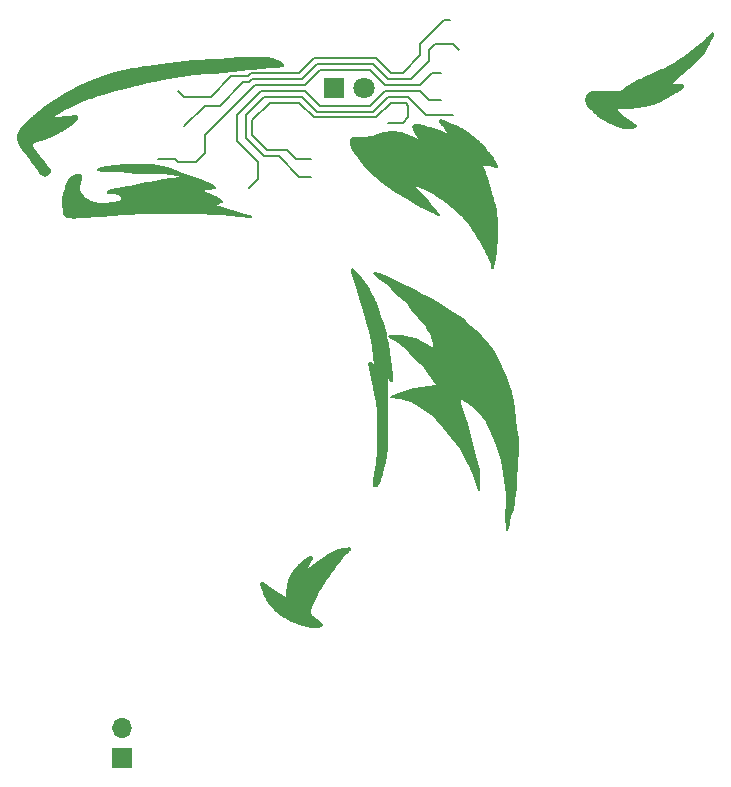
<source format=gbr>
%TF.GenerationSoftware,KiCad,Pcbnew,7.0.6*%
%TF.CreationDate,2023-08-15T16:24:19+02:00*%
%TF.ProjectId,PCB_Badge,5043425f-4261-4646-9765-2e6b69636164,rev?*%
%TF.SameCoordinates,Original*%
%TF.FileFunction,Copper,L1,Top*%
%TF.FilePolarity,Positive*%
%FSLAX46Y46*%
G04 Gerber Fmt 4.6, Leading zero omitted, Abs format (unit mm)*
G04 Created by KiCad (PCBNEW 7.0.6) date 2023-08-15 16:24:19*
%MOMM*%
%LPD*%
G01*
G04 APERTURE LIST*
%TA.AperFunction,NonConductor*%
%ADD10C,0.130361*%
%TD*%
%TA.AperFunction,ComponentPad*%
%ADD11R,1.700000X1.700000*%
%TD*%
%TA.AperFunction,ComponentPad*%
%ADD12O,1.700000X1.700000*%
%TD*%
%TA.AperFunction,ComponentPad*%
%ADD13R,1.800000X1.800000*%
%TD*%
%TA.AperFunction,ComponentPad*%
%ADD14C,1.800000*%
%TD*%
%TA.AperFunction,Conductor*%
%ADD15C,0.200000*%
%TD*%
G04 APERTURE END LIST*
D10*
X103562745Y-59186568D02*
X103679614Y-59188750D01*
X103790395Y-59192370D01*
X103895459Y-59197411D01*
X103995173Y-59203855D01*
X104089909Y-59211686D01*
X104180035Y-59220886D01*
X104265921Y-59231439D01*
X104347937Y-59243328D01*
X104426451Y-59256536D01*
X104501834Y-59271045D01*
X104574455Y-59286838D01*
X104644683Y-59303900D01*
X104712888Y-59322212D01*
X104779439Y-59341758D01*
X104844706Y-59362520D01*
X104909059Y-59384482D01*
X104972740Y-59407602D01*
X105035500Y-59431738D01*
X105096965Y-59456726D01*
X105156758Y-59482401D01*
X105214505Y-59508597D01*
X105269830Y-59535151D01*
X105322359Y-59561898D01*
X105371717Y-59588672D01*
X105417528Y-59615308D01*
X105459417Y-59641643D01*
X105497009Y-59667510D01*
X105529930Y-59692745D01*
X105557804Y-59717184D01*
X105569731Y-59729053D01*
X105580256Y-59740662D01*
X105589331Y-59751988D01*
X105596910Y-59763012D01*
X105602946Y-59773714D01*
X105607393Y-59784072D01*
X105610216Y-59794074D01*
X105611444Y-59803721D01*
X105611118Y-59813019D01*
X105609279Y-59821976D01*
X105605969Y-59830601D01*
X105601227Y-59838901D01*
X105595097Y-59846884D01*
X105587618Y-59854559D01*
X105568780Y-59869011D01*
X105545044Y-59882321D01*
X105516739Y-59894551D01*
X105484195Y-59905765D01*
X105447741Y-59916024D01*
X105407707Y-59925392D01*
X105364422Y-59933931D01*
X105318216Y-59941704D01*
X105218359Y-59955204D01*
X105110772Y-59966392D01*
X104997481Y-59975773D01*
X104878050Y-59983881D01*
X104616589Y-59998455D01*
X104318024Y-60014473D01*
X103973993Y-60036292D01*
X103579405Y-60067391D01*
X103142263Y-60107583D01*
X102673838Y-60155777D01*
X102185403Y-60210883D01*
X101193150Y-60331136D01*
X100711215Y-60385450D01*
X100478567Y-60408613D01*
X100253282Y-60428145D01*
X100036074Y-60443628D01*
X99825051Y-60456069D01*
X99411371Y-60477098D01*
X98991868Y-60501780D01*
X98773565Y-60518787D01*
X98546167Y-60540664D01*
X98307899Y-60568320D01*
X98060087Y-60601159D01*
X97544193Y-60678389D01*
X96489862Y-60851035D01*
X95490818Y-61011566D01*
X95014574Y-61092740D01*
X94780996Y-61135622D01*
X94549962Y-61180823D01*
X94320853Y-61228845D01*
X94092018Y-61279851D01*
X93627529Y-61391114D01*
X93141212Y-61515209D01*
X92617784Y-61652732D01*
X91474874Y-61956081D01*
X90929852Y-62103359D01*
X90458455Y-62234145D01*
X90262018Y-62290532D01*
X90090879Y-62341085D01*
X89941422Y-62386638D01*
X89810035Y-62428026D01*
X89693103Y-62466082D01*
X89587011Y-62501640D01*
X89392892Y-62568595D01*
X89203763Y-62634653D01*
X89015667Y-62701997D01*
X88829627Y-62771913D01*
X88737697Y-62808237D01*
X88646665Y-62845687D01*
X88556592Y-62884375D01*
X88467260Y-62924220D01*
X88289662Y-63006869D01*
X87930616Y-63180389D01*
X87556485Y-63359746D01*
X87366204Y-63451609D01*
X87176175Y-63545272D01*
X86988332Y-63640868D01*
X86895986Y-63689275D01*
X86805119Y-63738004D01*
X86716053Y-63786989D01*
X86629107Y-63836167D01*
X86544604Y-63885474D01*
X86462865Y-63934844D01*
X86384394Y-63984087D01*
X86346759Y-64008445D01*
X86310426Y-64032490D01*
X86275572Y-64056116D01*
X86242375Y-64079220D01*
X86211011Y-64101697D01*
X86181657Y-64123443D01*
X86154489Y-64144353D01*
X86129685Y-64164324D01*
X86107422Y-64183250D01*
X86087877Y-64201029D01*
X86071225Y-64217555D01*
X86057645Y-64232724D01*
X86052062Y-64239767D01*
X86047313Y-64246432D01*
X86043421Y-64252705D01*
X86040406Y-64258575D01*
X86038285Y-64264021D01*
X86037039Y-64269063D01*
X86036646Y-64273714D01*
X86037083Y-64277987D01*
X86038324Y-64281895D01*
X86040348Y-64285451D01*
X86043130Y-64288668D01*
X86046647Y-64291558D01*
X86050875Y-64294136D01*
X86055790Y-64296414D01*
X86067588Y-64300122D01*
X86081854Y-64302786D01*
X86098397Y-64304510D01*
X86117030Y-64305399D01*
X86137564Y-64305556D01*
X86183576Y-64304094D01*
X86234926Y-64300955D01*
X86290101Y-64296973D01*
X86532899Y-64279837D01*
X86664326Y-64269989D01*
X86800382Y-64258575D01*
X86939695Y-64245297D01*
X87081582Y-64230737D01*
X87371019Y-64200873D01*
X87516895Y-64187038D01*
X87659424Y-64174724D01*
X87794236Y-64164509D01*
X87916967Y-64156974D01*
X87972433Y-64154379D01*
X87998451Y-64153551D01*
X88023236Y-64153132D01*
X88046717Y-64153195D01*
X88068828Y-64153812D01*
X88089499Y-64155056D01*
X88108662Y-64156998D01*
X88117657Y-64158253D01*
X88126249Y-64159711D01*
X88134430Y-64161379D01*
X88142192Y-64163268D01*
X88149525Y-64165385D01*
X88156421Y-64167740D01*
X88162872Y-64170343D01*
X88168868Y-64173201D01*
X88174403Y-64176325D01*
X88179466Y-64179723D01*
X88184050Y-64183404D01*
X88188146Y-64187377D01*
X88191744Y-64191652D01*
X88194838Y-64196237D01*
X88197418Y-64201141D01*
X88199475Y-64206374D01*
X88201006Y-64211944D01*
X88202019Y-64217840D01*
X88202528Y-64224051D01*
X88202543Y-64230567D01*
X88201148Y-64244466D01*
X88197934Y-64259450D01*
X88193002Y-64275429D01*
X88186451Y-64292317D01*
X88178383Y-64310023D01*
X88168896Y-64328461D01*
X88158093Y-64347541D01*
X88146073Y-64367176D01*
X88132936Y-64387277D01*
X88118783Y-64407756D01*
X88103715Y-64428524D01*
X88087831Y-64449493D01*
X88071231Y-64470576D01*
X88054017Y-64491683D01*
X88017920Y-64533796D01*
X87979219Y-64576038D01*
X87937367Y-64618794D01*
X87891819Y-64662451D01*
X87842027Y-64707393D01*
X87787445Y-64754006D01*
X87727527Y-64802677D01*
X87661725Y-64853789D01*
X87589730Y-64907578D01*
X87512172Y-64963651D01*
X87429920Y-65021459D01*
X87343841Y-65080458D01*
X87254805Y-65140100D01*
X87163678Y-65199838D01*
X87071330Y-65259127D01*
X86978627Y-65317420D01*
X86886109Y-65374317D01*
X86792980Y-65429990D01*
X86698114Y-65484762D01*
X86600388Y-65538955D01*
X86498676Y-65592890D01*
X86391852Y-65646890D01*
X86278791Y-65701276D01*
X86158368Y-65756370D01*
X86029962Y-65812314D01*
X85894965Y-65868547D01*
X85755274Y-65924331D01*
X85612786Y-65978927D01*
X85469397Y-66031594D01*
X85327006Y-66081593D01*
X85187508Y-66128185D01*
X85052800Y-66170631D01*
X84805341Y-66243676D01*
X84749433Y-66260693D01*
X84696382Y-66277694D01*
X84646425Y-66294921D01*
X84599800Y-66312614D01*
X84556743Y-66331016D01*
X84536627Y-66340558D01*
X84517492Y-66350368D01*
X84499367Y-66360475D01*
X84482283Y-66370910D01*
X84466269Y-66381703D01*
X84451354Y-66392884D01*
X84437569Y-66404483D01*
X84424942Y-66416531D01*
X84413505Y-66429057D01*
X84403285Y-66442092D01*
X84394313Y-66455666D01*
X84386618Y-66469809D01*
X84380231Y-66484551D01*
X84375180Y-66499923D01*
X84371487Y-66515948D01*
X84369138Y-66532633D01*
X84368385Y-66567977D01*
X84372744Y-66605957D01*
X84382038Y-66646571D01*
X84396090Y-66689820D01*
X84414723Y-66735705D01*
X84437761Y-66784224D01*
X84465028Y-66835379D01*
X84496345Y-66889169D01*
X84531536Y-66945594D01*
X84570424Y-67004654D01*
X84612833Y-67066351D01*
X84707505Y-67197650D01*
X84814138Y-67339492D01*
X84930930Y-67491168D01*
X85054536Y-67649113D01*
X85307270Y-67966700D01*
X85730394Y-68488914D01*
X85730394Y-68488952D01*
X85798154Y-68572433D01*
X85825301Y-68606596D01*
X85848226Y-68636394D01*
X85858167Y-68649819D01*
X85867127Y-68662347D01*
X85875131Y-68674042D01*
X85882204Y-68684969D01*
X85888370Y-68695193D01*
X85893654Y-68704778D01*
X85898082Y-68713789D01*
X85901678Y-68722290D01*
X85904467Y-68730347D01*
X85906474Y-68738023D01*
X85907724Y-68745383D01*
X85908241Y-68752492D01*
X85908051Y-68759415D01*
X85907179Y-68766215D01*
X85905649Y-68772958D01*
X85903486Y-68779709D01*
X85900715Y-68786531D01*
X85897361Y-68793489D01*
X85893449Y-68800648D01*
X85889004Y-68808073D01*
X85878613Y-68823978D01*
X85866388Y-68841720D01*
X85837058Y-68883541D01*
X85801736Y-68931468D01*
X85781998Y-68956688D01*
X85760966Y-68982194D01*
X85738708Y-69007572D01*
X85715292Y-69032410D01*
X85690785Y-69056293D01*
X85665257Y-69078808D01*
X85638774Y-69099542D01*
X85625196Y-69109111D01*
X85611404Y-69118081D01*
X85597409Y-69126398D01*
X85583217Y-69134011D01*
X85568838Y-69140869D01*
X85554279Y-69146920D01*
X85539550Y-69152111D01*
X85524659Y-69156393D01*
X85509614Y-69159712D01*
X85494424Y-69162017D01*
X85479096Y-69163267D01*
X85463629Y-69163466D01*
X85448024Y-69162626D01*
X85432279Y-69160763D01*
X85416394Y-69157891D01*
X85400368Y-69154023D01*
X85384200Y-69149174D01*
X85367891Y-69143358D01*
X85334842Y-69128881D01*
X85301216Y-69110705D01*
X85267008Y-69088943D01*
X85232211Y-69063709D01*
X85196821Y-69035116D01*
X85160833Y-69003276D01*
X85124239Y-68968303D01*
X85087036Y-68930309D01*
X85049218Y-68889409D01*
X85010778Y-68845715D01*
X84971713Y-68799339D01*
X84932016Y-68750396D01*
X84850661Y-68645267D01*
X84766444Y-68531318D01*
X84588150Y-68280955D01*
X84394586Y-68007310D01*
X84291281Y-67864257D01*
X84183202Y-67718383D01*
X83728298Y-67124280D01*
X83621613Y-66977008D01*
X83571139Y-66904091D01*
X83523016Y-66831782D01*
X83477575Y-66760178D01*
X83435145Y-66689375D01*
X83396055Y-66619470D01*
X83360635Y-66550559D01*
X83329141Y-66482728D01*
X83301523Y-66416022D01*
X83277658Y-66350476D01*
X83257419Y-66286123D01*
X83240683Y-66222998D01*
X83227323Y-66161134D01*
X83217214Y-66100566D01*
X83210232Y-66041327D01*
X83206251Y-65983450D01*
X83205147Y-65926971D01*
X83206793Y-65871924D01*
X83211065Y-65818341D01*
X83217839Y-65766257D01*
X83226988Y-65715706D01*
X83238387Y-65666722D01*
X83251912Y-65619338D01*
X83267486Y-65573527D01*
X83285220Y-65529002D01*
X83305273Y-65485411D01*
X83327804Y-65442401D01*
X83352972Y-65399619D01*
X83380937Y-65356714D01*
X83411857Y-65313332D01*
X83445892Y-65269122D01*
X83483201Y-65223731D01*
X83523942Y-65176805D01*
X83568276Y-65127994D01*
X83616361Y-65076944D01*
X83724420Y-64966718D01*
X83849393Y-64843307D01*
X84149412Y-64554076D01*
X84319084Y-64394207D01*
X84497805Y-64228837D01*
X84682528Y-64061467D01*
X84870206Y-63895596D01*
X85057796Y-63734727D01*
X85242250Y-63582358D01*
X85421218Y-63441127D01*
X85595137Y-63310219D01*
X85765146Y-63187950D01*
X85932380Y-63072640D01*
X86097977Y-62962603D01*
X86263074Y-62856159D01*
X86596315Y-62647315D01*
X86942105Y-62434471D01*
X87314081Y-62213264D01*
X87514436Y-62098727D01*
X87726795Y-61981144D01*
X87952978Y-61860196D01*
X88194803Y-61735564D01*
X88453610Y-61607224D01*
X88728828Y-61476340D01*
X89019412Y-61344365D01*
X89324318Y-61212756D01*
X89642500Y-61082967D01*
X89972914Y-60956451D01*
X90314516Y-60834665D01*
X90666261Y-60719062D01*
X91026743Y-60610830D01*
X91393131Y-60510100D01*
X91762245Y-60416735D01*
X92130902Y-60330601D01*
X92495921Y-60251559D01*
X92854121Y-60179473D01*
X93202320Y-60114208D01*
X93537336Y-60055625D01*
X93857174Y-60003438D01*
X94164597Y-59956753D01*
X94758024Y-59875703D01*
X95349268Y-59804109D01*
X95969976Y-59733604D01*
X97345845Y-59580842D01*
X98053603Y-59507189D01*
X98736268Y-59442626D01*
X99373531Y-59390975D01*
X99978779Y-59349509D01*
X101180543Y-59279670D01*
X101811373Y-59244383D01*
X102441473Y-59212734D01*
X103036659Y-59191278D01*
X103310476Y-59186420D01*
X103562745Y-59186568D01*
%TA.AperFunction,NonConductor*%
G36*
X103562745Y-59186568D02*
G01*
X103679614Y-59188750D01*
X103790395Y-59192370D01*
X103895459Y-59197411D01*
X103995173Y-59203855D01*
X104089909Y-59211686D01*
X104180035Y-59220886D01*
X104265921Y-59231439D01*
X104347937Y-59243328D01*
X104426451Y-59256536D01*
X104501834Y-59271045D01*
X104574455Y-59286838D01*
X104644683Y-59303900D01*
X104712888Y-59322212D01*
X104779439Y-59341758D01*
X104844706Y-59362520D01*
X104909059Y-59384482D01*
X104972740Y-59407602D01*
X105035500Y-59431738D01*
X105096965Y-59456726D01*
X105156758Y-59482401D01*
X105214505Y-59508597D01*
X105269830Y-59535151D01*
X105322359Y-59561898D01*
X105371717Y-59588672D01*
X105417528Y-59615308D01*
X105459417Y-59641643D01*
X105497009Y-59667510D01*
X105529930Y-59692745D01*
X105557804Y-59717184D01*
X105569731Y-59729053D01*
X105580256Y-59740662D01*
X105589331Y-59751988D01*
X105596910Y-59763012D01*
X105602946Y-59773714D01*
X105607393Y-59784072D01*
X105610216Y-59794074D01*
X105611444Y-59803721D01*
X105611118Y-59813019D01*
X105609279Y-59821976D01*
X105605969Y-59830601D01*
X105601227Y-59838901D01*
X105595097Y-59846884D01*
X105587618Y-59854559D01*
X105568780Y-59869011D01*
X105545044Y-59882321D01*
X105516739Y-59894551D01*
X105484195Y-59905765D01*
X105447741Y-59916024D01*
X105407707Y-59925392D01*
X105364422Y-59933931D01*
X105318216Y-59941704D01*
X105218359Y-59955204D01*
X105110772Y-59966392D01*
X104997481Y-59975773D01*
X104878050Y-59983881D01*
X104616589Y-59998455D01*
X104318024Y-60014473D01*
X103973993Y-60036292D01*
X103579405Y-60067391D01*
X103142263Y-60107583D01*
X102673838Y-60155777D01*
X102185403Y-60210883D01*
X101193150Y-60331136D01*
X100711215Y-60385450D01*
X100478567Y-60408613D01*
X100253282Y-60428145D01*
X100036074Y-60443628D01*
X99825051Y-60456069D01*
X99411371Y-60477098D01*
X98991868Y-60501780D01*
X98773565Y-60518787D01*
X98546167Y-60540664D01*
X98307899Y-60568320D01*
X98060087Y-60601159D01*
X97544193Y-60678389D01*
X96489862Y-60851035D01*
X95490818Y-61011566D01*
X95014574Y-61092740D01*
X94780996Y-61135622D01*
X94549962Y-61180823D01*
X94320853Y-61228845D01*
X94092018Y-61279851D01*
X93627529Y-61391114D01*
X93141212Y-61515209D01*
X92617784Y-61652732D01*
X91474874Y-61956081D01*
X90929852Y-62103359D01*
X90458455Y-62234145D01*
X90262018Y-62290532D01*
X90090879Y-62341085D01*
X89941422Y-62386638D01*
X89810035Y-62428026D01*
X89693103Y-62466082D01*
X89587011Y-62501640D01*
X89392892Y-62568595D01*
X89203763Y-62634653D01*
X89015667Y-62701997D01*
X88829627Y-62771913D01*
X88737697Y-62808237D01*
X88646665Y-62845687D01*
X88556592Y-62884375D01*
X88467260Y-62924220D01*
X88289662Y-63006869D01*
X87930616Y-63180389D01*
X87556485Y-63359746D01*
X87366204Y-63451609D01*
X87176175Y-63545272D01*
X86988332Y-63640868D01*
X86895986Y-63689275D01*
X86805119Y-63738004D01*
X86716053Y-63786989D01*
X86629107Y-63836167D01*
X86544604Y-63885474D01*
X86462865Y-63934844D01*
X86384394Y-63984087D01*
X86346759Y-64008445D01*
X86310426Y-64032490D01*
X86275572Y-64056116D01*
X86242375Y-64079220D01*
X86211011Y-64101697D01*
X86181657Y-64123443D01*
X86154489Y-64144353D01*
X86129685Y-64164324D01*
X86107422Y-64183250D01*
X86087877Y-64201029D01*
X86071225Y-64217555D01*
X86057645Y-64232724D01*
X86052062Y-64239767D01*
X86047313Y-64246432D01*
X86043421Y-64252705D01*
X86040406Y-64258575D01*
X86038285Y-64264021D01*
X86037039Y-64269063D01*
X86036646Y-64273714D01*
X86037083Y-64277987D01*
X86038324Y-64281895D01*
X86040348Y-64285451D01*
X86043130Y-64288668D01*
X86046647Y-64291558D01*
X86050875Y-64294136D01*
X86055790Y-64296414D01*
X86067588Y-64300122D01*
X86081854Y-64302786D01*
X86098397Y-64304510D01*
X86117030Y-64305399D01*
X86137564Y-64305556D01*
X86183576Y-64304094D01*
X86234926Y-64300955D01*
X86290101Y-64296973D01*
X86532899Y-64279837D01*
X86664326Y-64269989D01*
X86800382Y-64258575D01*
X86939695Y-64245297D01*
X87081582Y-64230737D01*
X87371019Y-64200873D01*
X87516895Y-64187038D01*
X87659424Y-64174724D01*
X87794236Y-64164509D01*
X87916967Y-64156974D01*
X87972433Y-64154379D01*
X87998451Y-64153551D01*
X88023236Y-64153132D01*
X88046717Y-64153195D01*
X88068828Y-64153812D01*
X88089499Y-64155056D01*
X88108662Y-64156998D01*
X88117657Y-64158253D01*
X88126249Y-64159711D01*
X88134430Y-64161379D01*
X88142192Y-64163268D01*
X88149525Y-64165385D01*
X88156421Y-64167740D01*
X88162872Y-64170343D01*
X88168868Y-64173201D01*
X88174403Y-64176325D01*
X88179466Y-64179723D01*
X88184050Y-64183404D01*
X88188146Y-64187377D01*
X88191744Y-64191652D01*
X88194838Y-64196237D01*
X88197418Y-64201141D01*
X88199475Y-64206374D01*
X88201006Y-64211944D01*
X88202019Y-64217840D01*
X88202528Y-64224051D01*
X88202543Y-64230567D01*
X88201148Y-64244466D01*
X88197934Y-64259450D01*
X88193002Y-64275429D01*
X88186451Y-64292317D01*
X88178383Y-64310023D01*
X88168896Y-64328461D01*
X88158093Y-64347541D01*
X88146073Y-64367176D01*
X88132936Y-64387277D01*
X88118783Y-64407756D01*
X88103715Y-64428524D01*
X88087831Y-64449493D01*
X88071231Y-64470576D01*
X88054017Y-64491683D01*
X88017920Y-64533796D01*
X87979219Y-64576038D01*
X87937367Y-64618794D01*
X87891819Y-64662451D01*
X87842027Y-64707393D01*
X87787445Y-64754006D01*
X87727527Y-64802677D01*
X87661725Y-64853789D01*
X87589730Y-64907578D01*
X87512172Y-64963651D01*
X87429920Y-65021459D01*
X87343841Y-65080458D01*
X87254805Y-65140100D01*
X87163678Y-65199838D01*
X87071330Y-65259127D01*
X86978627Y-65317420D01*
X86886109Y-65374317D01*
X86792980Y-65429990D01*
X86698114Y-65484762D01*
X86600388Y-65538955D01*
X86498676Y-65592890D01*
X86391852Y-65646890D01*
X86278791Y-65701276D01*
X86158368Y-65756370D01*
X86029962Y-65812314D01*
X85894965Y-65868547D01*
X85755274Y-65924331D01*
X85612786Y-65978927D01*
X85469397Y-66031594D01*
X85327006Y-66081593D01*
X85187508Y-66128185D01*
X85052800Y-66170631D01*
X84805341Y-66243676D01*
X84749433Y-66260693D01*
X84696382Y-66277694D01*
X84646425Y-66294921D01*
X84599800Y-66312614D01*
X84556743Y-66331016D01*
X84536627Y-66340558D01*
X84517492Y-66350368D01*
X84499367Y-66360475D01*
X84482283Y-66370910D01*
X84466269Y-66381703D01*
X84451354Y-66392884D01*
X84437569Y-66404483D01*
X84424942Y-66416531D01*
X84413505Y-66429057D01*
X84403285Y-66442092D01*
X84394313Y-66455666D01*
X84386618Y-66469809D01*
X84380231Y-66484551D01*
X84375180Y-66499923D01*
X84371487Y-66515948D01*
X84369138Y-66532633D01*
X84368385Y-66567977D01*
X84372744Y-66605957D01*
X84382038Y-66646571D01*
X84396090Y-66689820D01*
X84414723Y-66735705D01*
X84437761Y-66784224D01*
X84465028Y-66835379D01*
X84496345Y-66889169D01*
X84531536Y-66945594D01*
X84570424Y-67004654D01*
X84612833Y-67066351D01*
X84707505Y-67197650D01*
X84814138Y-67339492D01*
X84930930Y-67491168D01*
X85054536Y-67649113D01*
X85307270Y-67966700D01*
X85730394Y-68488914D01*
X85730394Y-68488952D01*
X85798154Y-68572433D01*
X85825301Y-68606596D01*
X85848226Y-68636394D01*
X85858167Y-68649819D01*
X85867127Y-68662347D01*
X85875131Y-68674042D01*
X85882204Y-68684969D01*
X85888370Y-68695193D01*
X85893654Y-68704778D01*
X85898082Y-68713789D01*
X85901678Y-68722290D01*
X85904467Y-68730347D01*
X85906474Y-68738023D01*
X85907724Y-68745383D01*
X85908241Y-68752492D01*
X85908051Y-68759415D01*
X85907179Y-68766215D01*
X85905649Y-68772958D01*
X85903486Y-68779709D01*
X85900715Y-68786531D01*
X85897361Y-68793489D01*
X85893449Y-68800648D01*
X85889004Y-68808073D01*
X85878613Y-68823978D01*
X85866388Y-68841720D01*
X85837058Y-68883541D01*
X85801736Y-68931468D01*
X85781998Y-68956688D01*
X85760966Y-68982194D01*
X85738708Y-69007572D01*
X85715292Y-69032410D01*
X85690785Y-69056293D01*
X85665257Y-69078808D01*
X85638774Y-69099542D01*
X85625196Y-69109111D01*
X85611404Y-69118081D01*
X85597409Y-69126398D01*
X85583217Y-69134011D01*
X85568838Y-69140869D01*
X85554279Y-69146920D01*
X85539550Y-69152111D01*
X85524659Y-69156393D01*
X85509614Y-69159712D01*
X85494424Y-69162017D01*
X85479096Y-69163267D01*
X85463629Y-69163466D01*
X85448024Y-69162626D01*
X85432279Y-69160763D01*
X85416394Y-69157891D01*
X85400368Y-69154023D01*
X85384200Y-69149174D01*
X85367891Y-69143358D01*
X85334842Y-69128881D01*
X85301216Y-69110705D01*
X85267008Y-69088943D01*
X85232211Y-69063709D01*
X85196821Y-69035116D01*
X85160833Y-69003276D01*
X85124239Y-68968303D01*
X85087036Y-68930309D01*
X85049218Y-68889409D01*
X85010778Y-68845715D01*
X84971713Y-68799339D01*
X84932016Y-68750396D01*
X84850661Y-68645267D01*
X84766444Y-68531318D01*
X84588150Y-68280955D01*
X84394586Y-68007310D01*
X84291281Y-67864257D01*
X84183202Y-67718383D01*
X83728298Y-67124280D01*
X83621613Y-66977008D01*
X83571139Y-66904091D01*
X83523016Y-66831782D01*
X83477575Y-66760178D01*
X83435145Y-66689375D01*
X83396055Y-66619470D01*
X83360635Y-66550559D01*
X83329141Y-66482728D01*
X83301523Y-66416022D01*
X83277658Y-66350476D01*
X83257419Y-66286123D01*
X83240683Y-66222998D01*
X83227323Y-66161134D01*
X83217214Y-66100566D01*
X83210232Y-66041327D01*
X83206251Y-65983450D01*
X83205147Y-65926971D01*
X83206793Y-65871924D01*
X83211065Y-65818341D01*
X83217839Y-65766257D01*
X83226988Y-65715706D01*
X83238387Y-65666722D01*
X83251912Y-65619338D01*
X83267486Y-65573527D01*
X83285220Y-65529002D01*
X83305273Y-65485411D01*
X83327804Y-65442401D01*
X83352972Y-65399619D01*
X83380937Y-65356714D01*
X83411857Y-65313332D01*
X83445892Y-65269122D01*
X83483201Y-65223731D01*
X83523942Y-65176805D01*
X83568276Y-65127994D01*
X83616361Y-65076944D01*
X83724420Y-64966718D01*
X83849393Y-64843307D01*
X84149412Y-64554076D01*
X84319084Y-64394207D01*
X84497805Y-64228837D01*
X84682528Y-64061467D01*
X84870206Y-63895596D01*
X85057796Y-63734727D01*
X85242250Y-63582358D01*
X85421218Y-63441127D01*
X85595137Y-63310219D01*
X85765146Y-63187950D01*
X85932380Y-63072640D01*
X86097977Y-62962603D01*
X86263074Y-62856159D01*
X86596315Y-62647315D01*
X86942105Y-62434471D01*
X87314081Y-62213264D01*
X87514436Y-62098727D01*
X87726795Y-61981144D01*
X87952978Y-61860196D01*
X88194803Y-61735564D01*
X88453610Y-61607224D01*
X88728828Y-61476340D01*
X89019412Y-61344365D01*
X89324318Y-61212756D01*
X89642500Y-61082967D01*
X89972914Y-60956451D01*
X90314516Y-60834665D01*
X90666261Y-60719062D01*
X91026743Y-60610830D01*
X91393131Y-60510100D01*
X91762245Y-60416735D01*
X92130902Y-60330601D01*
X92495921Y-60251559D01*
X92854121Y-60179473D01*
X93202320Y-60114208D01*
X93537336Y-60055625D01*
X93857174Y-60003438D01*
X94164597Y-59956753D01*
X94758024Y-59875703D01*
X95349268Y-59804109D01*
X95969976Y-59733604D01*
X97345845Y-59580842D01*
X98053603Y-59507189D01*
X98736268Y-59442626D01*
X99373531Y-59390975D01*
X99978779Y-59349509D01*
X101180543Y-59279670D01*
X101811373Y-59244383D01*
X102441473Y-59212734D01*
X103036659Y-59191278D01*
X103310476Y-59186420D01*
X103562745Y-59186568D01*
G37*
%TD.AperFunction*%
X94000000Y-68250000D02*
X94344411Y-68269709D01*
X94513191Y-68284618D01*
X94678663Y-68303245D01*
X94840174Y-68325741D01*
X94997539Y-68351821D01*
X95150688Y-68381096D01*
X95299552Y-68413174D01*
X95444062Y-68447665D01*
X95584149Y-68484179D01*
X95719744Y-68522325D01*
X95850778Y-68561712D01*
X96098887Y-68642650D01*
X96327922Y-68723868D01*
X96726564Y-68874648D01*
X97047863Y-68995346D01*
X97315329Y-69092403D01*
X97805154Y-69266509D01*
X98077892Y-69365811D01*
X98366267Y-69473113D01*
X98652460Y-69581868D01*
X98918649Y-69685531D01*
X99039097Y-69733568D01*
X99150406Y-69778832D01*
X99252894Y-69821459D01*
X99346879Y-69861586D01*
X99432681Y-69899349D01*
X99510617Y-69934885D01*
X99581006Y-69968331D01*
X99644166Y-69999824D01*
X99673128Y-70014878D01*
X99700362Y-70029471D01*
X99725870Y-70043598D01*
X99749650Y-70057253D01*
X99771703Y-70070430D01*
X99792028Y-70083123D01*
X99810626Y-70095326D01*
X99827496Y-70107033D01*
X99842637Y-70118238D01*
X99856051Y-70128936D01*
X99867735Y-70139121D01*
X99872929Y-70144019D01*
X99877691Y-70148786D01*
X99882021Y-70153422D01*
X99885918Y-70157926D01*
X99889383Y-70162297D01*
X99892416Y-70166535D01*
X99895017Y-70170638D01*
X99897185Y-70174607D01*
X99898921Y-70178439D01*
X99900224Y-70182136D01*
X99901096Y-70185697D01*
X99901537Y-70189126D01*
X99901552Y-70192428D01*
X99901141Y-70195607D01*
X99900306Y-70198667D01*
X99899051Y-70201612D01*
X99897376Y-70204446D01*
X99895285Y-70207175D01*
X99889860Y-70212330D01*
X99882794Y-70217111D01*
X99874102Y-70221552D01*
X99863803Y-70225687D01*
X99851914Y-70229550D01*
X99838450Y-70233176D01*
X99823431Y-70236598D01*
X99806872Y-70239849D01*
X99769206Y-70245979D01*
X99725587Y-70251838D01*
X99622426Y-70263404D01*
X99505433Y-70274604D01*
X99384069Y-70285071D01*
X99267793Y-70294440D01*
X99214354Y-70298722D01*
X99164730Y-70303092D01*
X99119105Y-70308005D01*
X99097849Y-70310808D01*
X99077661Y-70313917D01*
X99058563Y-70317390D01*
X99040579Y-70321282D01*
X99023732Y-70325651D01*
X99008044Y-70330555D01*
X98993537Y-70336049D01*
X98980235Y-70342190D01*
X98968161Y-70349036D01*
X98962592Y-70352741D01*
X98957338Y-70356643D01*
X98952401Y-70360751D01*
X98947785Y-70365056D01*
X98943492Y-70369550D01*
X98939524Y-70374225D01*
X98935883Y-70379073D01*
X98932571Y-70384086D01*
X98929590Y-70389256D01*
X98926943Y-70394576D01*
X98924631Y-70400038D01*
X98922658Y-70405634D01*
X98921024Y-70411357D01*
X98919732Y-70417197D01*
X98918784Y-70423148D01*
X98918183Y-70429202D01*
X98917930Y-70435351D01*
X98918028Y-70441587D01*
X98918479Y-70447902D01*
X98919284Y-70454288D01*
X98920446Y-70460738D01*
X98921968Y-70467244D01*
X98923851Y-70473798D01*
X98926097Y-70480392D01*
X98928709Y-70487018D01*
X98931688Y-70493669D01*
X98935038Y-70500337D01*
X98938759Y-70507013D01*
X98942854Y-70513691D01*
X98947326Y-70520362D01*
X98952176Y-70527018D01*
X98957407Y-70533652D01*
X98963020Y-70540255D01*
X98969018Y-70546821D01*
X98982171Y-70559822D01*
X98996856Y-70572690D01*
X99013063Y-70585469D01*
X99030780Y-70598204D01*
X99049997Y-70610940D01*
X99070700Y-70623723D01*
X99116526Y-70649610D01*
X99168167Y-70676223D01*
X99225533Y-70703925D01*
X99288534Y-70733076D01*
X99357080Y-70764037D01*
X99672788Y-70906132D01*
X99838832Y-70983913D01*
X99919604Y-71023373D01*
X99997239Y-71062789D01*
X100034509Y-71082379D01*
X100070607Y-71101822D01*
X100105454Y-71121059D01*
X100138971Y-71140035D01*
X100171078Y-71158692D01*
X100201695Y-71176973D01*
X100230743Y-71194820D01*
X100258142Y-71212178D01*
X100283812Y-71228989D01*
X100307675Y-71245196D01*
X100329650Y-71260742D01*
X100349658Y-71275570D01*
X100367619Y-71289622D01*
X100383454Y-71302843D01*
X100397082Y-71315175D01*
X100408426Y-71326560D01*
X100413220Y-71331889D01*
X100417438Y-71336979D01*
X100421094Y-71341840D01*
X100424201Y-71346484D01*
X100426774Y-71350920D01*
X100428827Y-71355159D01*
X100430375Y-71359212D01*
X100431432Y-71363090D01*
X100432011Y-71366803D01*
X100432127Y-71370362D01*
X100431795Y-71373777D01*
X100431028Y-71377060D01*
X100429840Y-71380220D01*
X100428247Y-71383269D01*
X100426261Y-71386217D01*
X100423898Y-71389075D01*
X100421171Y-71391854D01*
X100418095Y-71394563D01*
X100410952Y-71399818D01*
X100402582Y-71404924D01*
X100393098Y-71409968D01*
X100382616Y-71415035D01*
X100371247Y-71420209D01*
X100346307Y-71431220D01*
X100228454Y-71485017D01*
X100196602Y-71499051D01*
X100164616Y-71512497D01*
X100132909Y-71524946D01*
X100101892Y-71535987D01*
X100086755Y-71540849D01*
X100071867Y-71545305D01*
X100042743Y-71553175D01*
X100014342Y-71559961D01*
X99986482Y-71566023D01*
X99931668Y-71577427D01*
X99904354Y-71583493D01*
X99876863Y-71590285D01*
X99863023Y-71594042D01*
X99849251Y-71598069D01*
X99835708Y-71602360D01*
X99822552Y-71606910D01*
X99809942Y-71611712D01*
X99798038Y-71616761D01*
X99792400Y-71619376D01*
X99786997Y-71622050D01*
X99781851Y-71624783D01*
X99776981Y-71627574D01*
X99772406Y-71630422D01*
X99768146Y-71633326D01*
X99764222Y-71636286D01*
X99760654Y-71639301D01*
X99757460Y-71642370D01*
X99754661Y-71645493D01*
X99752278Y-71648668D01*
X99750329Y-71651895D01*
X99748835Y-71655173D01*
X99747815Y-71658501D01*
X99747290Y-71661879D01*
X99747280Y-71665306D01*
X99747803Y-71668781D01*
X99748881Y-71672304D01*
X99750533Y-71675873D01*
X99752778Y-71679488D01*
X99759111Y-71686868D01*
X99767945Y-71694467D01*
X99779324Y-71702327D01*
X99793293Y-71710487D01*
X99809900Y-71718987D01*
X99829188Y-71727867D01*
X99875993Y-71746927D01*
X99934072Y-71767987D01*
X100003788Y-71791365D01*
X100085506Y-71817383D01*
X100179589Y-71846358D01*
X100676197Y-71993287D01*
X101335763Y-72183875D01*
X102670343Y-72567954D01*
X102670335Y-72567740D01*
X102763541Y-72594637D01*
X102831985Y-72614846D01*
X102857478Y-72622737D01*
X102877448Y-72629310D01*
X102892117Y-72634680D01*
X102897534Y-72636951D01*
X102901709Y-72638967D01*
X102904670Y-72640740D01*
X102906446Y-72642287D01*
X102907063Y-72643621D01*
X102906946Y-72644213D01*
X102906550Y-72644758D01*
X102904934Y-72645712D01*
X102902244Y-72646497D01*
X102898507Y-72647130D01*
X102893751Y-72647623D01*
X102881294Y-72648252D01*
X102865094Y-72648503D01*
X102822358Y-72648337D01*
X102701212Y-72646925D01*
X102541816Y-72642953D01*
X102451204Y-72639360D01*
X102355145Y-72634349D01*
X102255012Y-72627662D01*
X102152177Y-72619041D01*
X102047701Y-72608306D01*
X101941419Y-72595769D01*
X101721528Y-72566910D01*
X101488689Y-72535700D01*
X101239083Y-72505378D01*
X100970522Y-72478497D01*
X100687303Y-72455243D01*
X100395340Y-72435082D01*
X100100549Y-72417480D01*
X99796540Y-72401939D01*
X99427723Y-72387966D01*
X98926193Y-72375024D01*
X98224046Y-72362578D01*
X96213468Y-72341953D01*
X95136549Y-72339373D01*
X94188470Y-72346076D01*
X93799741Y-72353701D01*
X93466504Y-72363900D01*
X93178922Y-72376159D01*
X92927156Y-72389962D01*
X92081495Y-72450316D01*
X90174825Y-72560050D01*
X88508085Y-72697341D01*
X88334768Y-72708371D01*
X88170397Y-72716253D01*
X88015829Y-72720406D01*
X87871918Y-72720250D01*
X87804227Y-72718375D01*
X87739521Y-72715206D01*
X87677907Y-72710669D01*
X87619493Y-72704692D01*
X87564384Y-72697204D01*
X87512689Y-72688130D01*
X87464513Y-72677399D01*
X87419965Y-72664939D01*
X87399078Y-72658036D01*
X87379102Y-72650696D01*
X87360013Y-72642932D01*
X87341787Y-72634758D01*
X87324401Y-72626189D01*
X87307831Y-72617239D01*
X87292055Y-72607922D01*
X87277049Y-72598252D01*
X87262789Y-72588243D01*
X87249251Y-72577910D01*
X87236414Y-72567266D01*
X87224252Y-72556325D01*
X87212743Y-72545103D01*
X87201863Y-72533612D01*
X87191589Y-72521867D01*
X87181897Y-72509883D01*
X87164166Y-72485251D01*
X87148484Y-72459830D01*
X87134662Y-72433732D01*
X87122513Y-72407071D01*
X87111850Y-72379960D01*
X87102485Y-72352512D01*
X87094231Y-72324840D01*
X87086900Y-72297057D01*
X87074444Y-72241367D01*
X87064504Y-72185141D01*
X87056649Y-72127829D01*
X87050444Y-72068886D01*
X87045457Y-72007763D01*
X87041254Y-71943912D01*
X87033471Y-71805839D01*
X87024714Y-71652644D01*
X87016992Y-71491730D01*
X87014482Y-71411431D01*
X87013385Y-71332865D01*
X87014087Y-71257255D01*
X87016973Y-71185821D01*
X87019346Y-71151991D01*
X87022351Y-71119300D01*
X87025975Y-71087533D01*
X87030206Y-71056479D01*
X87040442Y-70995653D01*
X87052962Y-70935119D01*
X87067669Y-70873171D01*
X87084466Y-70808106D01*
X87123945Y-70661803D01*
X87170669Y-70487124D01*
X87224081Y-70293157D01*
X87253133Y-70193198D01*
X87283664Y-70093527D01*
X87315609Y-69995847D01*
X87348905Y-69901862D01*
X87366051Y-69856749D01*
X87383578Y-69812979D01*
X87401548Y-69770544D01*
X87420021Y-69729435D01*
X87439056Y-69689646D01*
X87458714Y-69651167D01*
X87479056Y-69613990D01*
X87500142Y-69578108D01*
X87522032Y-69543511D01*
X87544787Y-69510193D01*
X87568466Y-69478143D01*
X87593131Y-69447355D01*
X87618842Y-69417821D01*
X87645659Y-69389531D01*
X87673642Y-69362478D01*
X87702852Y-69336654D01*
X87733311Y-69312053D01*
X87764890Y-69288682D01*
X87797425Y-69266549D01*
X87830752Y-69245663D01*
X87864705Y-69226030D01*
X87899119Y-69207661D01*
X87933831Y-69190563D01*
X87968675Y-69174744D01*
X88003487Y-69160212D01*
X88038102Y-69146977D01*
X88072356Y-69135045D01*
X88106083Y-69124426D01*
X88139120Y-69115127D01*
X88171301Y-69107157D01*
X88202462Y-69100524D01*
X88232438Y-69095237D01*
X88246933Y-69093098D01*
X88261090Y-69091290D01*
X88274907Y-69089806D01*
X88288383Y-69088639D01*
X88301517Y-69087783D01*
X88314309Y-69087231D01*
X88326757Y-69086977D01*
X88338860Y-69087015D01*
X88350617Y-69087337D01*
X88362027Y-69087938D01*
X88373089Y-69088811D01*
X88383803Y-69089949D01*
X88394166Y-69091346D01*
X88404179Y-69092996D01*
X88413839Y-69094891D01*
X88423146Y-69097026D01*
X88432100Y-69099394D01*
X88440698Y-69101988D01*
X88448940Y-69104802D01*
X88456826Y-69107829D01*
X88464352Y-69111064D01*
X88471520Y-69114498D01*
X88478328Y-69118127D01*
X88484774Y-69121943D01*
X88490858Y-69125940D01*
X88496579Y-69130111D01*
X88501935Y-69134451D01*
X88506927Y-69138952D01*
X88511551Y-69143607D01*
X88515809Y-69148411D01*
X88519698Y-69153357D01*
X88523217Y-69158439D01*
X88529164Y-69168988D01*
X88533726Y-69180085D01*
X88536996Y-69191762D01*
X88539066Y-69204050D01*
X88540029Y-69216981D01*
X88539977Y-69230588D01*
X88539002Y-69244902D01*
X88537197Y-69259956D01*
X88534653Y-69275783D01*
X88531463Y-69292413D01*
X88523515Y-69328213D01*
X88503926Y-69410873D01*
X88410627Y-69866286D01*
X88381379Y-69995055D01*
X88368273Y-70060534D01*
X88362634Y-70093604D01*
X88357808Y-70126915D01*
X88353948Y-70160484D01*
X88351206Y-70194326D01*
X88349734Y-70228458D01*
X88349687Y-70262896D01*
X88351216Y-70297656D01*
X88354474Y-70332754D01*
X88359614Y-70368206D01*
X88366788Y-70404029D01*
X88376118Y-70440228D01*
X88387609Y-70476771D01*
X88401236Y-70513619D01*
X88416976Y-70550732D01*
X88434805Y-70588069D01*
X88454698Y-70625589D01*
X88476632Y-70663254D01*
X88500582Y-70701023D01*
X88526526Y-70738856D01*
X88554438Y-70776712D01*
X88584296Y-70814551D01*
X88616074Y-70852334D01*
X88649750Y-70890021D01*
X88685298Y-70927570D01*
X88722696Y-70964942D01*
X88761918Y-71002097D01*
X88802929Y-71038982D01*
X88845638Y-71075490D01*
X88889947Y-71111500D01*
X88935754Y-71146891D01*
X88982959Y-71181544D01*
X89031462Y-71215336D01*
X89081162Y-71248147D01*
X89131958Y-71279857D01*
X89183751Y-71310344D01*
X89236440Y-71339488D01*
X89289924Y-71367168D01*
X89344102Y-71393264D01*
X89398876Y-71417654D01*
X89454143Y-71440218D01*
X89509805Y-71460835D01*
X89565759Y-71479384D01*
X89621932Y-71495785D01*
X89678350Y-71510110D01*
X89735065Y-71522468D01*
X89792130Y-71532966D01*
X89849597Y-71541713D01*
X89907519Y-71548818D01*
X89965946Y-71554389D01*
X90024933Y-71558535D01*
X90144790Y-71562982D01*
X90267509Y-71563028D01*
X90393507Y-71559538D01*
X90523202Y-71553382D01*
X90656593Y-71545274D01*
X90792008Y-71535435D01*
X90927358Y-71523930D01*
X91060553Y-71510820D01*
X91189503Y-71496172D01*
X91312119Y-71480047D01*
X91426311Y-71462511D01*
X91529989Y-71443625D01*
X91577290Y-71433686D01*
X91621530Y-71423400D01*
X91662796Y-71412744D01*
X91701178Y-71401695D01*
X91736762Y-71390228D01*
X91769639Y-71378319D01*
X91799895Y-71365945D01*
X91814068Y-71359577D01*
X91827620Y-71353083D01*
X91840560Y-71346460D01*
X91852901Y-71339707D01*
X91864653Y-71332819D01*
X91875828Y-71325794D01*
X91886436Y-71318630D01*
X91896488Y-71311321D01*
X91905996Y-71303867D01*
X91914970Y-71296264D01*
X91923422Y-71288508D01*
X91931363Y-71280598D01*
X91938803Y-71272530D01*
X91945754Y-71264300D01*
X91952226Y-71255907D01*
X91958231Y-71247346D01*
X91963781Y-71238616D01*
X91968885Y-71229713D01*
X91973556Y-71220631D01*
X91977803Y-71211385D01*
X91985070Y-71192444D01*
X91990769Y-71172987D01*
X91994986Y-71153110D01*
X91997804Y-71132910D01*
X91999309Y-71112484D01*
X91999584Y-71091928D01*
X91998714Y-71071339D01*
X91996784Y-71050813D01*
X91993878Y-71030449D01*
X91990081Y-71010341D01*
X91985477Y-70990587D01*
X91980151Y-70971284D01*
X91974187Y-70952528D01*
X91967669Y-70934416D01*
X91960683Y-70917045D01*
X91953291Y-70900477D01*
X91945481Y-70884720D01*
X91937220Y-70869744D01*
X91928476Y-70855520D01*
X91919217Y-70842021D01*
X91909411Y-70829218D01*
X91899025Y-70817082D01*
X91888028Y-70805584D01*
X91876388Y-70794697D01*
X91864072Y-70784391D01*
X91851048Y-70774639D01*
X91837284Y-70765411D01*
X91822748Y-70756679D01*
X91807408Y-70748415D01*
X91791232Y-70740590D01*
X91774186Y-70733176D01*
X91756247Y-70726154D01*
X91737416Y-70719528D01*
X91717701Y-70713302D01*
X91697111Y-70707478D01*
X91675652Y-70702059D01*
X91653334Y-70697048D01*
X91606150Y-70688260D01*
X91555621Y-70681137D01*
X91501812Y-70675700D01*
X91444786Y-70671972D01*
X91384607Y-70669974D01*
X91127741Y-70671326D01*
X91066179Y-70669912D01*
X91036745Y-70668367D01*
X91008441Y-70666124D01*
X90981437Y-70663078D01*
X90955908Y-70659125D01*
X90932026Y-70654160D01*
X90909963Y-70648078D01*
X90899666Y-70644593D01*
X90889876Y-70640817D01*
X90880602Y-70636762D01*
X90871852Y-70632444D01*
X90863634Y-70627876D01*
X90855958Y-70623071D01*
X90848831Y-70618046D01*
X90842263Y-70612812D01*
X90836261Y-70607385D01*
X90830835Y-70601779D01*
X90825993Y-70596007D01*
X90821743Y-70590084D01*
X90818094Y-70584023D01*
X90815054Y-70577840D01*
X90812633Y-70571547D01*
X90810838Y-70565159D01*
X90809679Y-70558690D01*
X90809163Y-70552154D01*
X90809300Y-70545566D01*
X90810097Y-70538938D01*
X90811563Y-70532286D01*
X90813708Y-70525624D01*
X90816539Y-70518965D01*
X90820064Y-70512323D01*
X90824294Y-70505713D01*
X90829235Y-70499148D01*
X90834897Y-70492644D01*
X90841288Y-70486213D01*
X90848417Y-70479870D01*
X90856292Y-70473629D01*
X90864921Y-70467504D01*
X90874315Y-70461509D01*
X90895401Y-70449948D01*
X90919509Y-70438908D01*
X90946573Y-70428326D01*
X90976530Y-70418143D01*
X91044863Y-70398733D01*
X91123996Y-70380192D01*
X91213415Y-70362038D01*
X91312607Y-70343787D01*
X91538255Y-70305060D01*
X92079396Y-70211094D01*
X92380055Y-70156139D01*
X92690492Y-70096557D01*
X93327997Y-69966247D01*
X93664621Y-69897492D01*
X94021054Y-69827697D01*
X94399349Y-69758167D01*
X94786130Y-69691203D01*
X95164168Y-69629389D01*
X95516233Y-69575309D01*
X96102639Y-69491952D01*
X96342594Y-69456079D01*
X96451287Y-69437905D01*
X96553228Y-69418929D01*
X96601806Y-69409002D01*
X96648664Y-69398793D01*
X96693626Y-69388344D01*
X96736515Y-69377693D01*
X96777153Y-69366882D01*
X96815365Y-69355950D01*
X96850973Y-69344939D01*
X96883800Y-69333887D01*
X96913671Y-69322836D01*
X96940407Y-69311825D01*
X96963833Y-69300895D01*
X96983771Y-69290085D01*
X96992377Y-69284739D01*
X97000045Y-69279437D01*
X97006753Y-69274186D01*
X97012478Y-69268991D01*
X97017199Y-69263855D01*
X97020893Y-69258786D01*
X97023538Y-69253786D01*
X97025113Y-69248862D01*
X97025604Y-69244022D01*
X97025031Y-69239258D01*
X97023426Y-69234568D01*
X97020818Y-69229950D01*
X97012714Y-69220913D01*
X97000961Y-69212124D01*
X96985800Y-69203559D01*
X96967472Y-69195194D01*
X96946218Y-69187003D01*
X96922278Y-69178965D01*
X96867309Y-69163245D01*
X96804493Y-69147841D01*
X96735758Y-69132560D01*
X96663034Y-69117209D01*
X96509569Y-69086005D01*
X96340678Y-69054795D01*
X96248195Y-69039509D01*
X96149153Y-69024607D01*
X96042650Y-69010216D01*
X95927785Y-68996467D01*
X95803977Y-68983507D01*
X95671909Y-68971528D01*
X95532578Y-68960714D01*
X95386978Y-68951250D01*
X95236106Y-68943319D01*
X95080959Y-68937105D01*
X94922531Y-68932792D01*
X94761819Y-68930564D01*
X94435948Y-68932017D01*
X94103393Y-68936667D01*
X93762609Y-68938274D01*
X93588649Y-68935985D01*
X93412053Y-68930594D01*
X93232881Y-68921617D01*
X93052199Y-68909644D01*
X92691574Y-68880193D01*
X92340719Y-68849199D01*
X92010171Y-68823623D01*
X91855473Y-68814844D01*
X91707784Y-68808555D01*
X91430608Y-68801326D01*
X90929250Y-68793426D01*
X90811146Y-68789703D01*
X90696321Y-68784690D01*
X90585995Y-68778387D01*
X90481391Y-68770798D01*
X90383730Y-68761924D01*
X90294234Y-68751769D01*
X90214123Y-68740334D01*
X90144620Y-68727622D01*
X90129042Y-68724240D01*
X90114209Y-68720781D01*
X90100126Y-68717246D01*
X90086797Y-68713639D01*
X90074227Y-68709962D01*
X90062423Y-68706217D01*
X90051388Y-68702407D01*
X90041128Y-68698534D01*
X90031647Y-68694601D01*
X90022951Y-68690610D01*
X90015045Y-68686564D01*
X90007934Y-68682465D01*
X90001623Y-68678315D01*
X89996116Y-68674117D01*
X89991419Y-68669874D01*
X89987538Y-68665588D01*
X89984476Y-68661262D01*
X89982239Y-68656897D01*
X89980831Y-68652497D01*
X89980259Y-68648063D01*
X89980527Y-68643599D01*
X89981640Y-68639106D01*
X89983602Y-68634588D01*
X89986420Y-68630047D01*
X89990098Y-68625484D01*
X89994641Y-68620903D01*
X90000054Y-68616306D01*
X90006342Y-68611696D01*
X90013510Y-68607075D01*
X90021563Y-68602445D01*
X90030507Y-68597809D01*
X90040345Y-68593169D01*
X90062694Y-68583897D01*
X90088479Y-68574629D01*
X90149697Y-68556127D01*
X90222683Y-68537695D01*
X90306117Y-68519365D01*
X90398682Y-68501169D01*
X90499059Y-68483140D01*
X90717981Y-68447707D01*
X90958920Y-68413061D01*
X91244271Y-68378441D01*
X91603016Y-68342838D01*
X92064141Y-68305244D01*
X92643601Y-68267692D01*
X92967229Y-68252963D01*
X93305267Y-68243713D01*
X93651571Y-68242030D01*
X94000000Y-68250000D01*
%TA.AperFunction,NonConductor*%
G36*
X94000000Y-68250000D02*
G01*
X94344411Y-68269709D01*
X94513191Y-68284618D01*
X94678663Y-68303245D01*
X94840174Y-68325741D01*
X94997539Y-68351821D01*
X95150688Y-68381096D01*
X95299552Y-68413174D01*
X95444062Y-68447665D01*
X95584149Y-68484179D01*
X95719744Y-68522325D01*
X95850778Y-68561712D01*
X96098887Y-68642650D01*
X96327922Y-68723868D01*
X96726564Y-68874648D01*
X97047863Y-68995346D01*
X97315329Y-69092403D01*
X97805154Y-69266509D01*
X98077892Y-69365811D01*
X98366267Y-69473113D01*
X98652460Y-69581868D01*
X98918649Y-69685531D01*
X99039097Y-69733568D01*
X99150406Y-69778832D01*
X99252894Y-69821459D01*
X99346879Y-69861586D01*
X99432681Y-69899349D01*
X99510617Y-69934885D01*
X99581006Y-69968331D01*
X99644166Y-69999824D01*
X99673128Y-70014878D01*
X99700362Y-70029471D01*
X99725870Y-70043598D01*
X99749650Y-70057253D01*
X99771703Y-70070430D01*
X99792028Y-70083123D01*
X99810626Y-70095326D01*
X99827496Y-70107033D01*
X99842637Y-70118238D01*
X99856051Y-70128936D01*
X99867735Y-70139121D01*
X99872929Y-70144019D01*
X99877691Y-70148786D01*
X99882021Y-70153422D01*
X99885918Y-70157926D01*
X99889383Y-70162297D01*
X99892416Y-70166535D01*
X99895017Y-70170638D01*
X99897185Y-70174607D01*
X99898921Y-70178439D01*
X99900224Y-70182136D01*
X99901096Y-70185697D01*
X99901537Y-70189126D01*
X99901552Y-70192428D01*
X99901141Y-70195607D01*
X99900306Y-70198667D01*
X99899051Y-70201612D01*
X99897376Y-70204446D01*
X99895285Y-70207175D01*
X99889860Y-70212330D01*
X99882794Y-70217111D01*
X99874102Y-70221552D01*
X99863803Y-70225687D01*
X99851914Y-70229550D01*
X99838450Y-70233176D01*
X99823431Y-70236598D01*
X99806872Y-70239849D01*
X99769206Y-70245979D01*
X99725587Y-70251838D01*
X99622426Y-70263404D01*
X99505433Y-70274604D01*
X99384069Y-70285071D01*
X99267793Y-70294440D01*
X99214354Y-70298722D01*
X99164730Y-70303092D01*
X99119105Y-70308005D01*
X99097849Y-70310808D01*
X99077661Y-70313917D01*
X99058563Y-70317390D01*
X99040579Y-70321282D01*
X99023732Y-70325651D01*
X99008044Y-70330555D01*
X98993537Y-70336049D01*
X98980235Y-70342190D01*
X98968161Y-70349036D01*
X98962592Y-70352741D01*
X98957338Y-70356643D01*
X98952401Y-70360751D01*
X98947785Y-70365056D01*
X98943492Y-70369550D01*
X98939524Y-70374225D01*
X98935883Y-70379073D01*
X98932571Y-70384086D01*
X98929590Y-70389256D01*
X98926943Y-70394576D01*
X98924631Y-70400038D01*
X98922658Y-70405634D01*
X98921024Y-70411357D01*
X98919732Y-70417197D01*
X98918784Y-70423148D01*
X98918183Y-70429202D01*
X98917930Y-70435351D01*
X98918028Y-70441587D01*
X98918479Y-70447902D01*
X98919284Y-70454288D01*
X98920446Y-70460738D01*
X98921968Y-70467244D01*
X98923851Y-70473798D01*
X98926097Y-70480392D01*
X98928709Y-70487018D01*
X98931688Y-70493669D01*
X98935038Y-70500337D01*
X98938759Y-70507013D01*
X98942854Y-70513691D01*
X98947326Y-70520362D01*
X98952176Y-70527018D01*
X98957407Y-70533652D01*
X98963020Y-70540255D01*
X98969018Y-70546821D01*
X98982171Y-70559822D01*
X98996856Y-70572690D01*
X99013063Y-70585469D01*
X99030780Y-70598204D01*
X99049997Y-70610940D01*
X99070700Y-70623723D01*
X99116526Y-70649610D01*
X99168167Y-70676223D01*
X99225533Y-70703925D01*
X99288534Y-70733076D01*
X99357080Y-70764037D01*
X99672788Y-70906132D01*
X99838832Y-70983913D01*
X99919604Y-71023373D01*
X99997239Y-71062789D01*
X100034509Y-71082379D01*
X100070607Y-71101822D01*
X100105454Y-71121059D01*
X100138971Y-71140035D01*
X100171078Y-71158692D01*
X100201695Y-71176973D01*
X100230743Y-71194820D01*
X100258142Y-71212178D01*
X100283812Y-71228989D01*
X100307675Y-71245196D01*
X100329650Y-71260742D01*
X100349658Y-71275570D01*
X100367619Y-71289622D01*
X100383454Y-71302843D01*
X100397082Y-71315175D01*
X100408426Y-71326560D01*
X100413220Y-71331889D01*
X100417438Y-71336979D01*
X100421094Y-71341840D01*
X100424201Y-71346484D01*
X100426774Y-71350920D01*
X100428827Y-71355159D01*
X100430375Y-71359212D01*
X100431432Y-71363090D01*
X100432011Y-71366803D01*
X100432127Y-71370362D01*
X100431795Y-71373777D01*
X100431028Y-71377060D01*
X100429840Y-71380220D01*
X100428247Y-71383269D01*
X100426261Y-71386217D01*
X100423898Y-71389075D01*
X100421171Y-71391854D01*
X100418095Y-71394563D01*
X100410952Y-71399818D01*
X100402582Y-71404924D01*
X100393098Y-71409968D01*
X100382616Y-71415035D01*
X100371247Y-71420209D01*
X100346307Y-71431220D01*
X100228454Y-71485017D01*
X100196602Y-71499051D01*
X100164616Y-71512497D01*
X100132909Y-71524946D01*
X100101892Y-71535987D01*
X100086755Y-71540849D01*
X100071867Y-71545305D01*
X100042743Y-71553175D01*
X100014342Y-71559961D01*
X99986482Y-71566023D01*
X99931668Y-71577427D01*
X99904354Y-71583493D01*
X99876863Y-71590285D01*
X99863023Y-71594042D01*
X99849251Y-71598069D01*
X99835708Y-71602360D01*
X99822552Y-71606910D01*
X99809942Y-71611712D01*
X99798038Y-71616761D01*
X99792400Y-71619376D01*
X99786997Y-71622050D01*
X99781851Y-71624783D01*
X99776981Y-71627574D01*
X99772406Y-71630422D01*
X99768146Y-71633326D01*
X99764222Y-71636286D01*
X99760654Y-71639301D01*
X99757460Y-71642370D01*
X99754661Y-71645493D01*
X99752278Y-71648668D01*
X99750329Y-71651895D01*
X99748835Y-71655173D01*
X99747815Y-71658501D01*
X99747290Y-71661879D01*
X99747280Y-71665306D01*
X99747803Y-71668781D01*
X99748881Y-71672304D01*
X99750533Y-71675873D01*
X99752778Y-71679488D01*
X99759111Y-71686868D01*
X99767945Y-71694467D01*
X99779324Y-71702327D01*
X99793293Y-71710487D01*
X99809900Y-71718987D01*
X99829188Y-71727867D01*
X99875993Y-71746927D01*
X99934072Y-71767987D01*
X100003788Y-71791365D01*
X100085506Y-71817383D01*
X100179589Y-71846358D01*
X100676197Y-71993287D01*
X101335763Y-72183875D01*
X102670343Y-72567954D01*
X102670335Y-72567740D01*
X102763541Y-72594637D01*
X102831985Y-72614846D01*
X102857478Y-72622737D01*
X102877448Y-72629310D01*
X102892117Y-72634680D01*
X102897534Y-72636951D01*
X102901709Y-72638967D01*
X102904670Y-72640740D01*
X102906446Y-72642287D01*
X102907063Y-72643621D01*
X102906946Y-72644213D01*
X102906550Y-72644758D01*
X102904934Y-72645712D01*
X102902244Y-72646497D01*
X102898507Y-72647130D01*
X102893751Y-72647623D01*
X102881294Y-72648252D01*
X102865094Y-72648503D01*
X102822358Y-72648337D01*
X102701212Y-72646925D01*
X102541816Y-72642953D01*
X102451204Y-72639360D01*
X102355145Y-72634349D01*
X102255012Y-72627662D01*
X102152177Y-72619041D01*
X102047701Y-72608306D01*
X101941419Y-72595769D01*
X101721528Y-72566910D01*
X101488689Y-72535700D01*
X101239083Y-72505378D01*
X100970522Y-72478497D01*
X100687303Y-72455243D01*
X100395340Y-72435082D01*
X100100549Y-72417480D01*
X99796540Y-72401939D01*
X99427723Y-72387966D01*
X98926193Y-72375024D01*
X98224046Y-72362578D01*
X96213468Y-72341953D01*
X95136549Y-72339373D01*
X94188470Y-72346076D01*
X93799741Y-72353701D01*
X93466504Y-72363900D01*
X93178922Y-72376159D01*
X92927156Y-72389962D01*
X92081495Y-72450316D01*
X90174825Y-72560050D01*
X88508085Y-72697341D01*
X88334768Y-72708371D01*
X88170397Y-72716253D01*
X88015829Y-72720406D01*
X87871918Y-72720250D01*
X87804227Y-72718375D01*
X87739521Y-72715206D01*
X87677907Y-72710669D01*
X87619493Y-72704692D01*
X87564384Y-72697204D01*
X87512689Y-72688130D01*
X87464513Y-72677399D01*
X87419965Y-72664939D01*
X87399078Y-72658036D01*
X87379102Y-72650696D01*
X87360013Y-72642932D01*
X87341787Y-72634758D01*
X87324401Y-72626189D01*
X87307831Y-72617239D01*
X87292055Y-72607922D01*
X87277049Y-72598252D01*
X87262789Y-72588243D01*
X87249251Y-72577910D01*
X87236414Y-72567266D01*
X87224252Y-72556325D01*
X87212743Y-72545103D01*
X87201863Y-72533612D01*
X87191589Y-72521867D01*
X87181897Y-72509883D01*
X87164166Y-72485251D01*
X87148484Y-72459830D01*
X87134662Y-72433732D01*
X87122513Y-72407071D01*
X87111850Y-72379960D01*
X87102485Y-72352512D01*
X87094231Y-72324840D01*
X87086900Y-72297057D01*
X87074444Y-72241367D01*
X87064504Y-72185141D01*
X87056649Y-72127829D01*
X87050444Y-72068886D01*
X87045457Y-72007763D01*
X87041254Y-71943912D01*
X87033471Y-71805839D01*
X87024714Y-71652644D01*
X87016992Y-71491730D01*
X87014482Y-71411431D01*
X87013385Y-71332865D01*
X87014087Y-71257255D01*
X87016973Y-71185821D01*
X87019346Y-71151991D01*
X87022351Y-71119300D01*
X87025975Y-71087533D01*
X87030206Y-71056479D01*
X87040442Y-70995653D01*
X87052962Y-70935119D01*
X87067669Y-70873171D01*
X87084466Y-70808106D01*
X87123945Y-70661803D01*
X87170669Y-70487124D01*
X87224081Y-70293157D01*
X87253133Y-70193198D01*
X87283664Y-70093527D01*
X87315609Y-69995847D01*
X87348905Y-69901862D01*
X87366051Y-69856749D01*
X87383578Y-69812979D01*
X87401548Y-69770544D01*
X87420021Y-69729435D01*
X87439056Y-69689646D01*
X87458714Y-69651167D01*
X87479056Y-69613990D01*
X87500142Y-69578108D01*
X87522032Y-69543511D01*
X87544787Y-69510193D01*
X87568466Y-69478143D01*
X87593131Y-69447355D01*
X87618842Y-69417821D01*
X87645659Y-69389531D01*
X87673642Y-69362478D01*
X87702852Y-69336654D01*
X87733311Y-69312053D01*
X87764890Y-69288682D01*
X87797425Y-69266549D01*
X87830752Y-69245663D01*
X87864705Y-69226030D01*
X87899119Y-69207661D01*
X87933831Y-69190563D01*
X87968675Y-69174744D01*
X88003487Y-69160212D01*
X88038102Y-69146977D01*
X88072356Y-69135045D01*
X88106083Y-69124426D01*
X88139120Y-69115127D01*
X88171301Y-69107157D01*
X88202462Y-69100524D01*
X88232438Y-69095237D01*
X88246933Y-69093098D01*
X88261090Y-69091290D01*
X88274907Y-69089806D01*
X88288383Y-69088639D01*
X88301517Y-69087783D01*
X88314309Y-69087231D01*
X88326757Y-69086977D01*
X88338860Y-69087015D01*
X88350617Y-69087337D01*
X88362027Y-69087938D01*
X88373089Y-69088811D01*
X88383803Y-69089949D01*
X88394166Y-69091346D01*
X88404179Y-69092996D01*
X88413839Y-69094891D01*
X88423146Y-69097026D01*
X88432100Y-69099394D01*
X88440698Y-69101988D01*
X88448940Y-69104802D01*
X88456826Y-69107829D01*
X88464352Y-69111064D01*
X88471520Y-69114498D01*
X88478328Y-69118127D01*
X88484774Y-69121943D01*
X88490858Y-69125940D01*
X88496579Y-69130111D01*
X88501935Y-69134451D01*
X88506927Y-69138952D01*
X88511551Y-69143607D01*
X88515809Y-69148411D01*
X88519698Y-69153357D01*
X88523217Y-69158439D01*
X88529164Y-69168988D01*
X88533726Y-69180085D01*
X88536996Y-69191762D01*
X88539066Y-69204050D01*
X88540029Y-69216981D01*
X88539977Y-69230588D01*
X88539002Y-69244902D01*
X88537197Y-69259956D01*
X88534653Y-69275783D01*
X88531463Y-69292413D01*
X88523515Y-69328213D01*
X88503926Y-69410873D01*
X88410627Y-69866286D01*
X88381379Y-69995055D01*
X88368273Y-70060534D01*
X88362634Y-70093604D01*
X88357808Y-70126915D01*
X88353948Y-70160484D01*
X88351206Y-70194326D01*
X88349734Y-70228458D01*
X88349687Y-70262896D01*
X88351216Y-70297656D01*
X88354474Y-70332754D01*
X88359614Y-70368206D01*
X88366788Y-70404029D01*
X88376118Y-70440228D01*
X88387609Y-70476771D01*
X88401236Y-70513619D01*
X88416976Y-70550732D01*
X88434805Y-70588069D01*
X88454698Y-70625589D01*
X88476632Y-70663254D01*
X88500582Y-70701023D01*
X88526526Y-70738856D01*
X88554438Y-70776712D01*
X88584296Y-70814551D01*
X88616074Y-70852334D01*
X88649750Y-70890021D01*
X88685298Y-70927570D01*
X88722696Y-70964942D01*
X88761918Y-71002097D01*
X88802929Y-71038982D01*
X88845638Y-71075490D01*
X88889947Y-71111500D01*
X88935754Y-71146891D01*
X88982959Y-71181544D01*
X89031462Y-71215336D01*
X89081162Y-71248147D01*
X89131958Y-71279857D01*
X89183751Y-71310344D01*
X89236440Y-71339488D01*
X89289924Y-71367168D01*
X89344102Y-71393264D01*
X89398876Y-71417654D01*
X89454143Y-71440218D01*
X89509805Y-71460835D01*
X89565759Y-71479384D01*
X89621932Y-71495785D01*
X89678350Y-71510110D01*
X89735065Y-71522468D01*
X89792130Y-71532966D01*
X89849597Y-71541713D01*
X89907519Y-71548818D01*
X89965946Y-71554389D01*
X90024933Y-71558535D01*
X90144790Y-71562982D01*
X90267509Y-71563028D01*
X90393507Y-71559538D01*
X90523202Y-71553382D01*
X90656593Y-71545274D01*
X90792008Y-71535435D01*
X90927358Y-71523930D01*
X91060553Y-71510820D01*
X91189503Y-71496172D01*
X91312119Y-71480047D01*
X91426311Y-71462511D01*
X91529989Y-71443625D01*
X91577290Y-71433686D01*
X91621530Y-71423400D01*
X91662796Y-71412744D01*
X91701178Y-71401695D01*
X91736762Y-71390228D01*
X91769639Y-71378319D01*
X91799895Y-71365945D01*
X91814068Y-71359577D01*
X91827620Y-71353083D01*
X91840560Y-71346460D01*
X91852901Y-71339707D01*
X91864653Y-71332819D01*
X91875828Y-71325794D01*
X91886436Y-71318630D01*
X91896488Y-71311321D01*
X91905996Y-71303867D01*
X91914970Y-71296264D01*
X91923422Y-71288508D01*
X91931363Y-71280598D01*
X91938803Y-71272530D01*
X91945754Y-71264300D01*
X91952226Y-71255907D01*
X91958231Y-71247346D01*
X91963781Y-71238616D01*
X91968885Y-71229713D01*
X91973556Y-71220631D01*
X91977803Y-71211385D01*
X91985070Y-71192444D01*
X91990769Y-71172987D01*
X91994986Y-71153110D01*
X91997804Y-71132910D01*
X91999309Y-71112484D01*
X91999584Y-71091928D01*
X91998714Y-71071339D01*
X91996784Y-71050813D01*
X91993878Y-71030449D01*
X91990081Y-71010341D01*
X91985477Y-70990587D01*
X91980151Y-70971284D01*
X91974187Y-70952528D01*
X91967669Y-70934416D01*
X91960683Y-70917045D01*
X91953291Y-70900477D01*
X91945481Y-70884720D01*
X91937220Y-70869744D01*
X91928476Y-70855520D01*
X91919217Y-70842021D01*
X91909411Y-70829218D01*
X91899025Y-70817082D01*
X91888028Y-70805584D01*
X91876388Y-70794697D01*
X91864072Y-70784391D01*
X91851048Y-70774639D01*
X91837284Y-70765411D01*
X91822748Y-70756679D01*
X91807408Y-70748415D01*
X91791232Y-70740590D01*
X91774186Y-70733176D01*
X91756247Y-70726154D01*
X91737416Y-70719528D01*
X91717701Y-70713302D01*
X91697111Y-70707478D01*
X91675652Y-70702059D01*
X91653334Y-70697048D01*
X91606150Y-70688260D01*
X91555621Y-70681137D01*
X91501812Y-70675700D01*
X91444786Y-70671972D01*
X91384607Y-70669974D01*
X91127741Y-70671326D01*
X91066179Y-70669912D01*
X91036745Y-70668367D01*
X91008441Y-70666124D01*
X90981437Y-70663078D01*
X90955908Y-70659125D01*
X90932026Y-70654160D01*
X90909963Y-70648078D01*
X90899666Y-70644593D01*
X90889876Y-70640817D01*
X90880602Y-70636762D01*
X90871852Y-70632444D01*
X90863634Y-70627876D01*
X90855958Y-70623071D01*
X90848831Y-70618046D01*
X90842263Y-70612812D01*
X90836261Y-70607385D01*
X90830835Y-70601779D01*
X90825993Y-70596007D01*
X90821743Y-70590084D01*
X90818094Y-70584023D01*
X90815054Y-70577840D01*
X90812633Y-70571547D01*
X90810838Y-70565159D01*
X90809679Y-70558690D01*
X90809163Y-70552154D01*
X90809300Y-70545566D01*
X90810097Y-70538938D01*
X90811563Y-70532286D01*
X90813708Y-70525624D01*
X90816539Y-70518965D01*
X90820064Y-70512323D01*
X90824294Y-70505713D01*
X90829235Y-70499148D01*
X90834897Y-70492644D01*
X90841288Y-70486213D01*
X90848417Y-70479870D01*
X90856292Y-70473629D01*
X90864921Y-70467504D01*
X90874315Y-70461509D01*
X90895401Y-70449948D01*
X90919509Y-70438908D01*
X90946573Y-70428326D01*
X90976530Y-70418143D01*
X91044863Y-70398733D01*
X91123996Y-70380192D01*
X91213415Y-70362038D01*
X91312607Y-70343787D01*
X91538255Y-70305060D01*
X92079396Y-70211094D01*
X92380055Y-70156139D01*
X92690492Y-70096557D01*
X93327997Y-69966247D01*
X93664621Y-69897492D01*
X94021054Y-69827697D01*
X94399349Y-69758167D01*
X94786130Y-69691203D01*
X95164168Y-69629389D01*
X95516233Y-69575309D01*
X96102639Y-69491952D01*
X96342594Y-69456079D01*
X96451287Y-69437905D01*
X96553228Y-69418929D01*
X96601806Y-69409002D01*
X96648664Y-69398793D01*
X96693626Y-69388344D01*
X96736515Y-69377693D01*
X96777153Y-69366882D01*
X96815365Y-69355950D01*
X96850973Y-69344939D01*
X96883800Y-69333887D01*
X96913671Y-69322836D01*
X96940407Y-69311825D01*
X96963833Y-69300895D01*
X96983771Y-69290085D01*
X96992377Y-69284739D01*
X97000045Y-69279437D01*
X97006753Y-69274186D01*
X97012478Y-69268991D01*
X97017199Y-69263855D01*
X97020893Y-69258786D01*
X97023538Y-69253786D01*
X97025113Y-69248862D01*
X97025604Y-69244022D01*
X97025031Y-69239258D01*
X97023426Y-69234568D01*
X97020818Y-69229950D01*
X97012714Y-69220913D01*
X97000961Y-69212124D01*
X96985800Y-69203559D01*
X96967472Y-69195194D01*
X96946218Y-69187003D01*
X96922278Y-69178965D01*
X96867309Y-69163245D01*
X96804493Y-69147841D01*
X96735758Y-69132560D01*
X96663034Y-69117209D01*
X96509569Y-69086005D01*
X96340678Y-69054795D01*
X96248195Y-69039509D01*
X96149153Y-69024607D01*
X96042650Y-69010216D01*
X95927785Y-68996467D01*
X95803977Y-68983507D01*
X95671909Y-68971528D01*
X95532578Y-68960714D01*
X95386978Y-68951250D01*
X95236106Y-68943319D01*
X95080959Y-68937105D01*
X94922531Y-68932792D01*
X94761819Y-68930564D01*
X94435948Y-68932017D01*
X94103393Y-68936667D01*
X93762609Y-68938274D01*
X93588649Y-68935985D01*
X93412053Y-68930594D01*
X93232881Y-68921617D01*
X93052199Y-68909644D01*
X92691574Y-68880193D01*
X92340719Y-68849199D01*
X92010171Y-68823623D01*
X91855473Y-68814844D01*
X91707784Y-68808555D01*
X91430608Y-68801326D01*
X90929250Y-68793426D01*
X90811146Y-68789703D01*
X90696321Y-68784690D01*
X90585995Y-68778387D01*
X90481391Y-68770798D01*
X90383730Y-68761924D01*
X90294234Y-68751769D01*
X90214123Y-68740334D01*
X90144620Y-68727622D01*
X90129042Y-68724240D01*
X90114209Y-68720781D01*
X90100126Y-68717246D01*
X90086797Y-68713639D01*
X90074227Y-68709962D01*
X90062423Y-68706217D01*
X90051388Y-68702407D01*
X90041128Y-68698534D01*
X90031647Y-68694601D01*
X90022951Y-68690610D01*
X90015045Y-68686564D01*
X90007934Y-68682465D01*
X90001623Y-68678315D01*
X89996116Y-68674117D01*
X89991419Y-68669874D01*
X89987538Y-68665588D01*
X89984476Y-68661262D01*
X89982239Y-68656897D01*
X89980831Y-68652497D01*
X89980259Y-68648063D01*
X89980527Y-68643599D01*
X89981640Y-68639106D01*
X89983602Y-68634588D01*
X89986420Y-68630047D01*
X89990098Y-68625484D01*
X89994641Y-68620903D01*
X90000054Y-68616306D01*
X90006342Y-68611696D01*
X90013510Y-68607075D01*
X90021563Y-68602445D01*
X90030507Y-68597809D01*
X90040345Y-68593169D01*
X90062694Y-68583897D01*
X90088479Y-68574629D01*
X90149697Y-68556127D01*
X90222683Y-68537695D01*
X90306117Y-68519365D01*
X90398682Y-68501169D01*
X90499059Y-68483140D01*
X90717981Y-68447707D01*
X90958920Y-68413061D01*
X91244271Y-68378441D01*
X91603016Y-68342838D01*
X92064141Y-68305244D01*
X92643601Y-68267692D01*
X92967229Y-68252963D01*
X93305267Y-68243713D01*
X93651571Y-68242030D01*
X94000000Y-68250000D01*
G37*
%TD.AperFunction*%
X118917645Y-64491869D02*
X118928630Y-64493025D01*
X118940870Y-64495144D01*
X118954210Y-64498051D01*
X118983583Y-64505515D01*
X119051574Y-64524544D01*
X119136543Y-64550775D01*
X119187483Y-64567554D01*
X119245172Y-64587290D01*
X119310447Y-64610369D01*
X119384141Y-64637176D01*
X119556888Y-64702245D01*
X119753812Y-64779146D01*
X119962054Y-64863250D01*
X120168756Y-64949927D01*
X120268067Y-64993118D01*
X120365512Y-65037207D01*
X120462827Y-65083611D01*
X120561750Y-65133744D01*
X120664015Y-65189022D01*
X120771360Y-65250861D01*
X120885521Y-65320674D01*
X121008233Y-65399879D01*
X121140441Y-65489270D01*
X121279914Y-65587211D01*
X121423630Y-65691453D01*
X121568567Y-65799745D01*
X121711705Y-65909837D01*
X121850019Y-66019480D01*
X121980488Y-66126422D01*
X122100091Y-66228416D01*
X122154987Y-66276938D01*
X122206717Y-66323885D01*
X122255585Y-66369481D01*
X122301898Y-66413952D01*
X122345961Y-66457522D01*
X122388079Y-66500416D01*
X122467701Y-66585079D01*
X122543209Y-66669741D01*
X122617046Y-66756202D01*
X122691655Y-66846264D01*
X122769479Y-66941726D01*
X122938970Y-67151424D01*
X123117202Y-67376555D01*
X123205256Y-67490729D01*
X123290287Y-67603746D01*
X123370559Y-67713936D01*
X123444337Y-67819625D01*
X123478279Y-67870279D01*
X123510138Y-67919294D01*
X123539892Y-67966571D01*
X123567517Y-68012015D01*
X123592987Y-68055529D01*
X123616281Y-68097018D01*
X123637372Y-68136383D01*
X123656239Y-68173531D01*
X123672856Y-68208363D01*
X123687200Y-68240783D01*
X123699247Y-68270695D01*
X123708974Y-68298003D01*
X123716355Y-68322611D01*
X123721368Y-68344421D01*
X123723987Y-68363337D01*
X123724393Y-68371680D01*
X123724191Y-68379264D01*
X123723374Y-68386081D01*
X123721943Y-68392151D01*
X123719895Y-68397500D01*
X123717227Y-68402154D01*
X123713936Y-68406136D01*
X123710019Y-68409472D01*
X123705472Y-68412187D01*
X123700294Y-68414307D01*
X123688028Y-68416860D01*
X123673198Y-68417332D01*
X123655780Y-68415923D01*
X123635748Y-68412834D01*
X123378556Y-68351768D01*
X123287059Y-68333566D01*
X123187717Y-68316365D01*
X123084000Y-68300697D01*
X122979380Y-68287094D01*
X122877328Y-68276088D01*
X122781315Y-68268210D01*
X122694813Y-68263993D01*
X122656214Y-68263424D01*
X122621293Y-68263969D01*
X122605337Y-68264632D01*
X122590385Y-68265581D01*
X122576414Y-68266812D01*
X122563400Y-68268319D01*
X122551319Y-68270099D01*
X122540147Y-68272148D01*
X122529859Y-68274463D01*
X122520431Y-68277038D01*
X122511840Y-68279871D01*
X122504061Y-68282956D01*
X122497070Y-68286290D01*
X122490843Y-68289870D01*
X122485356Y-68293690D01*
X122480585Y-68297747D01*
X122476505Y-68302037D01*
X122473092Y-68306556D01*
X122470323Y-68311300D01*
X122468174Y-68316264D01*
X122466619Y-68321446D01*
X122465635Y-68326840D01*
X122465199Y-68332443D01*
X122465285Y-68338251D01*
X122465870Y-68344259D01*
X122466929Y-68350464D01*
X122468439Y-68356862D01*
X122470375Y-68363449D01*
X122472713Y-68370220D01*
X122475430Y-68377172D01*
X122481901Y-68391602D01*
X122489595Y-68406707D01*
X122530864Y-68477856D01*
X122557824Y-68525326D01*
X122589088Y-68585014D01*
X122624719Y-68660135D01*
X122664784Y-68753904D01*
X122686498Y-68808786D01*
X122709346Y-68869535D01*
X122733333Y-68936555D01*
X122758470Y-69010245D01*
X122812084Y-69177843D01*
X122869559Y-69368523D01*
X122993001Y-69798297D01*
X123122624Y-70257906D01*
X123252252Y-70705688D01*
X123375794Y-71110433D01*
X123433481Y-71299333D01*
X123487502Y-71482767D01*
X123537149Y-71663371D01*
X123581715Y-71843782D01*
X123620492Y-72026636D01*
X123637488Y-72119802D01*
X123652772Y-72214568D01*
X123678111Y-72409627D01*
X123697085Y-72611502D01*
X123710530Y-72819293D01*
X123719282Y-73032100D01*
X123724177Y-73249022D01*
X123726049Y-73469160D01*
X123724069Y-73915481D01*
X123718234Y-74363686D01*
X123706227Y-74805715D01*
X123696621Y-75021841D01*
X123683929Y-75233338D01*
X123667635Y-75439176D01*
X123647226Y-75638328D01*
X123622476Y-75829667D01*
X123594320Y-76011683D01*
X123563980Y-76182767D01*
X123532676Y-76341312D01*
X123501630Y-76485710D01*
X123472064Y-76614352D01*
X123422258Y-76817939D01*
X123422250Y-76817870D01*
X123404126Y-76890145D01*
X123390381Y-76943388D01*
X123384908Y-76963355D01*
X123380240Y-76979143D01*
X123376279Y-76990945D01*
X123374534Y-76995412D01*
X123372930Y-76998955D01*
X123371454Y-77001598D01*
X123370094Y-77003364D01*
X123368839Y-77004280D01*
X123368247Y-77004425D01*
X123367677Y-77004367D01*
X123366594Y-77003651D01*
X123365580Y-77002156D01*
X123364621Y-76999906D01*
X123363707Y-76996925D01*
X123361962Y-76988866D01*
X123360247Y-76978172D01*
X123356523Y-76949653D01*
X123345250Y-76867565D01*
X123336223Y-76814490D01*
X123323948Y-76753566D01*
X123307688Y-76684923D01*
X123286703Y-76608690D01*
X123260254Y-76524998D01*
X123244749Y-76480394D01*
X123227601Y-76433974D01*
X123188305Y-76335953D01*
X123143124Y-76232081D01*
X123093119Y-76123708D01*
X123039352Y-76012183D01*
X122982883Y-75898858D01*
X122924773Y-75785081D01*
X122807878Y-75561576D01*
X122695053Y-75349603D01*
X122584286Y-75145600D01*
X122471463Y-74943140D01*
X122352472Y-74735793D01*
X122224308Y-74518978D01*
X122088426Y-74295475D01*
X121947400Y-74069913D01*
X121803804Y-73846923D01*
X121731722Y-73737732D01*
X121659223Y-73630279D01*
X121585887Y-73524497D01*
X121511298Y-73420322D01*
X121435038Y-73317691D01*
X121356688Y-73216536D01*
X121275831Y-73116795D01*
X121192048Y-73018401D01*
X121105029Y-72921242D01*
X121014891Y-72824984D01*
X120921857Y-72729240D01*
X120826155Y-72633625D01*
X120627642Y-72441238D01*
X120421151Y-72244735D01*
X120206191Y-72041285D01*
X120092653Y-71936353D01*
X119973076Y-71829014D01*
X119845963Y-71719064D01*
X119709816Y-71606301D01*
X119563134Y-71490524D01*
X119404420Y-71371528D01*
X119233077Y-71249490D01*
X119052118Y-71126086D01*
X118865455Y-71003364D01*
X118677002Y-70883371D01*
X118490674Y-70768157D01*
X118310382Y-70659767D01*
X118140043Y-70560251D01*
X117983567Y-70471656D01*
X117843861Y-70395444D01*
X117719783Y-70330724D01*
X117609178Y-70276010D01*
X117509892Y-70229814D01*
X117419769Y-70190648D01*
X117336654Y-70157024D01*
X117258393Y-70127456D01*
X117182832Y-70100455D01*
X117108457Y-70075006D01*
X117036311Y-70051736D01*
X117001600Y-70041260D01*
X116968077Y-70031739D01*
X116935952Y-70023309D01*
X116905435Y-70016106D01*
X116876736Y-70010267D01*
X116850065Y-70005929D01*
X116825633Y-70003228D01*
X116803649Y-70002300D01*
X116793641Y-70002545D01*
X116784324Y-70003283D01*
X116775724Y-70004534D01*
X116767868Y-70006313D01*
X116760781Y-70008637D01*
X116754490Y-70011525D01*
X116749021Y-70014993D01*
X116744401Y-70019057D01*
X116740647Y-70023729D01*
X116737743Y-70028990D01*
X116735661Y-70034816D01*
X116734376Y-70041181D01*
X116733861Y-70048062D01*
X116734091Y-70055434D01*
X116735038Y-70063272D01*
X116736676Y-70071552D01*
X116741922Y-70089340D01*
X116749619Y-70108602D01*
X116759555Y-70129142D01*
X116771522Y-70150764D01*
X116785308Y-70173271D01*
X116800702Y-70196468D01*
X116817496Y-70220159D01*
X116835478Y-70244148D01*
X116854439Y-70268239D01*
X116874167Y-70292236D01*
X116894453Y-70315943D01*
X116915086Y-70339164D01*
X116956902Y-70383807D01*
X116999669Y-70426814D01*
X117043798Y-70469277D01*
X117089697Y-70512287D01*
X117188447Y-70604313D01*
X117242117Y-70655512D01*
X117299196Y-70711623D01*
X117359975Y-70773484D01*
X117424256Y-70840936D01*
X117491719Y-70913570D01*
X117562047Y-70990977D01*
X117634922Y-71072749D01*
X117710024Y-71158477D01*
X117865640Y-71340163D01*
X118025892Y-71531728D01*
X118185960Y-71724744D01*
X118340575Y-71909757D01*
X118414191Y-71996309D01*
X118484468Y-72077315D01*
X118550709Y-72151759D01*
X118612083Y-72219288D01*
X118716777Y-72332883D01*
X118758371Y-72378586D01*
X118776102Y-72398585D01*
X118791645Y-72416651D01*
X118804892Y-72432763D01*
X118815736Y-72446898D01*
X118824069Y-72459033D01*
X118829782Y-72469146D01*
X118832801Y-72477214D01*
X118833319Y-72480507D01*
X118833193Y-72483320D01*
X118832435Y-72485664D01*
X118831058Y-72487547D01*
X118829073Y-72488982D01*
X118826494Y-72489977D01*
X118823332Y-72490544D01*
X118819600Y-72490692D01*
X118810476Y-72489775D01*
X118799221Y-72487308D01*
X118785934Y-72483373D01*
X118770714Y-72478053D01*
X118753660Y-72471429D01*
X118714449Y-72454604D01*
X118669093Y-72433555D01*
X118618386Y-72408942D01*
X118373923Y-72285996D01*
X118232607Y-72216610D01*
X118158610Y-72181607D01*
X118082933Y-72147033D01*
X118005942Y-72113235D01*
X117927837Y-72079983D01*
X117768921Y-72013664D01*
X117607457Y-71945167D01*
X117526168Y-71909192D01*
X117444719Y-71871581D01*
X117363181Y-71831998D01*
X117281280Y-71790232D01*
X117198651Y-71746101D01*
X117114930Y-71699424D01*
X117029755Y-71650019D01*
X116942761Y-71597704D01*
X116853586Y-71542298D01*
X116761865Y-71483619D01*
X116369038Y-71223433D01*
X116265603Y-71156055D01*
X116160622Y-71089425D01*
X116054368Y-71024385D01*
X115947114Y-70961776D01*
X115491484Y-70715880D01*
X115362287Y-70643157D01*
X115223382Y-70560751D01*
X115072974Y-70466072D01*
X114909265Y-70356528D01*
X114731468Y-70230587D01*
X114542805Y-70090960D01*
X114347504Y-69941420D01*
X114149793Y-69785741D01*
X113953900Y-69627696D01*
X113764054Y-69471060D01*
X113584482Y-69319606D01*
X113419412Y-69177108D01*
X113272026Y-69046461D01*
X113141328Y-68927044D01*
X113025273Y-68817357D01*
X112921812Y-68715900D01*
X112828901Y-68621173D01*
X112744492Y-68531675D01*
X112666539Y-68445906D01*
X112592996Y-68362365D01*
X112522105Y-68279760D01*
X112453261Y-68197631D01*
X112386145Y-68115730D01*
X112320439Y-68033805D01*
X112255823Y-67951607D01*
X112191981Y-67868886D01*
X112065339Y-67700873D01*
X111939273Y-67528859D01*
X111877615Y-67442362D01*
X111817753Y-67356297D01*
X111760345Y-67271232D01*
X111706051Y-67187736D01*
X111655529Y-67106377D01*
X111609437Y-67027724D01*
X111588239Y-66989570D01*
X111568275Y-66952177D01*
X111549504Y-66915488D01*
X111531888Y-66879447D01*
X111515385Y-66843996D01*
X111499957Y-66809079D01*
X111485563Y-66774640D01*
X111472163Y-66740621D01*
X111459719Y-66706965D01*
X111448189Y-66673616D01*
X111437534Y-66640517D01*
X111427714Y-66607611D01*
X111418690Y-66574841D01*
X111410421Y-66542151D01*
X111395990Y-66476783D01*
X111389769Y-66444023D01*
X111384271Y-66411309D01*
X111379580Y-66378777D01*
X111375783Y-66346563D01*
X111372963Y-66314804D01*
X111371207Y-66283636D01*
X111370600Y-66253195D01*
X111371227Y-66223617D01*
X111373174Y-66195038D01*
X111376526Y-66167596D01*
X111381368Y-66141425D01*
X111387785Y-66116663D01*
X111395864Y-66093445D01*
X111400552Y-66082458D01*
X111405688Y-66071909D01*
X111411282Y-66061813D01*
X111417344Y-66052189D01*
X111423886Y-66043053D01*
X111430917Y-66034423D01*
X111446469Y-66018653D01*
X111463975Y-66004864D01*
X111483390Y-65992935D01*
X111504667Y-65982748D01*
X111527763Y-65974183D01*
X111552631Y-65967120D01*
X111579226Y-65961440D01*
X111607503Y-65957024D01*
X111637416Y-65953751D01*
X111668920Y-65951502D01*
X111701968Y-65950158D01*
X111736517Y-65949600D01*
X111809933Y-65950360D01*
X111888803Y-65952827D01*
X112061000Y-65959553D01*
X112247927Y-65965099D01*
X112345151Y-65966194D01*
X112443942Y-65965509D01*
X112543594Y-65962551D01*
X112643403Y-65956824D01*
X112742709Y-65947944D01*
X112841017Y-65936044D01*
X112937873Y-65921373D01*
X113032820Y-65904181D01*
X113125403Y-65884716D01*
X113215165Y-65863229D01*
X113301653Y-65839969D01*
X113384408Y-65815185D01*
X113463370Y-65789147D01*
X113540039Y-65762180D01*
X113694043Y-65706817D01*
X113775153Y-65679098D01*
X113861517Y-65651808D01*
X113955023Y-65625285D01*
X114057557Y-65599868D01*
X114170416Y-65575997D01*
X114292547Y-65554298D01*
X114422318Y-65535495D01*
X114558096Y-65520316D01*
X114698247Y-65509487D01*
X114841139Y-65503735D01*
X114985137Y-65503787D01*
X115057042Y-65506215D01*
X115128610Y-65510367D01*
X115199687Y-65516310D01*
X115270315Y-65524043D01*
X115340589Y-65533545D01*
X115410602Y-65544796D01*
X115480447Y-65557775D01*
X115550219Y-65572461D01*
X115620010Y-65588834D01*
X115689916Y-65606874D01*
X115830443Y-65647869D01*
X115972549Y-65695281D01*
X116116984Y-65748946D01*
X116264497Y-65808700D01*
X116415054Y-65873897D01*
X116565486Y-65941960D01*
X116850175Y-66074463D01*
X116976530Y-66132791D01*
X117086959Y-66181762D01*
X117134966Y-66201783D01*
X117177510Y-66218320D01*
X117214097Y-66230989D01*
X117244233Y-66239410D01*
X117256748Y-66241926D01*
X117267587Y-66243322D01*
X117276807Y-66243636D01*
X117284470Y-66242903D01*
X117290634Y-66241161D01*
X117295358Y-66238448D01*
X117298701Y-66234800D01*
X117300724Y-66230255D01*
X117301484Y-66224850D01*
X117301042Y-66218622D01*
X117299457Y-66211608D01*
X117296788Y-66203846D01*
X117288434Y-66186225D01*
X117276456Y-66166055D01*
X117261327Y-66143634D01*
X117243521Y-66119261D01*
X117201777Y-66065843D01*
X117107034Y-65948653D01*
X117060959Y-65889167D01*
X117017265Y-65829746D01*
X116975758Y-65769941D01*
X116936244Y-65709299D01*
X116898531Y-65647371D01*
X116862425Y-65583707D01*
X116827732Y-65517854D01*
X116794259Y-65449363D01*
X116777949Y-65414034D01*
X116762099Y-65378158D01*
X116746911Y-65341961D01*
X116732584Y-65305667D01*
X116719321Y-65269501D01*
X116707321Y-65233688D01*
X116696786Y-65198453D01*
X116687916Y-65164022D01*
X116680912Y-65130620D01*
X116675975Y-65098471D01*
X116673305Y-65067800D01*
X116672883Y-65053090D01*
X116673104Y-65038834D01*
X116673992Y-65025059D01*
X116675572Y-65011795D01*
X116677869Y-64999070D01*
X116680909Y-64986911D01*
X116684717Y-64975346D01*
X116689318Y-64964405D01*
X116694736Y-64954114D01*
X116700998Y-64944503D01*
X116708119Y-64935583D01*
X116716090Y-64927356D01*
X116724893Y-64919807D01*
X116734509Y-64912921D01*
X116756111Y-64901079D01*
X116780750Y-64891707D01*
X116808281Y-64884685D01*
X116838561Y-64879893D01*
X116871445Y-64877210D01*
X116906788Y-64876514D01*
X116944445Y-64877684D01*
X116984273Y-64880601D01*
X117026125Y-64885143D01*
X117069858Y-64891189D01*
X117162388Y-64907311D01*
X117260705Y-64928001D01*
X117363695Y-64952350D01*
X117470414Y-64979717D01*
X117579961Y-65009524D01*
X117691436Y-65041194D01*
X117916570Y-65107809D01*
X118138612Y-65174941D01*
X118352422Y-65239414D01*
X118561091Y-65303887D01*
X118665104Y-65337411D01*
X118769760Y-65372478D01*
X118875703Y-65409604D01*
X118983575Y-65449302D01*
X119093494Y-65491752D01*
X119203478Y-65535810D01*
X119413609Y-65622835D01*
X119593903Y-65698547D01*
X119666592Y-65728462D01*
X119724298Y-65751113D01*
X119746842Y-65759296D01*
X119765248Y-65765339D01*
X119779746Y-65769293D01*
X119785604Y-65770500D01*
X119790572Y-65771203D01*
X119794680Y-65771408D01*
X119797957Y-65771120D01*
X119800432Y-65770346D01*
X119802135Y-65769091D01*
X119803094Y-65767362D01*
X119803339Y-65765165D01*
X119802898Y-65762505D01*
X119801802Y-65759389D01*
X119800078Y-65755823D01*
X119797757Y-65751813D01*
X119791437Y-65742484D01*
X119783075Y-65731450D01*
X119772905Y-65718761D01*
X119748070Y-65688608D01*
X119718797Y-65652412D01*
X119367624Y-65175071D01*
X119241856Y-65013208D01*
X119114547Y-64851343D01*
X119055620Y-64775551D01*
X119002674Y-64705928D01*
X118957830Y-64644530D01*
X118939110Y-64617558D01*
X118923211Y-64593413D01*
X118910329Y-64572279D01*
X118904998Y-64562815D01*
X118900381Y-64554057D01*
X118896459Y-64545982D01*
X118893212Y-64538569D01*
X118890623Y-64531796D01*
X118888672Y-64525639D01*
X118887340Y-64520078D01*
X118886607Y-64515090D01*
X118886455Y-64510653D01*
X118886865Y-64506744D01*
X118887816Y-64503342D01*
X118889292Y-64500425D01*
X118891271Y-64497970D01*
X118893736Y-64495955D01*
X118896667Y-64494358D01*
X118900045Y-64493157D01*
X118903851Y-64492329D01*
X118908065Y-64491854D01*
X118912670Y-64491708D01*
X118917645Y-64491869D01*
%TA.AperFunction,NonConductor*%
G36*
X118917645Y-64491869D02*
G01*
X118928630Y-64493025D01*
X118940870Y-64495144D01*
X118954210Y-64498051D01*
X118983583Y-64505515D01*
X119051574Y-64524544D01*
X119136543Y-64550775D01*
X119187483Y-64567554D01*
X119245172Y-64587290D01*
X119310447Y-64610369D01*
X119384141Y-64637176D01*
X119556888Y-64702245D01*
X119753812Y-64779146D01*
X119962054Y-64863250D01*
X120168756Y-64949927D01*
X120268067Y-64993118D01*
X120365512Y-65037207D01*
X120462827Y-65083611D01*
X120561750Y-65133744D01*
X120664015Y-65189022D01*
X120771360Y-65250861D01*
X120885521Y-65320674D01*
X121008233Y-65399879D01*
X121140441Y-65489270D01*
X121279914Y-65587211D01*
X121423630Y-65691453D01*
X121568567Y-65799745D01*
X121711705Y-65909837D01*
X121850019Y-66019480D01*
X121980488Y-66126422D01*
X122100091Y-66228416D01*
X122154987Y-66276938D01*
X122206717Y-66323885D01*
X122255585Y-66369481D01*
X122301898Y-66413952D01*
X122345961Y-66457522D01*
X122388079Y-66500416D01*
X122467701Y-66585079D01*
X122543209Y-66669741D01*
X122617046Y-66756202D01*
X122691655Y-66846264D01*
X122769479Y-66941726D01*
X122938970Y-67151424D01*
X123117202Y-67376555D01*
X123205256Y-67490729D01*
X123290287Y-67603746D01*
X123370559Y-67713936D01*
X123444337Y-67819625D01*
X123478279Y-67870279D01*
X123510138Y-67919294D01*
X123539892Y-67966571D01*
X123567517Y-68012015D01*
X123592987Y-68055529D01*
X123616281Y-68097018D01*
X123637372Y-68136383D01*
X123656239Y-68173531D01*
X123672856Y-68208363D01*
X123687200Y-68240783D01*
X123699247Y-68270695D01*
X123708974Y-68298003D01*
X123716355Y-68322611D01*
X123721368Y-68344421D01*
X123723987Y-68363337D01*
X123724393Y-68371680D01*
X123724191Y-68379264D01*
X123723374Y-68386081D01*
X123721943Y-68392151D01*
X123719895Y-68397500D01*
X123717227Y-68402154D01*
X123713936Y-68406136D01*
X123710019Y-68409472D01*
X123705472Y-68412187D01*
X123700294Y-68414307D01*
X123688028Y-68416860D01*
X123673198Y-68417332D01*
X123655780Y-68415923D01*
X123635748Y-68412834D01*
X123378556Y-68351768D01*
X123287059Y-68333566D01*
X123187717Y-68316365D01*
X123084000Y-68300697D01*
X122979380Y-68287094D01*
X122877328Y-68276088D01*
X122781315Y-68268210D01*
X122694813Y-68263993D01*
X122656214Y-68263424D01*
X122621293Y-68263969D01*
X122605337Y-68264632D01*
X122590385Y-68265581D01*
X122576414Y-68266812D01*
X122563400Y-68268319D01*
X122551319Y-68270099D01*
X122540147Y-68272148D01*
X122529859Y-68274463D01*
X122520431Y-68277038D01*
X122511840Y-68279871D01*
X122504061Y-68282956D01*
X122497070Y-68286290D01*
X122490843Y-68289870D01*
X122485356Y-68293690D01*
X122480585Y-68297747D01*
X122476505Y-68302037D01*
X122473092Y-68306556D01*
X122470323Y-68311300D01*
X122468174Y-68316264D01*
X122466619Y-68321446D01*
X122465635Y-68326840D01*
X122465199Y-68332443D01*
X122465285Y-68338251D01*
X122465870Y-68344259D01*
X122466929Y-68350464D01*
X122468439Y-68356862D01*
X122470375Y-68363449D01*
X122472713Y-68370220D01*
X122475430Y-68377172D01*
X122481901Y-68391602D01*
X122489595Y-68406707D01*
X122530864Y-68477856D01*
X122557824Y-68525326D01*
X122589088Y-68585014D01*
X122624719Y-68660135D01*
X122664784Y-68753904D01*
X122686498Y-68808786D01*
X122709346Y-68869535D01*
X122733333Y-68936555D01*
X122758470Y-69010245D01*
X122812084Y-69177843D01*
X122869559Y-69368523D01*
X122993001Y-69798297D01*
X123122624Y-70257906D01*
X123252252Y-70705688D01*
X123375794Y-71110433D01*
X123433481Y-71299333D01*
X123487502Y-71482767D01*
X123537149Y-71663371D01*
X123581715Y-71843782D01*
X123620492Y-72026636D01*
X123637488Y-72119802D01*
X123652772Y-72214568D01*
X123678111Y-72409627D01*
X123697085Y-72611502D01*
X123710530Y-72819293D01*
X123719282Y-73032100D01*
X123724177Y-73249022D01*
X123726049Y-73469160D01*
X123724069Y-73915481D01*
X123718234Y-74363686D01*
X123706227Y-74805715D01*
X123696621Y-75021841D01*
X123683929Y-75233338D01*
X123667635Y-75439176D01*
X123647226Y-75638328D01*
X123622476Y-75829667D01*
X123594320Y-76011683D01*
X123563980Y-76182767D01*
X123532676Y-76341312D01*
X123501630Y-76485710D01*
X123472064Y-76614352D01*
X123422258Y-76817939D01*
X123422250Y-76817870D01*
X123404126Y-76890145D01*
X123390381Y-76943388D01*
X123384908Y-76963355D01*
X123380240Y-76979143D01*
X123376279Y-76990945D01*
X123374534Y-76995412D01*
X123372930Y-76998955D01*
X123371454Y-77001598D01*
X123370094Y-77003364D01*
X123368839Y-77004280D01*
X123368247Y-77004425D01*
X123367677Y-77004367D01*
X123366594Y-77003651D01*
X123365580Y-77002156D01*
X123364621Y-76999906D01*
X123363707Y-76996925D01*
X123361962Y-76988866D01*
X123360247Y-76978172D01*
X123356523Y-76949653D01*
X123345250Y-76867565D01*
X123336223Y-76814490D01*
X123323948Y-76753566D01*
X123307688Y-76684923D01*
X123286703Y-76608690D01*
X123260254Y-76524998D01*
X123244749Y-76480394D01*
X123227601Y-76433974D01*
X123188305Y-76335953D01*
X123143124Y-76232081D01*
X123093119Y-76123708D01*
X123039352Y-76012183D01*
X122982883Y-75898858D01*
X122924773Y-75785081D01*
X122807878Y-75561576D01*
X122695053Y-75349603D01*
X122584286Y-75145600D01*
X122471463Y-74943140D01*
X122352472Y-74735793D01*
X122224308Y-74518978D01*
X122088426Y-74295475D01*
X121947400Y-74069913D01*
X121803804Y-73846923D01*
X121731722Y-73737732D01*
X121659223Y-73630279D01*
X121585887Y-73524497D01*
X121511298Y-73420322D01*
X121435038Y-73317691D01*
X121356688Y-73216536D01*
X121275831Y-73116795D01*
X121192048Y-73018401D01*
X121105029Y-72921242D01*
X121014891Y-72824984D01*
X120921857Y-72729240D01*
X120826155Y-72633625D01*
X120627642Y-72441238D01*
X120421151Y-72244735D01*
X120206191Y-72041285D01*
X120092653Y-71936353D01*
X119973076Y-71829014D01*
X119845963Y-71719064D01*
X119709816Y-71606301D01*
X119563134Y-71490524D01*
X119404420Y-71371528D01*
X119233077Y-71249490D01*
X119052118Y-71126086D01*
X118865455Y-71003364D01*
X118677002Y-70883371D01*
X118490674Y-70768157D01*
X118310382Y-70659767D01*
X118140043Y-70560251D01*
X117983567Y-70471656D01*
X117843861Y-70395444D01*
X117719783Y-70330724D01*
X117609178Y-70276010D01*
X117509892Y-70229814D01*
X117419769Y-70190648D01*
X117336654Y-70157024D01*
X117258393Y-70127456D01*
X117182832Y-70100455D01*
X117108457Y-70075006D01*
X117036311Y-70051736D01*
X117001600Y-70041260D01*
X116968077Y-70031739D01*
X116935952Y-70023309D01*
X116905435Y-70016106D01*
X116876736Y-70010267D01*
X116850065Y-70005929D01*
X116825633Y-70003228D01*
X116803649Y-70002300D01*
X116793641Y-70002545D01*
X116784324Y-70003283D01*
X116775724Y-70004534D01*
X116767868Y-70006313D01*
X116760781Y-70008637D01*
X116754490Y-70011525D01*
X116749021Y-70014993D01*
X116744401Y-70019057D01*
X116740647Y-70023729D01*
X116737743Y-70028990D01*
X116735661Y-70034816D01*
X116734376Y-70041181D01*
X116733861Y-70048062D01*
X116734091Y-70055434D01*
X116735038Y-70063272D01*
X116736676Y-70071552D01*
X116741922Y-70089340D01*
X116749619Y-70108602D01*
X116759555Y-70129142D01*
X116771522Y-70150764D01*
X116785308Y-70173271D01*
X116800702Y-70196468D01*
X116817496Y-70220159D01*
X116835478Y-70244148D01*
X116854439Y-70268239D01*
X116874167Y-70292236D01*
X116894453Y-70315943D01*
X116915086Y-70339164D01*
X116956902Y-70383807D01*
X116999669Y-70426814D01*
X117043798Y-70469277D01*
X117089697Y-70512287D01*
X117188447Y-70604313D01*
X117242117Y-70655512D01*
X117299196Y-70711623D01*
X117359975Y-70773484D01*
X117424256Y-70840936D01*
X117491719Y-70913570D01*
X117562047Y-70990977D01*
X117634922Y-71072749D01*
X117710024Y-71158477D01*
X117865640Y-71340163D01*
X118025892Y-71531728D01*
X118185960Y-71724744D01*
X118340575Y-71909757D01*
X118414191Y-71996309D01*
X118484468Y-72077315D01*
X118550709Y-72151759D01*
X118612083Y-72219288D01*
X118716777Y-72332883D01*
X118758371Y-72378586D01*
X118776102Y-72398585D01*
X118791645Y-72416651D01*
X118804892Y-72432763D01*
X118815736Y-72446898D01*
X118824069Y-72459033D01*
X118829782Y-72469146D01*
X118832801Y-72477214D01*
X118833319Y-72480507D01*
X118833193Y-72483320D01*
X118832435Y-72485664D01*
X118831058Y-72487547D01*
X118829073Y-72488982D01*
X118826494Y-72489977D01*
X118823332Y-72490544D01*
X118819600Y-72490692D01*
X118810476Y-72489775D01*
X118799221Y-72487308D01*
X118785934Y-72483373D01*
X118770714Y-72478053D01*
X118753660Y-72471429D01*
X118714449Y-72454604D01*
X118669093Y-72433555D01*
X118618386Y-72408942D01*
X118373923Y-72285996D01*
X118232607Y-72216610D01*
X118158610Y-72181607D01*
X118082933Y-72147033D01*
X118005942Y-72113235D01*
X117927837Y-72079983D01*
X117768921Y-72013664D01*
X117607457Y-71945167D01*
X117526168Y-71909192D01*
X117444719Y-71871581D01*
X117363181Y-71831998D01*
X117281280Y-71790232D01*
X117198651Y-71746101D01*
X117114930Y-71699424D01*
X117029755Y-71650019D01*
X116942761Y-71597704D01*
X116853586Y-71542298D01*
X116761865Y-71483619D01*
X116369038Y-71223433D01*
X116265603Y-71156055D01*
X116160622Y-71089425D01*
X116054368Y-71024385D01*
X115947114Y-70961776D01*
X115491484Y-70715880D01*
X115362287Y-70643157D01*
X115223382Y-70560751D01*
X115072974Y-70466072D01*
X114909265Y-70356528D01*
X114731468Y-70230587D01*
X114542805Y-70090960D01*
X114347504Y-69941420D01*
X114149793Y-69785741D01*
X113953900Y-69627696D01*
X113764054Y-69471060D01*
X113584482Y-69319606D01*
X113419412Y-69177108D01*
X113272026Y-69046461D01*
X113141328Y-68927044D01*
X113025273Y-68817357D01*
X112921812Y-68715900D01*
X112828901Y-68621173D01*
X112744492Y-68531675D01*
X112666539Y-68445906D01*
X112592996Y-68362365D01*
X112522105Y-68279760D01*
X112453261Y-68197631D01*
X112386145Y-68115730D01*
X112320439Y-68033805D01*
X112255823Y-67951607D01*
X112191981Y-67868886D01*
X112065339Y-67700873D01*
X111939273Y-67528859D01*
X111877615Y-67442362D01*
X111817753Y-67356297D01*
X111760345Y-67271232D01*
X111706051Y-67187736D01*
X111655529Y-67106377D01*
X111609437Y-67027724D01*
X111588239Y-66989570D01*
X111568275Y-66952177D01*
X111549504Y-66915488D01*
X111531888Y-66879447D01*
X111515385Y-66843996D01*
X111499957Y-66809079D01*
X111485563Y-66774640D01*
X111472163Y-66740621D01*
X111459719Y-66706965D01*
X111448189Y-66673616D01*
X111437534Y-66640517D01*
X111427714Y-66607611D01*
X111418690Y-66574841D01*
X111410421Y-66542151D01*
X111395990Y-66476783D01*
X111389769Y-66444023D01*
X111384271Y-66411309D01*
X111379580Y-66378777D01*
X111375783Y-66346563D01*
X111372963Y-66314804D01*
X111371207Y-66283636D01*
X111370600Y-66253195D01*
X111371227Y-66223617D01*
X111373174Y-66195038D01*
X111376526Y-66167596D01*
X111381368Y-66141425D01*
X111387785Y-66116663D01*
X111395864Y-66093445D01*
X111400552Y-66082458D01*
X111405688Y-66071909D01*
X111411282Y-66061813D01*
X111417344Y-66052189D01*
X111423886Y-66043053D01*
X111430917Y-66034423D01*
X111446469Y-66018653D01*
X111463975Y-66004864D01*
X111483390Y-65992935D01*
X111504667Y-65982748D01*
X111527763Y-65974183D01*
X111552631Y-65967120D01*
X111579226Y-65961440D01*
X111607503Y-65957024D01*
X111637416Y-65953751D01*
X111668920Y-65951502D01*
X111701968Y-65950158D01*
X111736517Y-65949600D01*
X111809933Y-65950360D01*
X111888803Y-65952827D01*
X112061000Y-65959553D01*
X112247927Y-65965099D01*
X112345151Y-65966194D01*
X112443942Y-65965509D01*
X112543594Y-65962551D01*
X112643403Y-65956824D01*
X112742709Y-65947944D01*
X112841017Y-65936044D01*
X112937873Y-65921373D01*
X113032820Y-65904181D01*
X113125403Y-65884716D01*
X113215165Y-65863229D01*
X113301653Y-65839969D01*
X113384408Y-65815185D01*
X113463370Y-65789147D01*
X113540039Y-65762180D01*
X113694043Y-65706817D01*
X113775153Y-65679098D01*
X113861517Y-65651808D01*
X113955023Y-65625285D01*
X114057557Y-65599868D01*
X114170416Y-65575997D01*
X114292547Y-65554298D01*
X114422318Y-65535495D01*
X114558096Y-65520316D01*
X114698247Y-65509487D01*
X114841139Y-65503735D01*
X114985137Y-65503787D01*
X115057042Y-65506215D01*
X115128610Y-65510367D01*
X115199687Y-65516310D01*
X115270315Y-65524043D01*
X115340589Y-65533545D01*
X115410602Y-65544796D01*
X115480447Y-65557775D01*
X115550219Y-65572461D01*
X115620010Y-65588834D01*
X115689916Y-65606874D01*
X115830443Y-65647869D01*
X115972549Y-65695281D01*
X116116984Y-65748946D01*
X116264497Y-65808700D01*
X116415054Y-65873897D01*
X116565486Y-65941960D01*
X116850175Y-66074463D01*
X116976530Y-66132791D01*
X117086959Y-66181762D01*
X117134966Y-66201783D01*
X117177510Y-66218320D01*
X117214097Y-66230989D01*
X117244233Y-66239410D01*
X117256748Y-66241926D01*
X117267587Y-66243322D01*
X117276807Y-66243636D01*
X117284470Y-66242903D01*
X117290634Y-66241161D01*
X117295358Y-66238448D01*
X117298701Y-66234800D01*
X117300724Y-66230255D01*
X117301484Y-66224850D01*
X117301042Y-66218622D01*
X117299457Y-66211608D01*
X117296788Y-66203846D01*
X117288434Y-66186225D01*
X117276456Y-66166055D01*
X117261327Y-66143634D01*
X117243521Y-66119261D01*
X117201777Y-66065843D01*
X117107034Y-65948653D01*
X117060959Y-65889167D01*
X117017265Y-65829746D01*
X116975758Y-65769941D01*
X116936244Y-65709299D01*
X116898531Y-65647371D01*
X116862425Y-65583707D01*
X116827732Y-65517854D01*
X116794259Y-65449363D01*
X116777949Y-65414034D01*
X116762099Y-65378158D01*
X116746911Y-65341961D01*
X116732584Y-65305667D01*
X116719321Y-65269501D01*
X116707321Y-65233688D01*
X116696786Y-65198453D01*
X116687916Y-65164022D01*
X116680912Y-65130620D01*
X116675975Y-65098471D01*
X116673305Y-65067800D01*
X116672883Y-65053090D01*
X116673104Y-65038834D01*
X116673992Y-65025059D01*
X116675572Y-65011795D01*
X116677869Y-64999070D01*
X116680909Y-64986911D01*
X116684717Y-64975346D01*
X116689318Y-64964405D01*
X116694736Y-64954114D01*
X116700998Y-64944503D01*
X116708119Y-64935583D01*
X116716090Y-64927356D01*
X116724893Y-64919807D01*
X116734509Y-64912921D01*
X116756111Y-64901079D01*
X116780750Y-64891707D01*
X116808281Y-64884685D01*
X116838561Y-64879893D01*
X116871445Y-64877210D01*
X116906788Y-64876514D01*
X116944445Y-64877684D01*
X116984273Y-64880601D01*
X117026125Y-64885143D01*
X117069858Y-64891189D01*
X117162388Y-64907311D01*
X117260705Y-64928001D01*
X117363695Y-64952350D01*
X117470414Y-64979717D01*
X117579961Y-65009524D01*
X117691436Y-65041194D01*
X117916570Y-65107809D01*
X118138612Y-65174941D01*
X118352422Y-65239414D01*
X118561091Y-65303887D01*
X118665104Y-65337411D01*
X118769760Y-65372478D01*
X118875703Y-65409604D01*
X118983575Y-65449302D01*
X119093494Y-65491752D01*
X119203478Y-65535810D01*
X119413609Y-65622835D01*
X119593903Y-65698547D01*
X119666592Y-65728462D01*
X119724298Y-65751113D01*
X119746842Y-65759296D01*
X119765248Y-65765339D01*
X119779746Y-65769293D01*
X119785604Y-65770500D01*
X119790572Y-65771203D01*
X119794680Y-65771408D01*
X119797957Y-65771120D01*
X119800432Y-65770346D01*
X119802135Y-65769091D01*
X119803094Y-65767362D01*
X119803339Y-65765165D01*
X119802898Y-65762505D01*
X119801802Y-65759389D01*
X119800078Y-65755823D01*
X119797757Y-65751813D01*
X119791437Y-65742484D01*
X119783075Y-65731450D01*
X119772905Y-65718761D01*
X119748070Y-65688608D01*
X119718797Y-65652412D01*
X119367624Y-65175071D01*
X119241856Y-65013208D01*
X119114547Y-64851343D01*
X119055620Y-64775551D01*
X119002674Y-64705928D01*
X118957830Y-64644530D01*
X118939110Y-64617558D01*
X118923211Y-64593413D01*
X118910329Y-64572279D01*
X118904998Y-64562815D01*
X118900381Y-64554057D01*
X118896459Y-64545982D01*
X118893212Y-64538569D01*
X118890623Y-64531796D01*
X118888672Y-64525639D01*
X118887340Y-64520078D01*
X118886607Y-64515090D01*
X118886455Y-64510653D01*
X118886865Y-64506744D01*
X118887816Y-64503342D01*
X118889292Y-64500425D01*
X118891271Y-64497970D01*
X118893736Y-64495955D01*
X118896667Y-64494358D01*
X118900045Y-64493157D01*
X118903851Y-64492329D01*
X118908065Y-64491854D01*
X118912670Y-64491708D01*
X118917645Y-64491869D01*
G37*
%TD.AperFunction*%
X113771020Y-77498450D02*
X114462358Y-77794753D01*
X115252458Y-78140426D01*
X115993188Y-78535476D01*
X116717447Y-78897613D01*
X117408799Y-79276206D01*
X117951989Y-79523109D01*
X118561029Y-79868789D01*
X119087770Y-80247382D01*
X119581582Y-80527213D01*
X120009553Y-80790572D01*
X120421060Y-81086875D01*
X120914880Y-81416076D01*
X121227639Y-81745299D01*
X122116510Y-82518951D01*
X122725549Y-83210288D01*
X123285203Y-83868705D01*
X123680261Y-84477752D01*
X123927171Y-84955100D01*
X124207010Y-85531219D01*
X124437448Y-86041495D01*
X124536271Y-86321326D01*
X124700875Y-86815146D01*
X124898401Y-87490020D01*
X125013620Y-87983840D01*
X125095971Y-88263671D01*
X125277040Y-89794509D01*
X125392259Y-90666915D01*
X125556855Y-91374709D01*
X125556855Y-92049590D01*
X125548820Y-92189599D01*
X125540384Y-92329436D01*
X125392244Y-94946654D01*
X125326364Y-95588607D01*
X125227540Y-96033050D01*
X125095865Y-97465117D01*
X124848947Y-98024764D01*
X124765563Y-98423169D01*
X124750000Y-98750000D01*
X124585481Y-99193282D01*
X124536073Y-97991653D01*
X124601953Y-96921722D01*
X124585481Y-96230376D01*
X124305658Y-94337401D01*
X124190431Y-93366225D01*
X124009370Y-92707809D01*
X123597856Y-91572021D01*
X122774820Y-89827224D01*
X122198709Y-89168792D01*
X121935342Y-88905425D01*
X121359216Y-88444518D01*
X120816011Y-88082381D01*
X120569101Y-87983687D01*
X120634980Y-88510421D01*
X120865434Y-89251159D01*
X121244027Y-90238784D01*
X121540315Y-91588561D01*
X121721376Y-92263442D01*
X121853067Y-92938338D01*
X122231660Y-94090575D01*
X122215188Y-94864226D01*
X122248132Y-95786010D01*
X121803697Y-94502090D01*
X121441568Y-93761367D01*
X121046510Y-93020644D01*
X120569146Y-92115310D01*
X120042413Y-91489821D01*
X119466287Y-90683257D01*
X118314050Y-89481628D01*
X117309953Y-88740905D01*
X116454004Y-88296477D01*
X115548677Y-87983733D01*
X114758569Y-87934341D01*
X115416993Y-87670981D01*
X116223565Y-87374694D01*
X116733842Y-87226546D01*
X117359353Y-87144149D01*
X117951928Y-87028930D01*
X118528054Y-86979529D01*
X118758500Y-86979529D01*
X118462213Y-86617408D01*
X118034227Y-86024818D01*
X117573343Y-85317008D01*
X117095979Y-84889037D01*
X116503396Y-84312919D01*
X116190652Y-83967246D01*
X115515771Y-83341743D01*
X115104257Y-83127761D01*
X114807969Y-82930221D01*
X114561052Y-82765632D01*
X114857347Y-82732734D01*
X115038415Y-82732734D01*
X115713296Y-82782134D01*
X116388177Y-82930274D01*
X116849069Y-83045493D01*
X117309961Y-83275947D01*
X117639177Y-83424087D01*
X118116533Y-83736838D01*
X118281137Y-83802741D01*
X118314194Y-83802856D01*
X118347017Y-83802741D01*
X118380074Y-83745215D01*
X118412896Y-83687522D01*
X118412896Y-83308929D01*
X118264756Y-82848037D01*
X118133065Y-82518828D01*
X117919076Y-82206069D01*
X117705087Y-81827476D01*
X117507562Y-81531188D01*
X116585771Y-80592940D01*
X116174257Y-79983901D01*
X115779199Y-79621772D01*
X115285379Y-79210250D01*
X114956170Y-78897513D01*
X114643426Y-78485992D01*
X114264833Y-78173240D01*
X113869775Y-77926330D01*
X113507653Y-77597121D01*
X113359506Y-77416053D01*
X113771020Y-77498450D01*
%TA.AperFunction,NonConductor*%
G36*
X113771020Y-77498450D02*
G01*
X114462358Y-77794753D01*
X115252458Y-78140426D01*
X115993188Y-78535476D01*
X116717447Y-78897613D01*
X117408799Y-79276206D01*
X117951989Y-79523109D01*
X118561029Y-79868789D01*
X119087770Y-80247382D01*
X119581582Y-80527213D01*
X120009553Y-80790572D01*
X120421060Y-81086875D01*
X120914880Y-81416076D01*
X121227639Y-81745299D01*
X122116510Y-82518951D01*
X122725549Y-83210288D01*
X123285203Y-83868705D01*
X123680261Y-84477752D01*
X123927171Y-84955100D01*
X124207010Y-85531219D01*
X124437448Y-86041495D01*
X124536271Y-86321326D01*
X124700875Y-86815146D01*
X124898401Y-87490020D01*
X125013620Y-87983840D01*
X125095971Y-88263671D01*
X125277040Y-89794509D01*
X125392259Y-90666915D01*
X125556855Y-91374709D01*
X125556855Y-92049590D01*
X125548820Y-92189599D01*
X125540384Y-92329436D01*
X125392244Y-94946654D01*
X125326364Y-95588607D01*
X125227540Y-96033050D01*
X125095865Y-97465117D01*
X124848947Y-98024764D01*
X124765563Y-98423169D01*
X124750000Y-98750000D01*
X124585481Y-99193282D01*
X124536073Y-97991653D01*
X124601953Y-96921722D01*
X124585481Y-96230376D01*
X124305658Y-94337401D01*
X124190431Y-93366225D01*
X124009370Y-92707809D01*
X123597856Y-91572021D01*
X122774820Y-89827224D01*
X122198709Y-89168792D01*
X121935342Y-88905425D01*
X121359216Y-88444518D01*
X120816011Y-88082381D01*
X120569101Y-87983687D01*
X120634980Y-88510421D01*
X120865434Y-89251159D01*
X121244027Y-90238784D01*
X121540315Y-91588561D01*
X121721376Y-92263442D01*
X121853067Y-92938338D01*
X122231660Y-94090575D01*
X122215188Y-94864226D01*
X122248132Y-95786010D01*
X121803697Y-94502090D01*
X121441568Y-93761367D01*
X121046510Y-93020644D01*
X120569146Y-92115310D01*
X120042413Y-91489821D01*
X119466287Y-90683257D01*
X118314050Y-89481628D01*
X117309953Y-88740905D01*
X116454004Y-88296477D01*
X115548677Y-87983733D01*
X114758569Y-87934341D01*
X115416993Y-87670981D01*
X116223565Y-87374694D01*
X116733842Y-87226546D01*
X117359353Y-87144149D01*
X117951928Y-87028930D01*
X118528054Y-86979529D01*
X118758500Y-86979529D01*
X118462213Y-86617408D01*
X118034227Y-86024818D01*
X117573343Y-85317008D01*
X117095979Y-84889037D01*
X116503396Y-84312919D01*
X116190652Y-83967246D01*
X115515771Y-83341743D01*
X115104257Y-83127761D01*
X114807969Y-82930221D01*
X114561052Y-82765632D01*
X114857347Y-82732734D01*
X115038415Y-82732734D01*
X115713296Y-82782134D01*
X116388177Y-82930274D01*
X116849069Y-83045493D01*
X117309961Y-83275947D01*
X117639177Y-83424087D01*
X118116533Y-83736838D01*
X118281137Y-83802741D01*
X118314194Y-83802856D01*
X118347017Y-83802741D01*
X118380074Y-83745215D01*
X118412896Y-83687522D01*
X118412896Y-83308929D01*
X118264756Y-82848037D01*
X118133065Y-82518828D01*
X117919076Y-82206069D01*
X117705087Y-81827476D01*
X117507562Y-81531188D01*
X116585771Y-80592940D01*
X116174257Y-79983901D01*
X115779199Y-79621772D01*
X115285379Y-79210250D01*
X114956170Y-78897513D01*
X114643426Y-78485992D01*
X114264833Y-78173240D01*
X113869775Y-77926330D01*
X113507653Y-77597121D01*
X113359506Y-77416053D01*
X113771020Y-77498450D01*
G37*
%TD.AperFunction*%
X111469029Y-77072377D02*
X111477653Y-77074658D01*
X111487177Y-77078318D01*
X111497626Y-77083389D01*
X111521394Y-77097899D01*
X111549061Y-77118344D01*
X111580384Y-77144405D01*
X111615032Y-77175657D01*
X111652678Y-77211675D01*
X111692992Y-77252032D01*
X111735643Y-77296302D01*
X111826641Y-77394881D01*
X111923038Y-77504004D01*
X112022198Y-77620265D01*
X112121485Y-77740256D01*
X112218263Y-77860572D01*
X112310454Y-77978544D01*
X112398209Y-78094457D01*
X112482234Y-78209340D01*
X112563237Y-78324223D01*
X112641926Y-78440134D01*
X112719008Y-78558104D01*
X112795189Y-78679161D01*
X112871179Y-78804336D01*
X112947415Y-78934225D01*
X113023264Y-79067712D01*
X113097826Y-79203255D01*
X113170202Y-79339311D01*
X113239490Y-79474337D01*
X113304791Y-79606792D01*
X113365205Y-79735133D01*
X113419831Y-79857818D01*
X113468114Y-79973759D01*
X113510868Y-80083720D01*
X113549250Y-80188922D01*
X113584419Y-80290587D01*
X113716111Y-80686324D01*
X113752285Y-80788336D01*
X113790450Y-80892340D01*
X113870443Y-81104012D01*
X113951459Y-81316709D01*
X114028871Y-81525802D01*
X114064889Y-81627703D01*
X114098913Y-81727870D01*
X114131008Y-81826622D01*
X114161238Y-81924281D01*
X114189667Y-82021170D01*
X114216360Y-82117609D01*
X114241381Y-82213920D01*
X114264795Y-82310424D01*
X114286707Y-82407388D01*
X114307399Y-82504866D01*
X114346404Y-82701361D01*
X114384382Y-82899914D01*
X114423906Y-83100532D01*
X114511702Y-83519592D01*
X114534291Y-83633842D01*
X114556622Y-83754071D01*
X114578438Y-83881374D01*
X114599481Y-84016845D01*
X114619561Y-84160960D01*
X114638741Y-84311762D01*
X114674916Y-84623138D01*
X114709037Y-84930399D01*
X114742135Y-85212974D01*
X114774634Y-85455513D01*
X114804555Y-85663578D01*
X114829326Y-85847978D01*
X114838977Y-85934682D01*
X114846376Y-86019523D01*
X114851300Y-86103376D01*
X114853914Y-86185237D01*
X114854473Y-86263626D01*
X114853233Y-86337065D01*
X114850450Y-86404074D01*
X114846380Y-86463176D01*
X114841280Y-86512891D01*
X114835405Y-86551742D01*
X114833847Y-86559590D01*
X114832256Y-86566686D01*
X114830628Y-86573049D01*
X114828961Y-86578697D01*
X114827255Y-86583649D01*
X114825505Y-86587926D01*
X114823712Y-86591546D01*
X114821872Y-86594527D01*
X114819984Y-86596890D01*
X114818045Y-86598653D01*
X114816054Y-86599835D01*
X114814009Y-86600456D01*
X114811907Y-86600534D01*
X114809747Y-86600088D01*
X114807526Y-86599139D01*
X114805244Y-86597704D01*
X114802897Y-86595803D01*
X114800483Y-86593455D01*
X114798002Y-86590679D01*
X114795450Y-86587495D01*
X114790127Y-86579976D01*
X114784498Y-86571050D01*
X114778549Y-86560872D01*
X114772263Y-86549593D01*
X114758615Y-86524344D01*
X114726812Y-86466146D01*
X114708755Y-86433987D01*
X114689347Y-86400217D01*
X114668654Y-86365159D01*
X114646739Y-86329137D01*
X114623667Y-86292471D01*
X114599504Y-86255485D01*
X114574422Y-86218856D01*
X114561716Y-86201328D01*
X114549018Y-86184741D01*
X114536415Y-86169410D01*
X114523997Y-86155647D01*
X114511852Y-86143765D01*
X114500068Y-86134078D01*
X114494339Y-86130156D01*
X114488733Y-86126899D01*
X114483262Y-86124348D01*
X114477936Y-86122542D01*
X114472767Y-86121519D01*
X114467765Y-86121319D01*
X114462942Y-86121981D01*
X114458308Y-86123544D01*
X114453875Y-86126047D01*
X114449654Y-86129529D01*
X114445655Y-86134031D01*
X114441891Y-86139590D01*
X114438371Y-86146246D01*
X114435107Y-86154038D01*
X114432110Y-86163005D01*
X114429391Y-86173186D01*
X114424802Y-86197237D01*
X114421275Y-86225942D01*
X114418715Y-86258939D01*
X114417023Y-86295866D01*
X114415862Y-86380064D01*
X114417018Y-86475642D01*
X114429353Y-86913894D01*
X114430696Y-87023617D01*
X114430814Y-87131218D01*
X114428665Y-87343917D01*
X114425485Y-87559705D01*
X114423852Y-87786300D01*
X114425657Y-88029620D01*
X114430031Y-88288364D01*
X114440324Y-88839797D01*
X114443504Y-89126652D01*
X114445137Y-89418651D01*
X114445825Y-90013961D01*
X114445137Y-90620944D01*
X114440324Y-91248504D01*
X114434915Y-91571799D01*
X114425909Y-91892516D01*
X114411761Y-92199855D01*
X114402275Y-92345133D01*
X114390924Y-92483016D01*
X114377558Y-92612702D01*
X114362199Y-92735573D01*
X114344912Y-92853558D01*
X114325760Y-92968587D01*
X114304809Y-93082588D01*
X114282122Y-93197490D01*
X114231797Y-93437713D01*
X114175387Y-93699717D01*
X114113831Y-93974055D01*
X114048159Y-94246328D01*
X114014102Y-94377190D01*
X113979402Y-94502135D01*
X113944187Y-94619677D01*
X113908586Y-94729571D01*
X113872728Y-94831878D01*
X113836742Y-94926663D01*
X113800756Y-95013989D01*
X113764900Y-95093919D01*
X113729303Y-95166515D01*
X113694093Y-95231841D01*
X113676676Y-95261795D01*
X113659419Y-95289934D01*
X113642354Y-95316241D01*
X113625515Y-95340700D01*
X113608932Y-95363297D01*
X113592639Y-95384013D01*
X113576667Y-95402834D01*
X113561049Y-95419744D01*
X113545817Y-95434725D01*
X113531003Y-95447763D01*
X113516639Y-95458840D01*
X113502758Y-95467942D01*
X113489392Y-95475052D01*
X113476573Y-95480153D01*
X113464334Y-95483230D01*
X113452707Y-95484267D01*
X113447132Y-95484020D01*
X113441715Y-95483282D01*
X113436456Y-95482077D01*
X113431351Y-95480430D01*
X113426398Y-95478365D01*
X113421596Y-95475906D01*
X113416943Y-95473077D01*
X113412436Y-95469902D01*
X113408074Y-95466405D01*
X113403854Y-95462610D01*
X113399775Y-95458542D01*
X113395834Y-95454225D01*
X113392030Y-95449682D01*
X113388360Y-95444937D01*
X113384823Y-95440016D01*
X113381416Y-95434941D01*
X113374985Y-95424429D01*
X113369052Y-95413595D01*
X113363601Y-95402629D01*
X113358615Y-95391727D01*
X113354078Y-95381080D01*
X113349975Y-95370881D01*
X113343003Y-95352599D01*
X113340112Y-95344782D01*
X113337638Y-95337506D01*
X113336568Y-95333917D01*
X113335614Y-95330281D01*
X113334781Y-95326534D01*
X113334073Y-95322616D01*
X113333493Y-95318465D01*
X113333046Y-95314021D01*
X113332735Y-95309222D01*
X113332565Y-95304006D01*
X113332540Y-95298313D01*
X113332663Y-95292081D01*
X113332939Y-95285249D01*
X113333372Y-95277755D01*
X113333966Y-95269538D01*
X113334725Y-95260538D01*
X113336752Y-95239939D01*
X113339487Y-95215469D01*
X113342962Y-95186637D01*
X113347208Y-95152953D01*
X113352258Y-95113926D01*
X113364900Y-95017882D01*
X113364869Y-95017852D01*
X113445109Y-94404738D01*
X113545930Y-93602294D01*
X113592911Y-93200385D01*
X113633721Y-92802592D01*
X113651168Y-92602024D01*
X113666300Y-92398626D01*
X113678861Y-92191111D01*
X113688592Y-91978194D01*
X113695355Y-91759227D01*
X113699481Y-91536079D01*
X113701625Y-91087276D01*
X113694093Y-90249846D01*
X113690227Y-89895168D01*
X113683796Y-89577020D01*
X113678172Y-89426338D01*
X113670171Y-89278421D01*
X113659214Y-89131146D01*
X113644723Y-88982390D01*
X113626308Y-88830466D01*
X113604355Y-88675391D01*
X113579443Y-88517614D01*
X113552151Y-88357585D01*
X113492742Y-88032575D01*
X113430757Y-87703963D01*
X113310042Y-87048280D01*
X113250202Y-86725586D01*
X113189332Y-86409064D01*
X113067936Y-85816485D01*
X113015719Y-85563399D01*
X112975328Y-85355575D01*
X112960953Y-85272086D01*
X112950888Y-85202103D01*
X112947533Y-85171896D01*
X112945327Y-85144726D01*
X112944296Y-85120483D01*
X112944464Y-85099053D01*
X112945854Y-85080324D01*
X112948492Y-85064183D01*
X112952401Y-85050517D01*
X112957605Y-85039213D01*
X112964129Y-85030160D01*
X112971996Y-85023244D01*
X112981232Y-85018352D01*
X112991861Y-85015372D01*
X112997700Y-85014564D01*
X113003875Y-85014194D01*
X113010367Y-85014249D01*
X113017157Y-85014719D01*
X113031563Y-85016851D01*
X113046947Y-85020495D01*
X113063165Y-85025554D01*
X113080072Y-85031932D01*
X113097525Y-85039533D01*
X113115378Y-85048260D01*
X113133486Y-85058017D01*
X113151706Y-85068707D01*
X113169893Y-85080236D01*
X113187901Y-85092505D01*
X113205587Y-85105420D01*
X113222806Y-85118883D01*
X113239414Y-85132799D01*
X113255265Y-85147071D01*
X113270242Y-85161574D01*
X113284327Y-85176083D01*
X113309854Y-85204118D01*
X113331911Y-85229187D01*
X113341657Y-85239987D01*
X113350559Y-85249299D01*
X113358626Y-85256874D01*
X113365865Y-85262464D01*
X113369176Y-85264436D01*
X113372284Y-85265819D01*
X113375188Y-85266581D01*
X113377891Y-85266691D01*
X113380392Y-85266118D01*
X113382694Y-85264831D01*
X113384796Y-85262799D01*
X113386700Y-85259990D01*
X113388408Y-85256374D01*
X113389919Y-85251920D01*
X113391236Y-85246596D01*
X113392358Y-85240371D01*
X113394027Y-85225143D01*
X113394940Y-85206216D01*
X113395115Y-85183623D01*
X113394566Y-85157396D01*
X113391365Y-85094170D01*
X113385465Y-85016796D01*
X113376994Y-84925532D01*
X113366081Y-84820636D01*
X113352854Y-84702367D01*
X113337442Y-84570983D01*
X113300660Y-84272805D01*
X113257194Y-83942736D01*
X113208586Y-83600323D01*
X113156381Y-83265113D01*
X113129357Y-83105760D01*
X113101689Y-82952193D01*
X113073248Y-82803513D01*
X113043907Y-82658819D01*
X113013538Y-82517212D01*
X112982010Y-82377792D01*
X112914972Y-82101913D01*
X112841761Y-81824139D01*
X112761348Y-81538137D01*
X112672704Y-81237728D01*
X112574800Y-80916740D01*
X112135858Y-79506621D01*
X111779214Y-78321464D01*
X111697514Y-78064959D01*
X111619414Y-77824915D01*
X111548513Y-77605446D01*
X111488412Y-77410667D01*
X111463718Y-77324089D01*
X111444171Y-77246833D01*
X111436810Y-77212364D01*
X111431314Y-77181021D01*
X111427877Y-77153070D01*
X111426691Y-77128776D01*
X111427949Y-77108403D01*
X111429555Y-77099771D01*
X111431845Y-77092219D01*
X111434841Y-77085779D01*
X111438570Y-77080486D01*
X111443054Y-77076373D01*
X111448317Y-77073472D01*
X111454385Y-77071817D01*
X111461281Y-77071441D01*
X111469029Y-77072377D01*
%TA.AperFunction,NonConductor*%
G36*
X111469029Y-77072377D02*
G01*
X111477653Y-77074658D01*
X111487177Y-77078318D01*
X111497626Y-77083389D01*
X111521394Y-77097899D01*
X111549061Y-77118344D01*
X111580384Y-77144405D01*
X111615032Y-77175657D01*
X111652678Y-77211675D01*
X111692992Y-77252032D01*
X111735643Y-77296302D01*
X111826641Y-77394881D01*
X111923038Y-77504004D01*
X112022198Y-77620265D01*
X112121485Y-77740256D01*
X112218263Y-77860572D01*
X112310454Y-77978544D01*
X112398209Y-78094457D01*
X112482234Y-78209340D01*
X112563237Y-78324223D01*
X112641926Y-78440134D01*
X112719008Y-78558104D01*
X112795189Y-78679161D01*
X112871179Y-78804336D01*
X112947415Y-78934225D01*
X113023264Y-79067712D01*
X113097826Y-79203255D01*
X113170202Y-79339311D01*
X113239490Y-79474337D01*
X113304791Y-79606792D01*
X113365205Y-79735133D01*
X113419831Y-79857818D01*
X113468114Y-79973759D01*
X113510868Y-80083720D01*
X113549250Y-80188922D01*
X113584419Y-80290587D01*
X113716111Y-80686324D01*
X113752285Y-80788336D01*
X113790450Y-80892340D01*
X113870443Y-81104012D01*
X113951459Y-81316709D01*
X114028871Y-81525802D01*
X114064889Y-81627703D01*
X114098913Y-81727870D01*
X114131008Y-81826622D01*
X114161238Y-81924281D01*
X114189667Y-82021170D01*
X114216360Y-82117609D01*
X114241381Y-82213920D01*
X114264795Y-82310424D01*
X114286707Y-82407388D01*
X114307399Y-82504866D01*
X114346404Y-82701361D01*
X114384382Y-82899914D01*
X114423906Y-83100532D01*
X114511702Y-83519592D01*
X114534291Y-83633842D01*
X114556622Y-83754071D01*
X114578438Y-83881374D01*
X114599481Y-84016845D01*
X114619561Y-84160960D01*
X114638741Y-84311762D01*
X114674916Y-84623138D01*
X114709037Y-84930399D01*
X114742135Y-85212974D01*
X114774634Y-85455513D01*
X114804555Y-85663578D01*
X114829326Y-85847978D01*
X114838977Y-85934682D01*
X114846376Y-86019523D01*
X114851300Y-86103376D01*
X114853914Y-86185237D01*
X114854473Y-86263626D01*
X114853233Y-86337065D01*
X114850450Y-86404074D01*
X114846380Y-86463176D01*
X114841280Y-86512891D01*
X114835405Y-86551742D01*
X114833847Y-86559590D01*
X114832256Y-86566686D01*
X114830628Y-86573049D01*
X114828961Y-86578697D01*
X114827255Y-86583649D01*
X114825505Y-86587926D01*
X114823712Y-86591546D01*
X114821872Y-86594527D01*
X114819984Y-86596890D01*
X114818045Y-86598653D01*
X114816054Y-86599835D01*
X114814009Y-86600456D01*
X114811907Y-86600534D01*
X114809747Y-86600088D01*
X114807526Y-86599139D01*
X114805244Y-86597704D01*
X114802897Y-86595803D01*
X114800483Y-86593455D01*
X114798002Y-86590679D01*
X114795450Y-86587495D01*
X114790127Y-86579976D01*
X114784498Y-86571050D01*
X114778549Y-86560872D01*
X114772263Y-86549593D01*
X114758615Y-86524344D01*
X114726812Y-86466146D01*
X114708755Y-86433987D01*
X114689347Y-86400217D01*
X114668654Y-86365159D01*
X114646739Y-86329137D01*
X114623667Y-86292471D01*
X114599504Y-86255485D01*
X114574422Y-86218856D01*
X114561716Y-86201328D01*
X114549018Y-86184741D01*
X114536415Y-86169410D01*
X114523997Y-86155647D01*
X114511852Y-86143765D01*
X114500068Y-86134078D01*
X114494339Y-86130156D01*
X114488733Y-86126899D01*
X114483262Y-86124348D01*
X114477936Y-86122542D01*
X114472767Y-86121519D01*
X114467765Y-86121319D01*
X114462942Y-86121981D01*
X114458308Y-86123544D01*
X114453875Y-86126047D01*
X114449654Y-86129529D01*
X114445655Y-86134031D01*
X114441891Y-86139590D01*
X114438371Y-86146246D01*
X114435107Y-86154038D01*
X114432110Y-86163005D01*
X114429391Y-86173186D01*
X114424802Y-86197237D01*
X114421275Y-86225942D01*
X114418715Y-86258939D01*
X114417023Y-86295866D01*
X114415862Y-86380064D01*
X114417018Y-86475642D01*
X114429353Y-86913894D01*
X114430696Y-87023617D01*
X114430814Y-87131218D01*
X114428665Y-87343917D01*
X114425485Y-87559705D01*
X114423852Y-87786300D01*
X114425657Y-88029620D01*
X114430031Y-88288364D01*
X114440324Y-88839797D01*
X114443504Y-89126652D01*
X114445137Y-89418651D01*
X114445825Y-90013961D01*
X114445137Y-90620944D01*
X114440324Y-91248504D01*
X114434915Y-91571799D01*
X114425909Y-91892516D01*
X114411761Y-92199855D01*
X114402275Y-92345133D01*
X114390924Y-92483016D01*
X114377558Y-92612702D01*
X114362199Y-92735573D01*
X114344912Y-92853558D01*
X114325760Y-92968587D01*
X114304809Y-93082588D01*
X114282122Y-93197490D01*
X114231797Y-93437713D01*
X114175387Y-93699717D01*
X114113831Y-93974055D01*
X114048159Y-94246328D01*
X114014102Y-94377190D01*
X113979402Y-94502135D01*
X113944187Y-94619677D01*
X113908586Y-94729571D01*
X113872728Y-94831878D01*
X113836742Y-94926663D01*
X113800756Y-95013989D01*
X113764900Y-95093919D01*
X113729303Y-95166515D01*
X113694093Y-95231841D01*
X113676676Y-95261795D01*
X113659419Y-95289934D01*
X113642354Y-95316241D01*
X113625515Y-95340700D01*
X113608932Y-95363297D01*
X113592639Y-95384013D01*
X113576667Y-95402834D01*
X113561049Y-95419744D01*
X113545817Y-95434725D01*
X113531003Y-95447763D01*
X113516639Y-95458840D01*
X113502758Y-95467942D01*
X113489392Y-95475052D01*
X113476573Y-95480153D01*
X113464334Y-95483230D01*
X113452707Y-95484267D01*
X113447132Y-95484020D01*
X113441715Y-95483282D01*
X113436456Y-95482077D01*
X113431351Y-95480430D01*
X113426398Y-95478365D01*
X113421596Y-95475906D01*
X113416943Y-95473077D01*
X113412436Y-95469902D01*
X113408074Y-95466405D01*
X113403854Y-95462610D01*
X113399775Y-95458542D01*
X113395834Y-95454225D01*
X113392030Y-95449682D01*
X113388360Y-95444937D01*
X113384823Y-95440016D01*
X113381416Y-95434941D01*
X113374985Y-95424429D01*
X113369052Y-95413595D01*
X113363601Y-95402629D01*
X113358615Y-95391727D01*
X113354078Y-95381080D01*
X113349975Y-95370881D01*
X113343003Y-95352599D01*
X113340112Y-95344782D01*
X113337638Y-95337506D01*
X113336568Y-95333917D01*
X113335614Y-95330281D01*
X113334781Y-95326534D01*
X113334073Y-95322616D01*
X113333493Y-95318465D01*
X113333046Y-95314021D01*
X113332735Y-95309222D01*
X113332565Y-95304006D01*
X113332540Y-95298313D01*
X113332663Y-95292081D01*
X113332939Y-95285249D01*
X113333372Y-95277755D01*
X113333966Y-95269538D01*
X113334725Y-95260538D01*
X113336752Y-95239939D01*
X113339487Y-95215469D01*
X113342962Y-95186637D01*
X113347208Y-95152953D01*
X113352258Y-95113926D01*
X113364900Y-95017882D01*
X113364869Y-95017852D01*
X113445109Y-94404738D01*
X113545930Y-93602294D01*
X113592911Y-93200385D01*
X113633721Y-92802592D01*
X113651168Y-92602024D01*
X113666300Y-92398626D01*
X113678861Y-92191111D01*
X113688592Y-91978194D01*
X113695355Y-91759227D01*
X113699481Y-91536079D01*
X113701625Y-91087276D01*
X113694093Y-90249846D01*
X113690227Y-89895168D01*
X113683796Y-89577020D01*
X113678172Y-89426338D01*
X113670171Y-89278421D01*
X113659214Y-89131146D01*
X113644723Y-88982390D01*
X113626308Y-88830466D01*
X113604355Y-88675391D01*
X113579443Y-88517614D01*
X113552151Y-88357585D01*
X113492742Y-88032575D01*
X113430757Y-87703963D01*
X113310042Y-87048280D01*
X113250202Y-86725586D01*
X113189332Y-86409064D01*
X113067936Y-85816485D01*
X113015719Y-85563399D01*
X112975328Y-85355575D01*
X112960953Y-85272086D01*
X112950888Y-85202103D01*
X112947533Y-85171896D01*
X112945327Y-85144726D01*
X112944296Y-85120483D01*
X112944464Y-85099053D01*
X112945854Y-85080324D01*
X112948492Y-85064183D01*
X112952401Y-85050517D01*
X112957605Y-85039213D01*
X112964129Y-85030160D01*
X112971996Y-85023244D01*
X112981232Y-85018352D01*
X112991861Y-85015372D01*
X112997700Y-85014564D01*
X113003875Y-85014194D01*
X113010367Y-85014249D01*
X113017157Y-85014719D01*
X113031563Y-85016851D01*
X113046947Y-85020495D01*
X113063165Y-85025554D01*
X113080072Y-85031932D01*
X113097525Y-85039533D01*
X113115378Y-85048260D01*
X113133486Y-85058017D01*
X113151706Y-85068707D01*
X113169893Y-85080236D01*
X113187901Y-85092505D01*
X113205587Y-85105420D01*
X113222806Y-85118883D01*
X113239414Y-85132799D01*
X113255265Y-85147071D01*
X113270242Y-85161574D01*
X113284327Y-85176083D01*
X113309854Y-85204118D01*
X113331911Y-85229187D01*
X113341657Y-85239987D01*
X113350559Y-85249299D01*
X113358626Y-85256874D01*
X113365865Y-85262464D01*
X113369176Y-85264436D01*
X113372284Y-85265819D01*
X113375188Y-85266581D01*
X113377891Y-85266691D01*
X113380392Y-85266118D01*
X113382694Y-85264831D01*
X113384796Y-85262799D01*
X113386700Y-85259990D01*
X113388408Y-85256374D01*
X113389919Y-85251920D01*
X113391236Y-85246596D01*
X113392358Y-85240371D01*
X113394027Y-85225143D01*
X113394940Y-85206216D01*
X113395115Y-85183623D01*
X113394566Y-85157396D01*
X113391365Y-85094170D01*
X113385465Y-85016796D01*
X113376994Y-84925532D01*
X113366081Y-84820636D01*
X113352854Y-84702367D01*
X113337442Y-84570983D01*
X113300660Y-84272805D01*
X113257194Y-83942736D01*
X113208586Y-83600323D01*
X113156381Y-83265113D01*
X113129357Y-83105760D01*
X113101689Y-82952193D01*
X113073248Y-82803513D01*
X113043907Y-82658819D01*
X113013538Y-82517212D01*
X112982010Y-82377792D01*
X112914972Y-82101913D01*
X112841761Y-81824139D01*
X112761348Y-81538137D01*
X112672704Y-81237728D01*
X112574800Y-80916740D01*
X112135858Y-79506621D01*
X111779214Y-78321464D01*
X111697514Y-78064959D01*
X111619414Y-77824915D01*
X111548513Y-77605446D01*
X111488412Y-77410667D01*
X111463718Y-77324089D01*
X111444171Y-77246833D01*
X111436810Y-77212364D01*
X111431314Y-77181021D01*
X111427877Y-77153070D01*
X111426691Y-77128776D01*
X111427949Y-77108403D01*
X111429555Y-77099771D01*
X111431845Y-77092219D01*
X111434841Y-77085779D01*
X111438570Y-77080486D01*
X111443054Y-77076373D01*
X111448317Y-77073472D01*
X111454385Y-77071817D01*
X111461281Y-77071441D01*
X111469029Y-77072377D01*
G37*
%TD.AperFunction*%
X142038167Y-57095345D02*
X142042563Y-57096314D01*
X142046631Y-57097795D01*
X142050365Y-57099791D01*
X142053758Y-57102304D01*
X142056805Y-57105335D01*
X142059498Y-57108887D01*
X142061831Y-57112961D01*
X142063798Y-57117561D01*
X142065392Y-57122686D01*
X142066606Y-57128341D01*
X142067893Y-57141220D01*
X142067691Y-57156108D01*
X142066049Y-57172892D01*
X142063020Y-57191460D01*
X142058656Y-57211698D01*
X142053006Y-57233496D01*
X142046124Y-57256739D01*
X142038060Y-57281317D01*
X142018594Y-57334023D01*
X141995019Y-57390713D01*
X141967746Y-57450489D01*
X141937188Y-57512450D01*
X141903743Y-57575907D01*
X141867715Y-57641000D01*
X141789068Y-57777481D01*
X141703563Y-57924664D01*
X141658961Y-58003134D01*
X141613511Y-58085319D01*
X141421973Y-58445574D01*
X141370137Y-58539101D01*
X141316087Y-58632132D01*
X141259505Y-58723726D01*
X141230165Y-58768690D01*
X141200074Y-58812942D01*
X141169184Y-58856434D01*
X141137478Y-58899248D01*
X141104968Y-58941459D01*
X141071666Y-58983143D01*
X141002734Y-59065232D01*
X140930779Y-59146118D01*
X140855894Y-59226407D01*
X140778177Y-59306703D01*
X140697722Y-59387610D01*
X140614625Y-59469733D01*
X140440942Y-59638779D01*
X140258172Y-59812368D01*
X140163720Y-59900015D01*
X140067403Y-59987776D01*
X139969358Y-60075310D01*
X139869722Y-60162276D01*
X139768697Y-60248383D01*
X139666763Y-60333534D01*
X139462346Y-60500790D01*
X139066598Y-60821845D01*
X138973719Y-60898896D01*
X138885162Y-60973764D01*
X138802338Y-61045539D01*
X138726653Y-61113314D01*
X138691929Y-61145417D01*
X138659519Y-61176178D01*
X138629597Y-61205485D01*
X138602342Y-61233224D01*
X138577929Y-61259281D01*
X138556533Y-61283542D01*
X138538331Y-61305895D01*
X138523500Y-61326224D01*
X138517399Y-61335602D01*
X138512166Y-61344463D01*
X138507782Y-61352825D01*
X138504230Y-61360707D01*
X138501490Y-61368127D01*
X138499544Y-61375103D01*
X138498374Y-61381654D01*
X138497961Y-61387796D01*
X138498286Y-61393549D01*
X138499331Y-61398931D01*
X138501079Y-61403959D01*
X138503509Y-61408653D01*
X138506604Y-61413029D01*
X138510345Y-61417106D01*
X138514714Y-61420903D01*
X138519693Y-61424437D01*
X138525262Y-61427726D01*
X138531403Y-61430789D01*
X138545329Y-61436309D01*
X138561323Y-61441142D01*
X138579236Y-61445431D01*
X138598921Y-61449324D01*
X138620231Y-61452964D01*
X138667131Y-61460067D01*
X138889952Y-61492287D01*
X139005642Y-61507762D01*
X139111337Y-61520164D01*
X139157713Y-61524629D01*
X139199726Y-61528033D01*
X139237921Y-61530582D01*
X139272843Y-61532479D01*
X139390718Y-61537665D01*
X139404087Y-61538459D01*
X139417169Y-61539437D01*
X139429819Y-61540694D01*
X139441887Y-61542323D01*
X139453226Y-61544418D01*
X139458576Y-61545669D01*
X139463689Y-61547072D01*
X139468545Y-61548638D01*
X139473127Y-61550379D01*
X139477416Y-61552306D01*
X139481394Y-61554432D01*
X139485042Y-61556768D01*
X139488341Y-61559325D01*
X139491274Y-61562117D01*
X139493821Y-61565153D01*
X139495964Y-61568446D01*
X139497686Y-61572007D01*
X139498967Y-61575849D01*
X139499788Y-61579983D01*
X139500132Y-61584421D01*
X139499980Y-61589174D01*
X139499314Y-61594253D01*
X139498115Y-61599672D01*
X139496364Y-61605441D01*
X139494043Y-61611573D01*
X139491134Y-61618078D01*
X139487619Y-61624969D01*
X139478720Y-61639938D01*
X139467336Y-61656430D01*
X139453482Y-61674376D01*
X139437171Y-61693710D01*
X139418417Y-61714361D01*
X139397236Y-61736263D01*
X139373640Y-61759347D01*
X139347644Y-61783545D01*
X139319262Y-61808788D01*
X139288509Y-61835008D01*
X139255398Y-61862138D01*
X139219943Y-61890109D01*
X139182159Y-61918853D01*
X139142059Y-61948302D01*
X139099659Y-61978387D01*
X139054971Y-62009040D01*
X138959137Y-62071742D01*
X138856390Y-62135672D01*
X138748913Y-62200059D01*
X138638889Y-62264128D01*
X138419925Y-62388222D01*
X138216958Y-62501769D01*
X137888152Y-62687018D01*
X137814591Y-62727307D01*
X137741212Y-62766368D01*
X137666377Y-62804794D01*
X137588449Y-62843177D01*
X137506081Y-62881947D01*
X137419100Y-62920900D01*
X137327620Y-62959671D01*
X137231753Y-62997895D01*
X137131613Y-63035209D01*
X137027315Y-63071248D01*
X136918971Y-63105648D01*
X136806695Y-63138045D01*
X136690561Y-63168188D01*
X136570470Y-63196218D01*
X136446286Y-63222384D01*
X136317871Y-63246935D01*
X136185090Y-63270121D01*
X136047807Y-63292192D01*
X135759187Y-63333983D01*
X135453442Y-63373507D01*
X135142057Y-63408682D01*
X134988626Y-63423724D01*
X134839037Y-63436582D01*
X134695041Y-63446891D01*
X134558389Y-63454284D01*
X134430693Y-63458702D01*
X134313001Y-63461091D01*
X134206219Y-63462701D01*
X134111258Y-63464785D01*
X134068494Y-63466395D01*
X134029026Y-63468593D01*
X133992967Y-63471535D01*
X133960431Y-63475378D01*
X133931532Y-63480277D01*
X133906384Y-63486391D01*
X133885099Y-63493874D01*
X133875941Y-63498178D01*
X133867791Y-63502883D01*
X133860660Y-63508009D01*
X133854533Y-63513550D01*
X133849390Y-63519500D01*
X133845213Y-63525852D01*
X133841982Y-63532602D01*
X133839678Y-63539744D01*
X133838283Y-63547272D01*
X133837776Y-63555180D01*
X133838139Y-63563462D01*
X133839352Y-63572114D01*
X133841396Y-63581129D01*
X133844253Y-63590502D01*
X133847902Y-63600227D01*
X133852325Y-63610298D01*
X133863416Y-63631457D01*
X133877371Y-63653934D01*
X133894037Y-63677683D01*
X133913261Y-63702658D01*
X133934890Y-63728815D01*
X133958768Y-63756108D01*
X133984745Y-63784492D01*
X134012665Y-63813922D01*
X134042375Y-63844352D01*
X134106678Y-63907990D01*
X134177028Y-63974810D01*
X134252922Y-64044175D01*
X134333863Y-64115449D01*
X134419349Y-64187995D01*
X134508881Y-64261178D01*
X134601959Y-64334360D01*
X134698083Y-64406905D01*
X134796506Y-64478136D01*
X134895473Y-64547206D01*
X134992983Y-64613230D01*
X135087033Y-64675320D01*
X135256753Y-64784151D01*
X135388620Y-64866607D01*
X135388635Y-64866157D01*
X135435947Y-64895624D01*
X135454977Y-64907633D01*
X135471146Y-64918045D01*
X135478211Y-64922703D01*
X135484622Y-64927025D01*
X135490403Y-64931030D01*
X135495573Y-64934738D01*
X135500154Y-64938172D01*
X135504166Y-64941350D01*
X135507630Y-64944295D01*
X135510568Y-64947025D01*
X135513000Y-64949563D01*
X135514033Y-64950766D01*
X135514947Y-64951929D01*
X135515746Y-64953053D01*
X135516431Y-64954143D01*
X135517005Y-64955199D01*
X135517472Y-64956226D01*
X135517833Y-64957224D01*
X135518091Y-64958198D01*
X135518249Y-64959149D01*
X135518309Y-64960081D01*
X135518274Y-64960995D01*
X135518147Y-64961894D01*
X135517930Y-64962782D01*
X135517626Y-64963659D01*
X135517237Y-64964530D01*
X135516766Y-64965396D01*
X135516217Y-64966261D01*
X135515590Y-64967126D01*
X135514118Y-64968869D01*
X135512370Y-64970646D01*
X135510368Y-64972478D01*
X135508132Y-64974385D01*
X135503045Y-64978507D01*
X135475953Y-64999656D01*
X135458656Y-65012323D01*
X135439042Y-65025745D01*
X135428409Y-65032590D01*
X135417248Y-65039444D01*
X135405577Y-65046248D01*
X135393412Y-65052941D01*
X135380770Y-65059463D01*
X135367669Y-65065754D01*
X135354126Y-65071756D01*
X135340158Y-65077407D01*
X135325765Y-65082660D01*
X135310920Y-65087521D01*
X135295579Y-65092011D01*
X135279701Y-65096151D01*
X135246162Y-65103461D01*
X135209961Y-65109617D01*
X135170759Y-65114784D01*
X135128215Y-65119128D01*
X135081989Y-65122814D01*
X135031739Y-65126006D01*
X134977364Y-65128810D01*
X134919693Y-65131066D01*
X134859794Y-65132650D01*
X134798735Y-65133436D01*
X134737585Y-65133299D01*
X134677412Y-65132114D01*
X134619285Y-65129755D01*
X134564271Y-65126098D01*
X134513068Y-65121001D01*
X134464886Y-65114336D01*
X134418568Y-65105989D01*
X134372954Y-65095844D01*
X134326885Y-65083788D01*
X134279203Y-65069704D01*
X134228749Y-65053478D01*
X134174363Y-65034995D01*
X134051664Y-64991239D01*
X133914417Y-64939479D01*
X133842156Y-64911051D01*
X133768440Y-64881167D01*
X133693997Y-64850008D01*
X133619554Y-64817756D01*
X133545682Y-64784570D01*
X133472311Y-64750475D01*
X133399212Y-64715469D01*
X133326159Y-64679552D01*
X133179276Y-64604989D01*
X133029840Y-64526786D01*
X132876669Y-64444495D01*
X132799073Y-64401133D01*
X132721137Y-64355840D01*
X132643110Y-64308274D01*
X132565243Y-64258095D01*
X132487783Y-64204963D01*
X132410981Y-64148536D01*
X132372908Y-64119008D01*
X132335104Y-64088699D01*
X132260480Y-64026245D01*
X132187447Y-63962198D01*
X132116348Y-63897581D01*
X132047524Y-63833417D01*
X131981314Y-63770729D01*
X131858102Y-63653876D01*
X131748778Y-63552668D01*
X131699176Y-63506670D01*
X131652733Y-63462560D01*
X131609288Y-63419450D01*
X131588639Y-63397994D01*
X131568680Y-63376454D01*
X131549390Y-63354722D01*
X131530748Y-63332685D01*
X131512736Y-63310232D01*
X131495332Y-63287253D01*
X131478528Y-63263662D01*
X131462345Y-63239469D01*
X131446810Y-63214707D01*
X131431953Y-63189412D01*
X131417801Y-63163616D01*
X131404383Y-63137354D01*
X131391726Y-63110660D01*
X131379860Y-63083568D01*
X131368812Y-63056111D01*
X131358612Y-63028325D01*
X131349286Y-63000243D01*
X131340864Y-62971899D01*
X131333373Y-62943326D01*
X131326842Y-62914560D01*
X131321300Y-62885634D01*
X131316774Y-62856582D01*
X131313287Y-62827442D01*
X131310849Y-62798258D01*
X131309457Y-62769076D01*
X131309112Y-62739944D01*
X131309815Y-62710909D01*
X131311565Y-62682016D01*
X131314363Y-62653312D01*
X131318208Y-62624846D01*
X131323100Y-62596662D01*
X131329041Y-62568808D01*
X131336028Y-62541331D01*
X131344063Y-62514277D01*
X131353146Y-62487694D01*
X131363277Y-62461627D01*
X131374456Y-62436124D01*
X131386682Y-62411231D01*
X131399956Y-62386996D01*
X131414286Y-62363447D01*
X131429681Y-62340610D01*
X131446151Y-62318511D01*
X131463702Y-62297175D01*
X131482346Y-62276629D01*
X131502090Y-62256898D01*
X131522943Y-62238009D01*
X131544914Y-62219988D01*
X131568011Y-62202861D01*
X131592245Y-62186653D01*
X131617622Y-62171390D01*
X131644153Y-62157099D01*
X131671846Y-62143805D01*
X131700709Y-62131535D01*
X131730752Y-62120315D01*
X131761990Y-62110124D01*
X131794477Y-62100968D01*
X131828275Y-62092801D01*
X131863446Y-62085575D01*
X131900054Y-62079243D01*
X131938161Y-62073758D01*
X132019120Y-62065141D01*
X132106825Y-62059345D01*
X132201774Y-62055993D01*
X132304468Y-62054709D01*
X132415406Y-62055114D01*
X132660732Y-62059467D01*
X132925341Y-62067437D01*
X133449678Y-62088012D01*
X133680086Y-62097457D01*
X133783824Y-62100609D01*
X133879360Y-62102127D01*
X133966276Y-62101568D01*
X134044153Y-62098491D01*
X134079571Y-62095870D01*
X134112571Y-62092453D01*
X134143103Y-62088187D01*
X134171113Y-62083015D01*
X134184164Y-62080069D01*
X134196606Y-62076884D01*
X134208474Y-62073463D01*
X134219802Y-62069810D01*
X134230624Y-62065927D01*
X134240975Y-62061817D01*
X134250888Y-62057483D01*
X134260398Y-62052929D01*
X134269538Y-62048158D01*
X134278343Y-62043172D01*
X134295085Y-62032569D01*
X134310895Y-62021145D01*
X134326048Y-62008925D01*
X134456361Y-61885436D01*
X134501151Y-61848246D01*
X134553367Y-61808579D01*
X134613234Y-61766276D01*
X134680978Y-61721176D01*
X134756824Y-61673118D01*
X134840998Y-61621941D01*
X134933726Y-61567485D01*
X135035234Y-61509589D01*
X135263420Y-61384073D01*
X135517064Y-61250329D01*
X135785626Y-61114528D01*
X135922207Y-61047784D01*
X136058564Y-60982841D01*
X136193646Y-60920266D01*
X136327471Y-60859815D01*
X136592509Y-60743481D01*
X137120263Y-60516463D01*
X137387745Y-60398539D01*
X137661400Y-60272643D01*
X137801506Y-60205499D01*
X137944312Y-60134914D01*
X138090203Y-60060405D01*
X138239564Y-59981490D01*
X138392555Y-59897852D01*
X138548406Y-59809809D01*
X138706123Y-59717846D01*
X138864707Y-59622442D01*
X139023164Y-59524082D01*
X139180496Y-59423246D01*
X139335707Y-59320418D01*
X139487802Y-59216079D01*
X139635969Y-59110716D01*
X139780184Y-59004840D01*
X139920605Y-58898963D01*
X140057394Y-58793600D01*
X140571443Y-58387572D01*
X140809867Y-58200117D01*
X141032340Y-58023726D01*
X141136149Y-57939277D01*
X141234234Y-57857112D01*
X141326017Y-57777069D01*
X141410920Y-57698989D01*
X141450635Y-57660652D01*
X141488558Y-57622853D01*
X141524760Y-57585681D01*
X141559315Y-57549223D01*
X141623773Y-57478806D01*
X141682511Y-57412309D01*
X141785145Y-57293902D01*
X141830202Y-57243407D01*
X141851419Y-57220646D01*
X141871858Y-57199660D01*
X141881804Y-57189860D01*
X141891566Y-57180527D01*
X141901138Y-57171665D01*
X141910513Y-57163276D01*
X141919685Y-57155361D01*
X141928647Y-57147923D01*
X141937392Y-57140963D01*
X141945915Y-57134483D01*
X141954208Y-57128486D01*
X141962265Y-57122974D01*
X141970080Y-57117948D01*
X141977645Y-57113410D01*
X141984955Y-57109363D01*
X141992003Y-57105809D01*
X141998782Y-57102749D01*
X142005286Y-57100185D01*
X142011509Y-57098121D01*
X142017443Y-57096556D01*
X142023083Y-57095495D01*
X142028421Y-57094938D01*
X142033451Y-57094887D01*
X142038167Y-57095345D01*
%TA.AperFunction,NonConductor*%
G36*
X142038167Y-57095345D02*
G01*
X142042563Y-57096314D01*
X142046631Y-57097795D01*
X142050365Y-57099791D01*
X142053758Y-57102304D01*
X142056805Y-57105335D01*
X142059498Y-57108887D01*
X142061831Y-57112961D01*
X142063798Y-57117561D01*
X142065392Y-57122686D01*
X142066606Y-57128341D01*
X142067893Y-57141220D01*
X142067691Y-57156108D01*
X142066049Y-57172892D01*
X142063020Y-57191460D01*
X142058656Y-57211698D01*
X142053006Y-57233496D01*
X142046124Y-57256739D01*
X142038060Y-57281317D01*
X142018594Y-57334023D01*
X141995019Y-57390713D01*
X141967746Y-57450489D01*
X141937188Y-57512450D01*
X141903743Y-57575907D01*
X141867715Y-57641000D01*
X141789068Y-57777481D01*
X141703563Y-57924664D01*
X141658961Y-58003134D01*
X141613511Y-58085319D01*
X141421973Y-58445574D01*
X141370137Y-58539101D01*
X141316087Y-58632132D01*
X141259505Y-58723726D01*
X141230165Y-58768690D01*
X141200074Y-58812942D01*
X141169184Y-58856434D01*
X141137478Y-58899248D01*
X141104968Y-58941459D01*
X141071666Y-58983143D01*
X141002734Y-59065232D01*
X140930779Y-59146118D01*
X140855894Y-59226407D01*
X140778177Y-59306703D01*
X140697722Y-59387610D01*
X140614625Y-59469733D01*
X140440942Y-59638779D01*
X140258172Y-59812368D01*
X140163720Y-59900015D01*
X140067403Y-59987776D01*
X139969358Y-60075310D01*
X139869722Y-60162276D01*
X139768697Y-60248383D01*
X139666763Y-60333534D01*
X139462346Y-60500790D01*
X139066598Y-60821845D01*
X138973719Y-60898896D01*
X138885162Y-60973764D01*
X138802338Y-61045539D01*
X138726653Y-61113314D01*
X138691929Y-61145417D01*
X138659519Y-61176178D01*
X138629597Y-61205485D01*
X138602342Y-61233224D01*
X138577929Y-61259281D01*
X138556533Y-61283542D01*
X138538331Y-61305895D01*
X138523500Y-61326224D01*
X138517399Y-61335602D01*
X138512166Y-61344463D01*
X138507782Y-61352825D01*
X138504230Y-61360707D01*
X138501490Y-61368127D01*
X138499544Y-61375103D01*
X138498374Y-61381654D01*
X138497961Y-61387796D01*
X138498286Y-61393549D01*
X138499331Y-61398931D01*
X138501079Y-61403959D01*
X138503509Y-61408653D01*
X138506604Y-61413029D01*
X138510345Y-61417106D01*
X138514714Y-61420903D01*
X138519693Y-61424437D01*
X138525262Y-61427726D01*
X138531403Y-61430789D01*
X138545329Y-61436309D01*
X138561323Y-61441142D01*
X138579236Y-61445431D01*
X138598921Y-61449324D01*
X138620231Y-61452964D01*
X138667131Y-61460067D01*
X138889952Y-61492287D01*
X139005642Y-61507762D01*
X139111337Y-61520164D01*
X139157713Y-61524629D01*
X139199726Y-61528033D01*
X139237921Y-61530582D01*
X139272843Y-61532479D01*
X139390718Y-61537665D01*
X139404087Y-61538459D01*
X139417169Y-61539437D01*
X139429819Y-61540694D01*
X139441887Y-61542323D01*
X139453226Y-61544418D01*
X139458576Y-61545669D01*
X139463689Y-61547072D01*
X139468545Y-61548638D01*
X139473127Y-61550379D01*
X139477416Y-61552306D01*
X139481394Y-61554432D01*
X139485042Y-61556768D01*
X139488341Y-61559325D01*
X139491274Y-61562117D01*
X139493821Y-61565153D01*
X139495964Y-61568446D01*
X139497686Y-61572007D01*
X139498967Y-61575849D01*
X139499788Y-61579983D01*
X139500132Y-61584421D01*
X139499980Y-61589174D01*
X139499314Y-61594253D01*
X139498115Y-61599672D01*
X139496364Y-61605441D01*
X139494043Y-61611573D01*
X139491134Y-61618078D01*
X139487619Y-61624969D01*
X139478720Y-61639938D01*
X139467336Y-61656430D01*
X139453482Y-61674376D01*
X139437171Y-61693710D01*
X139418417Y-61714361D01*
X139397236Y-61736263D01*
X139373640Y-61759347D01*
X139347644Y-61783545D01*
X139319262Y-61808788D01*
X139288509Y-61835008D01*
X139255398Y-61862138D01*
X139219943Y-61890109D01*
X139182159Y-61918853D01*
X139142059Y-61948302D01*
X139099659Y-61978387D01*
X139054971Y-62009040D01*
X138959137Y-62071742D01*
X138856390Y-62135672D01*
X138748913Y-62200059D01*
X138638889Y-62264128D01*
X138419925Y-62388222D01*
X138216958Y-62501769D01*
X137888152Y-62687018D01*
X137814591Y-62727307D01*
X137741212Y-62766368D01*
X137666377Y-62804794D01*
X137588449Y-62843177D01*
X137506081Y-62881947D01*
X137419100Y-62920900D01*
X137327620Y-62959671D01*
X137231753Y-62997895D01*
X137131613Y-63035209D01*
X137027315Y-63071248D01*
X136918971Y-63105648D01*
X136806695Y-63138045D01*
X136690561Y-63168188D01*
X136570470Y-63196218D01*
X136446286Y-63222384D01*
X136317871Y-63246935D01*
X136185090Y-63270121D01*
X136047807Y-63292192D01*
X135759187Y-63333983D01*
X135453442Y-63373507D01*
X135142057Y-63408682D01*
X134988626Y-63423724D01*
X134839037Y-63436582D01*
X134695041Y-63446891D01*
X134558389Y-63454284D01*
X134430693Y-63458702D01*
X134313001Y-63461091D01*
X134206219Y-63462701D01*
X134111258Y-63464785D01*
X134068494Y-63466395D01*
X134029026Y-63468593D01*
X133992967Y-63471535D01*
X133960431Y-63475378D01*
X133931532Y-63480277D01*
X133906384Y-63486391D01*
X133885099Y-63493874D01*
X133875941Y-63498178D01*
X133867791Y-63502883D01*
X133860660Y-63508009D01*
X133854533Y-63513550D01*
X133849390Y-63519500D01*
X133845213Y-63525852D01*
X133841982Y-63532602D01*
X133839678Y-63539744D01*
X133838283Y-63547272D01*
X133837776Y-63555180D01*
X133838139Y-63563462D01*
X133839352Y-63572114D01*
X133841396Y-63581129D01*
X133844253Y-63590502D01*
X133847902Y-63600227D01*
X133852325Y-63610298D01*
X133863416Y-63631457D01*
X133877371Y-63653934D01*
X133894037Y-63677683D01*
X133913261Y-63702658D01*
X133934890Y-63728815D01*
X133958768Y-63756108D01*
X133984745Y-63784492D01*
X134012665Y-63813922D01*
X134042375Y-63844352D01*
X134106678Y-63907990D01*
X134177028Y-63974810D01*
X134252922Y-64044175D01*
X134333863Y-64115449D01*
X134419349Y-64187995D01*
X134508881Y-64261178D01*
X134601959Y-64334360D01*
X134698083Y-64406905D01*
X134796506Y-64478136D01*
X134895473Y-64547206D01*
X134992983Y-64613230D01*
X135087033Y-64675320D01*
X135256753Y-64784151D01*
X135388620Y-64866607D01*
X135388635Y-64866157D01*
X135435947Y-64895624D01*
X135454977Y-64907633D01*
X135471146Y-64918045D01*
X135478211Y-64922703D01*
X135484622Y-64927025D01*
X135490403Y-64931030D01*
X135495573Y-64934738D01*
X135500154Y-64938172D01*
X135504166Y-64941350D01*
X135507630Y-64944295D01*
X135510568Y-64947025D01*
X135513000Y-64949563D01*
X135514033Y-64950766D01*
X135514947Y-64951929D01*
X135515746Y-64953053D01*
X135516431Y-64954143D01*
X135517005Y-64955199D01*
X135517472Y-64956226D01*
X135517833Y-64957224D01*
X135518091Y-64958198D01*
X135518249Y-64959149D01*
X135518309Y-64960081D01*
X135518274Y-64960995D01*
X135518147Y-64961894D01*
X135517930Y-64962782D01*
X135517626Y-64963659D01*
X135517237Y-64964530D01*
X135516766Y-64965396D01*
X135516217Y-64966261D01*
X135515590Y-64967126D01*
X135514118Y-64968869D01*
X135512370Y-64970646D01*
X135510368Y-64972478D01*
X135508132Y-64974385D01*
X135503045Y-64978507D01*
X135475953Y-64999656D01*
X135458656Y-65012323D01*
X135439042Y-65025745D01*
X135428409Y-65032590D01*
X135417248Y-65039444D01*
X135405577Y-65046248D01*
X135393412Y-65052941D01*
X135380770Y-65059463D01*
X135367669Y-65065754D01*
X135354126Y-65071756D01*
X135340158Y-65077407D01*
X135325765Y-65082660D01*
X135310920Y-65087521D01*
X135295579Y-65092011D01*
X135279701Y-65096151D01*
X135246162Y-65103461D01*
X135209961Y-65109617D01*
X135170759Y-65114784D01*
X135128215Y-65119128D01*
X135081989Y-65122814D01*
X135031739Y-65126006D01*
X134977364Y-65128810D01*
X134919693Y-65131066D01*
X134859794Y-65132650D01*
X134798735Y-65133436D01*
X134737585Y-65133299D01*
X134677412Y-65132114D01*
X134619285Y-65129755D01*
X134564271Y-65126098D01*
X134513068Y-65121001D01*
X134464886Y-65114336D01*
X134418568Y-65105989D01*
X134372954Y-65095844D01*
X134326885Y-65083788D01*
X134279203Y-65069704D01*
X134228749Y-65053478D01*
X134174363Y-65034995D01*
X134051664Y-64991239D01*
X133914417Y-64939479D01*
X133842156Y-64911051D01*
X133768440Y-64881167D01*
X133693997Y-64850008D01*
X133619554Y-64817756D01*
X133545682Y-64784570D01*
X133472311Y-64750475D01*
X133399212Y-64715469D01*
X133326159Y-64679552D01*
X133179276Y-64604989D01*
X133029840Y-64526786D01*
X132876669Y-64444495D01*
X132799073Y-64401133D01*
X132721137Y-64355840D01*
X132643110Y-64308274D01*
X132565243Y-64258095D01*
X132487783Y-64204963D01*
X132410981Y-64148536D01*
X132372908Y-64119008D01*
X132335104Y-64088699D01*
X132260480Y-64026245D01*
X132187447Y-63962198D01*
X132116348Y-63897581D01*
X132047524Y-63833417D01*
X131981314Y-63770729D01*
X131858102Y-63653876D01*
X131748778Y-63552668D01*
X131699176Y-63506670D01*
X131652733Y-63462560D01*
X131609288Y-63419450D01*
X131588639Y-63397994D01*
X131568680Y-63376454D01*
X131549390Y-63354722D01*
X131530748Y-63332685D01*
X131512736Y-63310232D01*
X131495332Y-63287253D01*
X131478528Y-63263662D01*
X131462345Y-63239469D01*
X131446810Y-63214707D01*
X131431953Y-63189412D01*
X131417801Y-63163616D01*
X131404383Y-63137354D01*
X131391726Y-63110660D01*
X131379860Y-63083568D01*
X131368812Y-63056111D01*
X131358612Y-63028325D01*
X131349286Y-63000243D01*
X131340864Y-62971899D01*
X131333373Y-62943326D01*
X131326842Y-62914560D01*
X131321300Y-62885634D01*
X131316774Y-62856582D01*
X131313287Y-62827442D01*
X131310849Y-62798258D01*
X131309457Y-62769076D01*
X131309112Y-62739944D01*
X131309815Y-62710909D01*
X131311565Y-62682016D01*
X131314363Y-62653312D01*
X131318208Y-62624846D01*
X131323100Y-62596662D01*
X131329041Y-62568808D01*
X131336028Y-62541331D01*
X131344063Y-62514277D01*
X131353146Y-62487694D01*
X131363277Y-62461627D01*
X131374456Y-62436124D01*
X131386682Y-62411231D01*
X131399956Y-62386996D01*
X131414286Y-62363447D01*
X131429681Y-62340610D01*
X131446151Y-62318511D01*
X131463702Y-62297175D01*
X131482346Y-62276629D01*
X131502090Y-62256898D01*
X131522943Y-62238009D01*
X131544914Y-62219988D01*
X131568011Y-62202861D01*
X131592245Y-62186653D01*
X131617622Y-62171390D01*
X131644153Y-62157099D01*
X131671846Y-62143805D01*
X131700709Y-62131535D01*
X131730752Y-62120315D01*
X131761990Y-62110124D01*
X131794477Y-62100968D01*
X131828275Y-62092801D01*
X131863446Y-62085575D01*
X131900054Y-62079243D01*
X131938161Y-62073758D01*
X132019120Y-62065141D01*
X132106825Y-62059345D01*
X132201774Y-62055993D01*
X132304468Y-62054709D01*
X132415406Y-62055114D01*
X132660732Y-62059467D01*
X132925341Y-62067437D01*
X133449678Y-62088012D01*
X133680086Y-62097457D01*
X133783824Y-62100609D01*
X133879360Y-62102127D01*
X133966276Y-62101568D01*
X134044153Y-62098491D01*
X134079571Y-62095870D01*
X134112571Y-62092453D01*
X134143103Y-62088187D01*
X134171113Y-62083015D01*
X134184164Y-62080069D01*
X134196606Y-62076884D01*
X134208474Y-62073463D01*
X134219802Y-62069810D01*
X134230624Y-62065927D01*
X134240975Y-62061817D01*
X134250888Y-62057483D01*
X134260398Y-62052929D01*
X134269538Y-62048158D01*
X134278343Y-62043172D01*
X134295085Y-62032569D01*
X134310895Y-62021145D01*
X134326048Y-62008925D01*
X134456361Y-61885436D01*
X134501151Y-61848246D01*
X134553367Y-61808579D01*
X134613234Y-61766276D01*
X134680978Y-61721176D01*
X134756824Y-61673118D01*
X134840998Y-61621941D01*
X134933726Y-61567485D01*
X135035234Y-61509589D01*
X135263420Y-61384073D01*
X135517064Y-61250329D01*
X135785626Y-61114528D01*
X135922207Y-61047784D01*
X136058564Y-60982841D01*
X136193646Y-60920266D01*
X136327471Y-60859815D01*
X136592509Y-60743481D01*
X137120263Y-60516463D01*
X137387745Y-60398539D01*
X137661400Y-60272643D01*
X137801506Y-60205499D01*
X137944312Y-60134914D01*
X138090203Y-60060405D01*
X138239564Y-59981490D01*
X138392555Y-59897852D01*
X138548406Y-59809809D01*
X138706123Y-59717846D01*
X138864707Y-59622442D01*
X139023164Y-59524082D01*
X139180496Y-59423246D01*
X139335707Y-59320418D01*
X139487802Y-59216079D01*
X139635969Y-59110716D01*
X139780184Y-59004840D01*
X139920605Y-58898963D01*
X140057394Y-58793600D01*
X140571443Y-58387572D01*
X140809867Y-58200117D01*
X141032340Y-58023726D01*
X141136149Y-57939277D01*
X141234234Y-57857112D01*
X141326017Y-57777069D01*
X141410920Y-57698989D01*
X141450635Y-57660652D01*
X141488558Y-57622853D01*
X141524760Y-57585681D01*
X141559315Y-57549223D01*
X141623773Y-57478806D01*
X141682511Y-57412309D01*
X141785145Y-57293902D01*
X141830202Y-57243407D01*
X141851419Y-57220646D01*
X141871858Y-57199660D01*
X141881804Y-57189860D01*
X141891566Y-57180527D01*
X141901138Y-57171665D01*
X141910513Y-57163276D01*
X141919685Y-57155361D01*
X141928647Y-57147923D01*
X141937392Y-57140963D01*
X141945915Y-57134483D01*
X141954208Y-57128486D01*
X141962265Y-57122974D01*
X141970080Y-57117948D01*
X141977645Y-57113410D01*
X141984955Y-57109363D01*
X141992003Y-57105809D01*
X141998782Y-57102749D01*
X142005286Y-57100185D01*
X142011509Y-57098121D01*
X142017443Y-57096556D01*
X142023083Y-57095495D01*
X142028421Y-57094938D01*
X142033451Y-57094887D01*
X142038167Y-57095345D01*
G37*
%TD.AperFunction*%
X111245199Y-100741992D02*
X111261570Y-100743048D01*
X111269060Y-100743836D01*
X111276071Y-100744809D01*
X111282589Y-100745975D01*
X111288604Y-100747343D01*
X111294103Y-100748921D01*
X111299074Y-100750718D01*
X111303505Y-100752743D01*
X111307383Y-100755003D01*
X111310698Y-100757508D01*
X111313436Y-100760266D01*
X111315585Y-100763286D01*
X111317135Y-100766576D01*
X111318071Y-100770145D01*
X111318383Y-100774001D01*
X111318062Y-100778151D01*
X111317113Y-100782604D01*
X111313360Y-100792445D01*
X111307187Y-100803583D01*
X111298656Y-100816073D01*
X111287830Y-100829972D01*
X111274771Y-100845337D01*
X111242204Y-100880694D01*
X111035104Y-101092147D01*
X110966740Y-101164479D01*
X110893422Y-101243767D01*
X110736831Y-101417575D01*
X110575150Y-101602294D01*
X110418199Y-101786651D01*
X110272707Y-101963124D01*
X110202689Y-102050519D01*
X110133036Y-102139232D01*
X110062655Y-102230673D01*
X109990454Y-102326251D01*
X109836229Y-102535461D01*
X109664124Y-102775229D01*
X109477835Y-103042268D01*
X109283542Y-103330401D01*
X109185326Y-103480448D01*
X109087426Y-103633452D01*
X108990595Y-103788588D01*
X108895493Y-103944814D01*
X108802756Y-104101039D01*
X108713021Y-104256173D01*
X108626922Y-104409125D01*
X108545098Y-104558804D01*
X108468183Y-104704118D01*
X108396814Y-104843978D01*
X108331418Y-104977457D01*
X108271569Y-105104296D01*
X108216631Y-105224403D01*
X108165966Y-105337689D01*
X108074913Y-105543432D01*
X108033251Y-105635706D01*
X107993318Y-105720794D01*
X107955013Y-105798920D01*
X107920390Y-105871550D01*
X107905270Y-105906357D01*
X107892043Y-105940456D01*
X107881033Y-105974067D01*
X107872565Y-106007411D01*
X107869384Y-106024053D01*
X107866961Y-106040711D01*
X107865335Y-106057413D01*
X107864548Y-106074187D01*
X107864638Y-106091061D01*
X107865648Y-106108062D01*
X107867616Y-106125218D01*
X107870585Y-106142557D01*
X107874595Y-106160106D01*
X107879685Y-106177894D01*
X107885897Y-106195947D01*
X107893271Y-106214293D01*
X107901847Y-106232961D01*
X107911667Y-106251977D01*
X107922770Y-106271370D01*
X107935197Y-106291167D01*
X107964027Y-106331995D01*
X107997697Y-106374230D01*
X108035594Y-106417556D01*
X108077103Y-106461654D01*
X108121611Y-106506205D01*
X108168504Y-106550892D01*
X108217168Y-106595395D01*
X108266989Y-106639398D01*
X108367649Y-106724626D01*
X108465574Y-106804029D01*
X108633577Y-106935180D01*
X108633554Y-106935012D01*
X108695043Y-106982399D01*
X108741492Y-107018144D01*
X108775311Y-107044068D01*
X108788237Y-107053916D01*
X108798908Y-107061992D01*
X108807627Y-107068523D01*
X108814693Y-107073737D01*
X108820409Y-107077862D01*
X108825075Y-107081126D01*
X108828993Y-107083755D01*
X108832463Y-107085979D01*
X108839265Y-107090118D01*
X108847408Y-107095050D01*
X108856903Y-107101069D01*
X108862016Y-107104487D01*
X108867297Y-107108176D01*
X108872689Y-107112137D01*
X108878135Y-107116370D01*
X108883579Y-107120875D01*
X108888964Y-107125651D01*
X108894233Y-107130700D01*
X108899329Y-107136020D01*
X108904197Y-107141612D01*
X108908778Y-107147475D01*
X108913017Y-107153611D01*
X108914990Y-107156780D01*
X108916856Y-107160018D01*
X108920232Y-107166698D01*
X108923048Y-107173635D01*
X108924212Y-107177194D01*
X108925195Y-107180811D01*
X108925984Y-107184484D01*
X108926565Y-107188209D01*
X108926925Y-107191986D01*
X108927051Y-107195812D01*
X108926928Y-107199685D01*
X108926544Y-107203603D01*
X108925884Y-107207563D01*
X108924935Y-107211564D01*
X108923685Y-107215603D01*
X108922118Y-107219678D01*
X108920223Y-107223787D01*
X108917984Y-107227928D01*
X108915390Y-107232098D01*
X108912425Y-107236296D01*
X108909078Y-107240519D01*
X108905333Y-107244765D01*
X108901178Y-107249032D01*
X108896600Y-107253318D01*
X108891584Y-107257621D01*
X108886118Y-107261938D01*
X108880187Y-107266267D01*
X108873778Y-107270607D01*
X108866878Y-107274955D01*
X108859473Y-107279308D01*
X108851550Y-107283665D01*
X108843095Y-107288024D01*
X108824561Y-107296731D01*
X108803894Y-107305372D01*
X108781147Y-107313879D01*
X108756369Y-107322182D01*
X108700930Y-107337907D01*
X108670371Y-107345192D01*
X108637987Y-107352000D01*
X108603830Y-107358264D01*
X108567951Y-107363915D01*
X108530401Y-107368884D01*
X108491231Y-107373104D01*
X108450493Y-107376505D01*
X108408238Y-107379020D01*
X108364518Y-107380581D01*
X108319383Y-107381118D01*
X108225110Y-107378979D01*
X108126016Y-107372701D01*
X108022737Y-107362513D01*
X107915911Y-107348641D01*
X107806174Y-107331315D01*
X107694163Y-107310760D01*
X107580515Y-107287206D01*
X107465867Y-107260879D01*
X107350749Y-107231952D01*
X107235265Y-107200388D01*
X107119417Y-107166094D01*
X107003204Y-107128982D01*
X106886627Y-107088959D01*
X106769686Y-107045937D01*
X106652382Y-106999824D01*
X106534715Y-106950530D01*
X106416725Y-106897970D01*
X106298599Y-106842089D01*
X106180562Y-106782842D01*
X106062844Y-106720185D01*
X105945669Y-106654073D01*
X105829267Y-106584460D01*
X105713864Y-106511302D01*
X105599687Y-106434554D01*
X105487010Y-106354252D01*
X105376290Y-106270767D01*
X105268026Y-106184552D01*
X105162718Y-106096063D01*
X105060865Y-106005755D01*
X104962966Y-105914083D01*
X104869521Y-105821503D01*
X104781030Y-105728469D01*
X104697858Y-105635324D01*
X104619825Y-105541999D01*
X104546613Y-105448311D01*
X104477903Y-105354077D01*
X104413375Y-105259116D01*
X104352711Y-105163246D01*
X104295593Y-105066284D01*
X104241700Y-104968047D01*
X104190755Y-104868484D01*
X104142631Y-104768057D01*
X104097235Y-104667357D01*
X104054477Y-104566976D01*
X104014266Y-104467503D01*
X103976511Y-104369530D01*
X103941122Y-104273649D01*
X103908006Y-104180450D01*
X103877224Y-104090645D01*
X103849444Y-104005433D01*
X103825484Y-103926131D01*
X103815193Y-103889109D01*
X103806164Y-103854058D01*
X103798500Y-103821144D01*
X103792302Y-103790532D01*
X103787674Y-103762386D01*
X103784718Y-103736870D01*
X103783535Y-103714150D01*
X103784230Y-103694391D01*
X103785313Y-103685673D01*
X103786903Y-103677757D01*
X103789014Y-103670663D01*
X103791658Y-103664413D01*
X103794842Y-103659020D01*
X103798552Y-103654463D01*
X103802765Y-103650711D01*
X103807462Y-103647736D01*
X103812622Y-103645508D01*
X103818224Y-103643999D01*
X103824248Y-103643178D01*
X103830673Y-103643018D01*
X103837478Y-103643488D01*
X103844644Y-103644560D01*
X103859972Y-103648393D01*
X103876493Y-103654284D01*
X103894041Y-103661998D01*
X103912453Y-103671303D01*
X103931563Y-103681967D01*
X103951206Y-103693755D01*
X103971219Y-103706435D01*
X104011690Y-103733539D01*
X104051660Y-103761413D01*
X104203463Y-103868129D01*
X104285734Y-103924023D01*
X104331482Y-103954193D01*
X104381456Y-103986449D01*
X104622478Y-104137754D01*
X104756268Y-104223228D01*
X104823459Y-104267468D01*
X104889695Y-104312347D01*
X105355272Y-104649886D01*
X105405289Y-104683401D01*
X105453487Y-104714325D01*
X105499866Y-104742978D01*
X105544426Y-104769675D01*
X105704461Y-104863280D01*
X105773258Y-104905167D01*
X105804362Y-104923505D01*
X105818990Y-104931665D01*
X105832963Y-104939017D01*
X105846254Y-104945459D01*
X105858834Y-104950888D01*
X105870673Y-104955202D01*
X105876307Y-104956909D01*
X105881745Y-104958299D01*
X105886983Y-104959360D01*
X105892019Y-104960078D01*
X105896848Y-104960441D01*
X105901467Y-104960436D01*
X105905872Y-104960050D01*
X105910061Y-104959271D01*
X105914028Y-104958085D01*
X105917772Y-104956481D01*
X105921285Y-104954449D01*
X105924581Y-104951993D01*
X105930552Y-104945839D01*
X105935753Y-104938080D01*
X105940251Y-104928780D01*
X105944116Y-104918002D01*
X105947414Y-104905807D01*
X105950215Y-104892260D01*
X105952585Y-104877421D01*
X105956309Y-104844125D01*
X105959130Y-104806419D01*
X105964242Y-104719787D01*
X105971333Y-104621473D01*
X105980243Y-104515153D01*
X105999162Y-104293044D01*
X106007717Y-104183071D01*
X106012471Y-104127582D01*
X106018090Y-104070909D01*
X106024980Y-104012417D01*
X106033553Y-103951470D01*
X106044217Y-103887433D01*
X106057382Y-103819671D01*
X106073370Y-103747796D01*
X106092178Y-103672422D01*
X106113714Y-103594412D01*
X106137887Y-103514628D01*
X106164607Y-103433933D01*
X106193782Y-103353190D01*
X106225321Y-103273260D01*
X106259134Y-103195006D01*
X106276863Y-103156760D01*
X106295115Y-103119129D01*
X106333096Y-103045618D01*
X106372895Y-102974292D01*
X106414331Y-102904967D01*
X106457221Y-102837463D01*
X106501384Y-102771595D01*
X106546640Y-102707182D01*
X106592805Y-102644042D01*
X106639789Y-102581959D01*
X106687863Y-102520606D01*
X106737392Y-102459620D01*
X106788738Y-102398635D01*
X106842268Y-102337287D01*
X106898344Y-102275210D01*
X106957331Y-102212041D01*
X107019593Y-102147414D01*
X107085319Y-102081184D01*
X107153998Y-102014044D01*
X107224951Y-101946904D01*
X107297495Y-101880672D01*
X107370949Y-101816258D01*
X107444632Y-101754571D01*
X107517863Y-101696522D01*
X107589959Y-101643020D01*
X107625366Y-101618238D01*
X107660215Y-101594851D01*
X107694404Y-101572885D01*
X107727831Y-101552371D01*
X107760393Y-101533335D01*
X107791988Y-101515807D01*
X107822514Y-101499815D01*
X107851868Y-101485387D01*
X107879948Y-101472552D01*
X107906652Y-101461337D01*
X107931878Y-101451773D01*
X107955522Y-101443886D01*
X107977483Y-101437706D01*
X107997658Y-101433260D01*
X108015946Y-101430578D01*
X108032243Y-101429687D01*
X108039618Y-101429920D01*
X108046477Y-101430598D01*
X108052830Y-101431714D01*
X108058683Y-101433259D01*
X108064044Y-101435224D01*
X108068922Y-101437601D01*
X108073325Y-101440381D01*
X108077259Y-101443555D01*
X108080732Y-101447116D01*
X108083754Y-101451054D01*
X108086330Y-101455362D01*
X108088470Y-101460029D01*
X108090181Y-101465049D01*
X108091471Y-101470412D01*
X108092348Y-101476110D01*
X108092818Y-101482135D01*
X108092892Y-101488477D01*
X108092575Y-101495129D01*
X108090803Y-101509326D01*
X108087565Y-101524658D01*
X108082924Y-101541056D01*
X108076942Y-101558453D01*
X108069681Y-101576780D01*
X108061205Y-101595968D01*
X108051576Y-101615951D01*
X108040861Y-101636663D01*
X108029151Y-101658054D01*
X108003133Y-101702665D01*
X107974296Y-101749373D01*
X107943412Y-101797769D01*
X107878601Y-101897980D01*
X107846221Y-101948974D01*
X107814889Y-102000014D01*
X107785261Y-102050728D01*
X107757542Y-102100895D01*
X107731824Y-102150336D01*
X107708198Y-102198867D01*
X107686753Y-102246308D01*
X107667582Y-102292478D01*
X107650775Y-102337195D01*
X107636422Y-102380279D01*
X107630206Y-102401132D01*
X107624699Y-102421398D01*
X107619977Y-102440947D01*
X107616113Y-102459648D01*
X107614526Y-102468640D01*
X107613181Y-102477370D01*
X107612088Y-102485823D01*
X107611255Y-102493983D01*
X107610693Y-102501832D01*
X107610409Y-102509355D01*
X107610414Y-102516535D01*
X107610717Y-102523356D01*
X107611327Y-102529802D01*
X107612252Y-102535856D01*
X107613503Y-102541502D01*
X107615089Y-102546723D01*
X107617018Y-102551504D01*
X107619301Y-102555828D01*
X107621946Y-102559678D01*
X107624962Y-102563038D01*
X107628359Y-102565892D01*
X107632146Y-102568224D01*
X107636332Y-102570017D01*
X107640927Y-102571254D01*
X107645939Y-102571921D01*
X107651379Y-102571999D01*
X107657254Y-102571473D01*
X107663575Y-102570327D01*
X107677558Y-102566166D01*
X107693241Y-102559643D01*
X107710504Y-102550938D01*
X107729227Y-102540234D01*
X107749292Y-102527711D01*
X107770579Y-102513553D01*
X107816343Y-102481055D01*
X107865562Y-102444194D01*
X107917282Y-102404425D01*
X108024408Y-102321975D01*
X108078113Y-102281886D01*
X108131773Y-102242797D01*
X108240232Y-102165803D01*
X108352324Y-102087359D01*
X108470590Y-102003829D01*
X109056428Y-101577056D01*
X109242053Y-101444718D01*
X109339457Y-101377027D01*
X109438589Y-101309836D01*
X109538450Y-101244282D01*
X109638039Y-101181501D01*
X109736358Y-101122628D01*
X109832406Y-101068801D01*
X109879292Y-101044102D01*
X109925393Y-101020892D01*
X109970743Y-100999116D01*
X110015377Y-100978715D01*
X110059328Y-100959633D01*
X110102631Y-100941813D01*
X110145320Y-100925199D01*
X110187430Y-100909732D01*
X110270045Y-100882015D01*
X110350752Y-100858207D01*
X110429823Y-100837852D01*
X110507531Y-100820495D01*
X110584044Y-100805714D01*
X110659100Y-100793209D01*
X110732336Y-100782707D01*
X110803390Y-100773936D01*
X110871896Y-100766623D01*
X110937492Y-100760495D01*
X111058496Y-100750701D01*
X111113108Y-100746622D01*
X111162945Y-100743445D01*
X111185831Y-100742367D01*
X111207233Y-100741720D01*
X111227055Y-100741572D01*
X111245199Y-100741992D01*
%TA.AperFunction,NonConductor*%
G36*
X111245199Y-100741992D02*
G01*
X111261570Y-100743048D01*
X111269060Y-100743836D01*
X111276071Y-100744809D01*
X111282589Y-100745975D01*
X111288604Y-100747343D01*
X111294103Y-100748921D01*
X111299074Y-100750718D01*
X111303505Y-100752743D01*
X111307383Y-100755003D01*
X111310698Y-100757508D01*
X111313436Y-100760266D01*
X111315585Y-100763286D01*
X111317135Y-100766576D01*
X111318071Y-100770145D01*
X111318383Y-100774001D01*
X111318062Y-100778151D01*
X111317113Y-100782604D01*
X111313360Y-100792445D01*
X111307187Y-100803583D01*
X111298656Y-100816073D01*
X111287830Y-100829972D01*
X111274771Y-100845337D01*
X111242204Y-100880694D01*
X111035104Y-101092147D01*
X110966740Y-101164479D01*
X110893422Y-101243767D01*
X110736831Y-101417575D01*
X110575150Y-101602294D01*
X110418199Y-101786651D01*
X110272707Y-101963124D01*
X110202689Y-102050519D01*
X110133036Y-102139232D01*
X110062655Y-102230673D01*
X109990454Y-102326251D01*
X109836229Y-102535461D01*
X109664124Y-102775229D01*
X109477835Y-103042268D01*
X109283542Y-103330401D01*
X109185326Y-103480448D01*
X109087426Y-103633452D01*
X108990595Y-103788588D01*
X108895493Y-103944814D01*
X108802756Y-104101039D01*
X108713021Y-104256173D01*
X108626922Y-104409125D01*
X108545098Y-104558804D01*
X108468183Y-104704118D01*
X108396814Y-104843978D01*
X108331418Y-104977457D01*
X108271569Y-105104296D01*
X108216631Y-105224403D01*
X108165966Y-105337689D01*
X108074913Y-105543432D01*
X108033251Y-105635706D01*
X107993318Y-105720794D01*
X107955013Y-105798920D01*
X107920390Y-105871550D01*
X107905270Y-105906357D01*
X107892043Y-105940456D01*
X107881033Y-105974067D01*
X107872565Y-106007411D01*
X107869384Y-106024053D01*
X107866961Y-106040711D01*
X107865335Y-106057413D01*
X107864548Y-106074187D01*
X107864638Y-106091061D01*
X107865648Y-106108062D01*
X107867616Y-106125218D01*
X107870585Y-106142557D01*
X107874595Y-106160106D01*
X107879685Y-106177894D01*
X107885897Y-106195947D01*
X107893271Y-106214293D01*
X107901847Y-106232961D01*
X107911667Y-106251977D01*
X107922770Y-106271370D01*
X107935197Y-106291167D01*
X107964027Y-106331995D01*
X107997697Y-106374230D01*
X108035594Y-106417556D01*
X108077103Y-106461654D01*
X108121611Y-106506205D01*
X108168504Y-106550892D01*
X108217168Y-106595395D01*
X108266989Y-106639398D01*
X108367649Y-106724626D01*
X108465574Y-106804029D01*
X108633577Y-106935180D01*
X108633554Y-106935012D01*
X108695043Y-106982399D01*
X108741492Y-107018144D01*
X108775311Y-107044068D01*
X108788237Y-107053916D01*
X108798908Y-107061992D01*
X108807627Y-107068523D01*
X108814693Y-107073737D01*
X108820409Y-107077862D01*
X108825075Y-107081126D01*
X108828993Y-107083755D01*
X108832463Y-107085979D01*
X108839265Y-107090118D01*
X108847408Y-107095050D01*
X108856903Y-107101069D01*
X108862016Y-107104487D01*
X108867297Y-107108176D01*
X108872689Y-107112137D01*
X108878135Y-107116370D01*
X108883579Y-107120875D01*
X108888964Y-107125651D01*
X108894233Y-107130700D01*
X108899329Y-107136020D01*
X108904197Y-107141612D01*
X108908778Y-107147475D01*
X108913017Y-107153611D01*
X108914990Y-107156780D01*
X108916856Y-107160018D01*
X108920232Y-107166698D01*
X108923048Y-107173635D01*
X108924212Y-107177194D01*
X108925195Y-107180811D01*
X108925984Y-107184484D01*
X108926565Y-107188209D01*
X108926925Y-107191986D01*
X108927051Y-107195812D01*
X108926928Y-107199685D01*
X108926544Y-107203603D01*
X108925884Y-107207563D01*
X108924935Y-107211564D01*
X108923685Y-107215603D01*
X108922118Y-107219678D01*
X108920223Y-107223787D01*
X108917984Y-107227928D01*
X108915390Y-107232098D01*
X108912425Y-107236296D01*
X108909078Y-107240519D01*
X108905333Y-107244765D01*
X108901178Y-107249032D01*
X108896600Y-107253318D01*
X108891584Y-107257621D01*
X108886118Y-107261938D01*
X108880187Y-107266267D01*
X108873778Y-107270607D01*
X108866878Y-107274955D01*
X108859473Y-107279308D01*
X108851550Y-107283665D01*
X108843095Y-107288024D01*
X108824561Y-107296731D01*
X108803894Y-107305372D01*
X108781147Y-107313879D01*
X108756369Y-107322182D01*
X108700930Y-107337907D01*
X108670371Y-107345192D01*
X108637987Y-107352000D01*
X108603830Y-107358264D01*
X108567951Y-107363915D01*
X108530401Y-107368884D01*
X108491231Y-107373104D01*
X108450493Y-107376505D01*
X108408238Y-107379020D01*
X108364518Y-107380581D01*
X108319383Y-107381118D01*
X108225110Y-107378979D01*
X108126016Y-107372701D01*
X108022737Y-107362513D01*
X107915911Y-107348641D01*
X107806174Y-107331315D01*
X107694163Y-107310760D01*
X107580515Y-107287206D01*
X107465867Y-107260879D01*
X107350749Y-107231952D01*
X107235265Y-107200388D01*
X107119417Y-107166094D01*
X107003204Y-107128982D01*
X106886627Y-107088959D01*
X106769686Y-107045937D01*
X106652382Y-106999824D01*
X106534715Y-106950530D01*
X106416725Y-106897970D01*
X106298599Y-106842089D01*
X106180562Y-106782842D01*
X106062844Y-106720185D01*
X105945669Y-106654073D01*
X105829267Y-106584460D01*
X105713864Y-106511302D01*
X105599687Y-106434554D01*
X105487010Y-106354252D01*
X105376290Y-106270767D01*
X105268026Y-106184552D01*
X105162718Y-106096063D01*
X105060865Y-106005755D01*
X104962966Y-105914083D01*
X104869521Y-105821503D01*
X104781030Y-105728469D01*
X104697858Y-105635324D01*
X104619825Y-105541999D01*
X104546613Y-105448311D01*
X104477903Y-105354077D01*
X104413375Y-105259116D01*
X104352711Y-105163246D01*
X104295593Y-105066284D01*
X104241700Y-104968047D01*
X104190755Y-104868484D01*
X104142631Y-104768057D01*
X104097235Y-104667357D01*
X104054477Y-104566976D01*
X104014266Y-104467503D01*
X103976511Y-104369530D01*
X103941122Y-104273649D01*
X103908006Y-104180450D01*
X103877224Y-104090645D01*
X103849444Y-104005433D01*
X103825484Y-103926131D01*
X103815193Y-103889109D01*
X103806164Y-103854058D01*
X103798500Y-103821144D01*
X103792302Y-103790532D01*
X103787674Y-103762386D01*
X103784718Y-103736870D01*
X103783535Y-103714150D01*
X103784230Y-103694391D01*
X103785313Y-103685673D01*
X103786903Y-103677757D01*
X103789014Y-103670663D01*
X103791658Y-103664413D01*
X103794842Y-103659020D01*
X103798552Y-103654463D01*
X103802765Y-103650711D01*
X103807462Y-103647736D01*
X103812622Y-103645508D01*
X103818224Y-103643999D01*
X103824248Y-103643178D01*
X103830673Y-103643018D01*
X103837478Y-103643488D01*
X103844644Y-103644560D01*
X103859972Y-103648393D01*
X103876493Y-103654284D01*
X103894041Y-103661998D01*
X103912453Y-103671303D01*
X103931563Y-103681967D01*
X103951206Y-103693755D01*
X103971219Y-103706435D01*
X104011690Y-103733539D01*
X104051660Y-103761413D01*
X104203463Y-103868129D01*
X104285734Y-103924023D01*
X104331482Y-103954193D01*
X104381456Y-103986449D01*
X104622478Y-104137754D01*
X104756268Y-104223228D01*
X104823459Y-104267468D01*
X104889695Y-104312347D01*
X105355272Y-104649886D01*
X105405289Y-104683401D01*
X105453487Y-104714325D01*
X105499866Y-104742978D01*
X105544426Y-104769675D01*
X105704461Y-104863280D01*
X105773258Y-104905167D01*
X105804362Y-104923505D01*
X105818990Y-104931665D01*
X105832963Y-104939017D01*
X105846254Y-104945459D01*
X105858834Y-104950888D01*
X105870673Y-104955202D01*
X105876307Y-104956909D01*
X105881745Y-104958299D01*
X105886983Y-104959360D01*
X105892019Y-104960078D01*
X105896848Y-104960441D01*
X105901467Y-104960436D01*
X105905872Y-104960050D01*
X105910061Y-104959271D01*
X105914028Y-104958085D01*
X105917772Y-104956481D01*
X105921285Y-104954449D01*
X105924581Y-104951993D01*
X105930552Y-104945839D01*
X105935753Y-104938080D01*
X105940251Y-104928780D01*
X105944116Y-104918002D01*
X105947414Y-104905807D01*
X105950215Y-104892260D01*
X105952585Y-104877421D01*
X105956309Y-104844125D01*
X105959130Y-104806419D01*
X105964242Y-104719787D01*
X105971333Y-104621473D01*
X105980243Y-104515153D01*
X105999162Y-104293044D01*
X106007717Y-104183071D01*
X106012471Y-104127582D01*
X106018090Y-104070909D01*
X106024980Y-104012417D01*
X106033553Y-103951470D01*
X106044217Y-103887433D01*
X106057382Y-103819671D01*
X106073370Y-103747796D01*
X106092178Y-103672422D01*
X106113714Y-103594412D01*
X106137887Y-103514628D01*
X106164607Y-103433933D01*
X106193782Y-103353190D01*
X106225321Y-103273260D01*
X106259134Y-103195006D01*
X106276863Y-103156760D01*
X106295115Y-103119129D01*
X106333096Y-103045618D01*
X106372895Y-102974292D01*
X106414331Y-102904967D01*
X106457221Y-102837463D01*
X106501384Y-102771595D01*
X106546640Y-102707182D01*
X106592805Y-102644042D01*
X106639789Y-102581959D01*
X106687863Y-102520606D01*
X106737392Y-102459620D01*
X106788738Y-102398635D01*
X106842268Y-102337287D01*
X106898344Y-102275210D01*
X106957331Y-102212041D01*
X107019593Y-102147414D01*
X107085319Y-102081184D01*
X107153998Y-102014044D01*
X107224951Y-101946904D01*
X107297495Y-101880672D01*
X107370949Y-101816258D01*
X107444632Y-101754571D01*
X107517863Y-101696522D01*
X107589959Y-101643020D01*
X107625366Y-101618238D01*
X107660215Y-101594851D01*
X107694404Y-101572885D01*
X107727831Y-101552371D01*
X107760393Y-101533335D01*
X107791988Y-101515807D01*
X107822514Y-101499815D01*
X107851868Y-101485387D01*
X107879948Y-101472552D01*
X107906652Y-101461337D01*
X107931878Y-101451773D01*
X107955522Y-101443886D01*
X107977483Y-101437706D01*
X107997658Y-101433260D01*
X108015946Y-101430578D01*
X108032243Y-101429687D01*
X108039618Y-101429920D01*
X108046477Y-101430598D01*
X108052830Y-101431714D01*
X108058683Y-101433259D01*
X108064044Y-101435224D01*
X108068922Y-101437601D01*
X108073325Y-101440381D01*
X108077259Y-101443555D01*
X108080732Y-101447116D01*
X108083754Y-101451054D01*
X108086330Y-101455362D01*
X108088470Y-101460029D01*
X108090181Y-101465049D01*
X108091471Y-101470412D01*
X108092348Y-101476110D01*
X108092818Y-101482135D01*
X108092892Y-101488477D01*
X108092575Y-101495129D01*
X108090803Y-101509326D01*
X108087565Y-101524658D01*
X108082924Y-101541056D01*
X108076942Y-101558453D01*
X108069681Y-101576780D01*
X108061205Y-101595968D01*
X108051576Y-101615951D01*
X108040861Y-101636663D01*
X108029151Y-101658054D01*
X108003133Y-101702665D01*
X107974296Y-101749373D01*
X107943412Y-101797769D01*
X107878601Y-101897980D01*
X107846221Y-101948974D01*
X107814889Y-102000014D01*
X107785261Y-102050728D01*
X107757542Y-102100895D01*
X107731824Y-102150336D01*
X107708198Y-102198867D01*
X107686753Y-102246308D01*
X107667582Y-102292478D01*
X107650775Y-102337195D01*
X107636422Y-102380279D01*
X107630206Y-102401132D01*
X107624699Y-102421398D01*
X107619977Y-102440947D01*
X107616113Y-102459648D01*
X107614526Y-102468640D01*
X107613181Y-102477370D01*
X107612088Y-102485823D01*
X107611255Y-102493983D01*
X107610693Y-102501832D01*
X107610409Y-102509355D01*
X107610414Y-102516535D01*
X107610717Y-102523356D01*
X107611327Y-102529802D01*
X107612252Y-102535856D01*
X107613503Y-102541502D01*
X107615089Y-102546723D01*
X107617018Y-102551504D01*
X107619301Y-102555828D01*
X107621946Y-102559678D01*
X107624962Y-102563038D01*
X107628359Y-102565892D01*
X107632146Y-102568224D01*
X107636332Y-102570017D01*
X107640927Y-102571254D01*
X107645939Y-102571921D01*
X107651379Y-102571999D01*
X107657254Y-102571473D01*
X107663575Y-102570327D01*
X107677558Y-102566166D01*
X107693241Y-102559643D01*
X107710504Y-102550938D01*
X107729227Y-102540234D01*
X107749292Y-102527711D01*
X107770579Y-102513553D01*
X107816343Y-102481055D01*
X107865562Y-102444194D01*
X107917282Y-102404425D01*
X108024408Y-102321975D01*
X108078113Y-102281886D01*
X108131773Y-102242797D01*
X108240232Y-102165803D01*
X108352324Y-102087359D01*
X108470590Y-102003829D01*
X109056428Y-101577056D01*
X109242053Y-101444718D01*
X109339457Y-101377027D01*
X109438589Y-101309836D01*
X109538450Y-101244282D01*
X109638039Y-101181501D01*
X109736358Y-101122628D01*
X109832406Y-101068801D01*
X109879292Y-101044102D01*
X109925393Y-101020892D01*
X109970743Y-100999116D01*
X110015377Y-100978715D01*
X110059328Y-100959633D01*
X110102631Y-100941813D01*
X110145320Y-100925199D01*
X110187430Y-100909732D01*
X110270045Y-100882015D01*
X110350752Y-100858207D01*
X110429823Y-100837852D01*
X110507531Y-100820495D01*
X110584044Y-100805714D01*
X110659100Y-100793209D01*
X110732336Y-100782707D01*
X110803390Y-100773936D01*
X110871896Y-100766623D01*
X110937492Y-100760495D01*
X111058496Y-100750701D01*
X111113108Y-100746622D01*
X111162945Y-100743445D01*
X111185831Y-100742367D01*
X111207233Y-100741720D01*
X111227055Y-100741572D01*
X111245199Y-100741992D01*
G37*
%TD.AperFunction*%
D11*
%TO.P,J1,1,Pin_1*%
%TO.N,Net-(J1-Pin_1)*%
X92025000Y-118500000D03*
D12*
%TO.P,J1,2,Pin_2*%
%TO.N,GND*%
X92025000Y-115960000D03*
%TD*%
D13*
%TO.P,D1,1,K*%
%TO.N,GND*%
X109960000Y-61750000D03*
D14*
%TO.P,D1,2,A*%
%TO.N,Net-(D1-A)*%
X112500000Y-61750000D03*
%TD*%
D15*
%TO.N,*%
X99000000Y-63250000D02*
X97250000Y-65000000D01*
X100250000Y-63250000D02*
X99000000Y-63250000D01*
X102250000Y-61250000D02*
X100250000Y-63250000D01*
X107250000Y-61000000D02*
X103000000Y-61000000D01*
X108500000Y-59750000D02*
X107250000Y-61000000D01*
X114500000Y-61000000D02*
X113250000Y-59750000D01*
X113250000Y-59750000D02*
X108500000Y-59750000D01*
X102750000Y-61250000D02*
X102250000Y-61250000D01*
X116500000Y-61000000D02*
X114500000Y-61000000D01*
X118000000Y-58500000D02*
X118000000Y-59500000D01*
X118000000Y-59500000D02*
X116500000Y-61000000D01*
X118500000Y-58000000D02*
X118000000Y-58500000D01*
X120000000Y-58000000D02*
X118500000Y-58000000D01*
X103000000Y-61000000D02*
X102750000Y-61250000D01*
X120500000Y-58500000D02*
X120000000Y-58000000D01*
X97250000Y-62500000D02*
X96750000Y-62000000D01*
X99500000Y-62500000D02*
X97250000Y-62500000D01*
X101250000Y-60750000D02*
X99500000Y-62500000D01*
X102646273Y-60750000D02*
X101250000Y-60750000D01*
X102896273Y-60500000D02*
X102646273Y-60750000D01*
X107000000Y-60500000D02*
X102896273Y-60500000D01*
X114750000Y-60500000D02*
X113500000Y-59250000D01*
X115750000Y-60500000D02*
X114750000Y-60500000D01*
X113500000Y-59250000D02*
X108250000Y-59250000D01*
X108250000Y-59250000D02*
X107000000Y-60500000D01*
X117250000Y-58000000D02*
X117250000Y-59000000D01*
X119250000Y-56000000D02*
X117250000Y-58000000D01*
X119750000Y-56000000D02*
X119250000Y-56000000D01*
X117250000Y-59000000D02*
X115750000Y-60500000D01*
X96500000Y-67750000D02*
X95000000Y-67750000D01*
X96750000Y-68000000D02*
X96500000Y-67750000D01*
X99000000Y-67250000D02*
X98250000Y-68000000D01*
X99000000Y-65750000D02*
X99000000Y-67250000D01*
X107500000Y-61500000D02*
X103250000Y-61500000D01*
X98250000Y-68000000D02*
X96750000Y-68000000D01*
X103250000Y-61500000D02*
X99000000Y-65750000D01*
X117250000Y-61500000D02*
X114250000Y-61500000D01*
X118250000Y-60500000D02*
X117250000Y-61500000D01*
X114250000Y-61500000D02*
X113000000Y-60250000D01*
X113000000Y-60250000D02*
X108750000Y-60250000D01*
X119000000Y-60500000D02*
X118250000Y-60500000D01*
X108750000Y-60250000D02*
X107500000Y-61500000D01*
X103500000Y-69500000D02*
X102750000Y-70250000D01*
X103500000Y-68000000D02*
X103500000Y-69500000D01*
X101750000Y-64000000D02*
X101750000Y-66250000D01*
X108750000Y-63250000D02*
X107500000Y-62000000D01*
X114250000Y-62000000D02*
X113000000Y-63250000D01*
X117250000Y-62000000D02*
X114250000Y-62000000D01*
X101750000Y-66250000D02*
X103500000Y-68000000D01*
X113000000Y-63250000D02*
X108750000Y-63250000D01*
X118000000Y-62750000D02*
X117250000Y-62000000D01*
X119000000Y-62750000D02*
X118000000Y-62750000D01*
X107500000Y-62000000D02*
X103750000Y-62000000D01*
X103750000Y-62000000D02*
X101750000Y-64000000D01*
X105250000Y-67500000D02*
X107000000Y-69250000D01*
X104000000Y-67500000D02*
X105250000Y-67500000D01*
X102500000Y-66000000D02*
X104000000Y-67500000D01*
X102500000Y-64000000D02*
X102500000Y-66000000D01*
X107000000Y-69250000D02*
X108000000Y-69250000D01*
X104000000Y-62500000D02*
X102500000Y-64000000D01*
X113250000Y-63750000D02*
X108500000Y-63750000D01*
X107250000Y-62500000D02*
X104000000Y-62500000D01*
X114500000Y-62500000D02*
X113250000Y-63750000D01*
X116250000Y-62500000D02*
X114500000Y-62500000D01*
X117750000Y-64000000D02*
X116250000Y-62500000D01*
X120000000Y-64000000D02*
X117750000Y-64000000D01*
X108500000Y-63750000D02*
X107250000Y-62500000D01*
X106750000Y-67750000D02*
X108000000Y-67750000D01*
X106000000Y-67000000D02*
X106750000Y-67750000D01*
X104250000Y-67000000D02*
X106000000Y-67000000D01*
X103000000Y-65750000D02*
X104250000Y-67000000D01*
X103000000Y-64500000D02*
X103000000Y-65750000D01*
X104500000Y-63000000D02*
X103000000Y-64500000D01*
X107000000Y-63000000D02*
X104500000Y-63000000D01*
X108250000Y-64250000D02*
X107000000Y-63000000D01*
X113500000Y-64250000D02*
X108250000Y-64250000D01*
X114750000Y-63000000D02*
X113500000Y-64250000D01*
X116000000Y-63000000D02*
X114750000Y-63000000D01*
X116250000Y-63250000D02*
X116000000Y-63000000D01*
X116250000Y-64250000D02*
X116250000Y-63250000D01*
X115750000Y-64750000D02*
X116250000Y-64250000D01*
X114500000Y-64750000D02*
X115750000Y-64750000D01*
%TD*%
M02*

</source>
